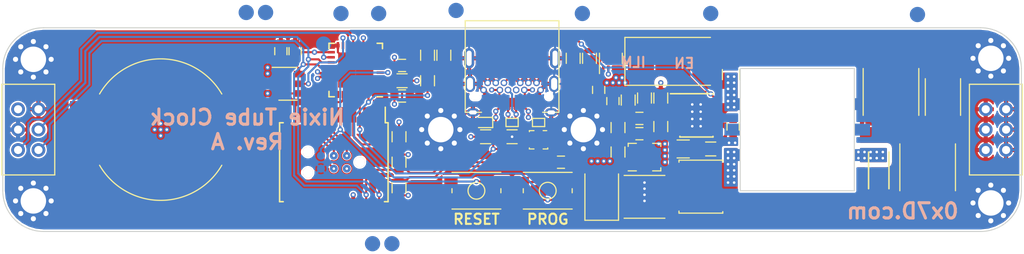
<source format=kicad_pcb>
(kicad_pcb (version 20171130) (host pcbnew "(5.0.0)")

  (general
    (thickness 1.6)
    (drawings 18)
    (tracks 467)
    (zones 0)
    (modules 73)
    (nets 66)
  )

  (page A4)
  (layers
    (0 F.Cu jumper)
    (1 In1.Cu jumper)
    (2 In2.Cu jumper)
    (31 B.Cu signal)
    (34 B.Paste user)
    (35 F.Paste user)
    (36 B.SilkS user hide)
    (37 F.SilkS user)
    (38 B.Mask user)
    (39 F.Mask user)
    (41 Cmts.User user)
    (44 Edge.Cuts user)
    (45 Margin user)
    (46 B.CrtYd user hide)
    (47 F.CrtYd user hide)
    (48 B.Fab user)
    (49 F.Fab user)
  )

  (setup
    (last_trace_width 0.2)
    (user_trace_width 0.2)
    (user_trace_width 0.25)
    (user_trace_width 0.3)
    (user_trace_width 0.4)
    (user_trace_width 0.6)
    (user_trace_width 0.8)
    (user_trace_width 1)
    (trace_clearance 0.127)
    (zone_clearance 0.2)
    (zone_45_only no)
    (trace_min 0.127)
    (segment_width 0.2)
    (edge_width 0.1)
    (via_size 0.508)
    (via_drill 0.254)
    (via_min_size 0.508)
    (via_min_drill 0.254)
    (uvia_size 0.3)
    (uvia_drill 0.1)
    (uvias_allowed no)
    (uvia_min_size 0.2)
    (uvia_min_drill 0.1)
    (pcb_text_width 0.3)
    (pcb_text_size 1.5 1.5)
    (mod_edge_width 0.15)
    (mod_text_size 1 1)
    (mod_text_width 0.15)
    (pad_size 0.7874 0.7874)
    (pad_drill 0)
    (pad_to_mask_clearance 0)
    (aux_axis_origin 0 0)
    (visible_elements 7FF9FFFF)
    (pcbplotparams
      (layerselection 0x010fc_80000001)
      (usegerberextensions false)
      (usegerberattributes false)
      (usegerberadvancedattributes false)
      (creategerberjobfile false)
      (excludeedgelayer true)
      (linewidth 0.100000)
      (plotframeref false)
      (viasonmask false)
      (mode 1)
      (useauxorigin false)
      (hpglpennumber 1)
      (hpglpenspeed 20)
      (hpglpendiameter 15.000000)
      (psnegative false)
      (psa4output false)
      (plotreference false)
      (plotvalue false)
      (plotinvisibletext false)
      (padsonsilk false)
      (subtractmaskfromsilk false)
      (outputformat 1)
      (mirror false)
      (drillshape 0)
      (scaleselection 1)
      (outputdirectory "Gerbers/"))
  )

  (net 0 "")
  (net 1 "Net-(Q1-Pad3)")
  (net 2 "Net-(Q1-Pad2)")
  (net 3 "Net-(R1-Pad2)")
  (net 4 "Net-(R6-Pad2)")
  (net 5 "Net-(Q1-Pad1)")
  (net 6 "Net-(C7-Pad1)")
  (net 7 /HV_OUT)
  (net 8 /VBUS)
  (net 9 /VDD)
  (net 10 /VNIXIE)
  (net 11 /SCL)
  (net 12 /SDA)
  (net 13 /HV_EN)
  (net 14 "Net-(R8-Pad2)")
  (net 15 "Net-(R10-Pad2)")
  (net 16 /SWO)
  (net 17 /NRST)
  (net 18 /CC1)
  (net 19 /CC2)
  (net 20 /DAC)
  (net 21 /USB_N)
  (net 22 /USB_P)
  (net 23 "Net-(D4-Pad2)")
  (net 24 /SWDIO)
  (net 25 /SWCLK)
  (net 26 "Net-(L1-Pad1)")
  (net 27 "Net-(L1-Pad2)")
  (net 28 "Net-(R7-Pad1)")
  (net 29 /GND)
  (net 30 /HV_IN)
  (net 31 /USB)
  (net 32 /ILM)
  (net 33 /FAULT)
  (net 34 "Net-(T1-Pad2)")
  (net 35 "Net-(U1-Pad9)")
  (net 36 "Net-(U2-Pad27)")
  (net 37 /RTC)
  (net 38 "Net-(U2-Pad3)")
  (net 39 /32kHz)
  (net 40 "Net-(U4-Pad12)")
  (net 41 "Net-(U4-Pad11)")
  (net 42 "Net-(U4-Pad10)")
  (net 43 "Net-(U4-Pad9)")
  (net 44 "Net-(U4-Pad8)")
  (net 45 "Net-(U4-Pad7)")
  (net 46 "Net-(U4-Pad6)")
  (net 47 "Net-(U4-Pad5)")
  (net 48 "Net-(U7-Pad1)")
  (net 49 "Net-(C5-Pad1)")
  (net 50 "Net-(R16-Pad1)")
  (net 51 /AMP_EN)
  (net 52 "Net-(BT1-Pad1)")
  (net 53 "Net-(R2-Pad2)")
  (net 54 "Net-(C6-Pad1)")
  (net 55 /NIXIE_EN)
  (net 56 "Net-(U1-Pad4)")
  (net 57 "Net-(D1-Pad2)")
  (net 58 "Net-(U2-Pad12)")
  (net 59 "Net-(JP1-Pad1)")
  (net 60 /MCO)
  (net 61 "Net-(U2-Pad6)")
  (net 62 "Net-(U2-Pad25)")
  (net 63 "Net-(U2-Pad10)")
  (net 64 "Net-(U2-Pad30)")
  (net 65 "Net-(U2-Pad14)")

  (net_class Default "This is the default net class."
    (clearance 0.127)
    (trace_width 0.127)
    (via_dia 0.508)
    (via_drill 0.254)
    (uvia_dia 0.3)
    (uvia_drill 0.1)
    (diff_pair_gap 0.127)
    (diff_pair_width 0.25)
    (add_net /32kHz)
    (add_net /AMP_EN)
    (add_net /CC1)
    (add_net /CC2)
    (add_net /DAC)
    (add_net /FAULT)
    (add_net /GND)
    (add_net /HV_EN)
    (add_net /HV_IN)
    (add_net /ILM)
    (add_net /MCO)
    (add_net /NIXIE_EN)
    (add_net /NRST)
    (add_net /RTC)
    (add_net /SCL)
    (add_net /SDA)
    (add_net /SWCLK)
    (add_net /SWDIO)
    (add_net /SWO)
    (add_net /USB)
    (add_net /USB_N)
    (add_net /USB_P)
    (add_net /VBUS)
    (add_net /VDD)
    (add_net /VNIXIE)
    (add_net "Net-(BT1-Pad1)")
    (add_net "Net-(C5-Pad1)")
    (add_net "Net-(C6-Pad1)")
    (add_net "Net-(C7-Pad1)")
    (add_net "Net-(D1-Pad2)")
    (add_net "Net-(D4-Pad2)")
    (add_net "Net-(JP1-Pad1)")
    (add_net "Net-(L1-Pad1)")
    (add_net "Net-(L1-Pad2)")
    (add_net "Net-(Q1-Pad1)")
    (add_net "Net-(Q1-Pad2)")
    (add_net "Net-(Q1-Pad3)")
    (add_net "Net-(R1-Pad2)")
    (add_net "Net-(R10-Pad2)")
    (add_net "Net-(R16-Pad1)")
    (add_net "Net-(R2-Pad2)")
    (add_net "Net-(R6-Pad2)")
    (add_net "Net-(R7-Pad1)")
    (add_net "Net-(R8-Pad2)")
    (add_net "Net-(T1-Pad2)")
    (add_net "Net-(U1-Pad4)")
    (add_net "Net-(U1-Pad9)")
    (add_net "Net-(U2-Pad10)")
    (add_net "Net-(U2-Pad12)")
    (add_net "Net-(U2-Pad14)")
    (add_net "Net-(U2-Pad25)")
    (add_net "Net-(U2-Pad27)")
    (add_net "Net-(U2-Pad3)")
    (add_net "Net-(U2-Pad30)")
    (add_net "Net-(U2-Pad6)")
    (add_net "Net-(U4-Pad10)")
    (add_net "Net-(U4-Pad11)")
    (add_net "Net-(U4-Pad12)")
    (add_net "Net-(U4-Pad5)")
    (add_net "Net-(U4-Pad6)")
    (add_net "Net-(U4-Pad7)")
    (add_net "Net-(U4-Pad8)")
    (add_net "Net-(U4-Pad9)")
    (add_net "Net-(U7-Pad1)")
  )

  (net_class HV ""
    (clearance 0.4)
    (trace_width 0.2)
    (via_dia 0.508)
    (via_drill 0.254)
    (uvia_dia 0.3)
    (uvia_drill 0.1)
    (diff_pair_gap 0.127)
    (diff_pair_width 0.25)
    (add_net /HV_OUT)
  )

  (module Housings_SOIC:SOIC-16W_7.5x10.3mm_Pitch1.27mm (layer F.Cu) (tedit 5BAB2AB6) (tstamp 5BAD5031)
    (at 132.5 103.2 270)
    (descr "16-Lead Plastic Small Outline (SO) - Wide, 7.50 mm Body [SOIC] (see Microchip Packaging Specification 00000049BS.pdf)")
    (tags "SOIC 1.27")
    (path /5BAADC28)
    (attr smd)
    (fp_text reference U4 (at 0 -6.25 270) (layer F.SilkS) hide
      (effects (font (size 1 1) (thickness 0.15)))
    )
    (fp_text value DS3231 (at 0 6.25 270) (layer F.Fab)
      (effects (font (size 1 1) (thickness 0.15)))
    )
    (fp_text user %R (at 0 0 270) (layer F.Fab)
      (effects (font (size 1 1) (thickness 0.15)))
    )
    (fp_line (start -2.75 -5.15) (end 3.75 -5.15) (layer F.Fab) (width 0.15))
    (fp_line (start 3.75 -5.15) (end 3.75 5.15) (layer F.Fab) (width 0.15))
    (fp_line (start 3.75 5.15) (end -3.75 5.15) (layer F.Fab) (width 0.15))
    (fp_line (start -3.75 5.15) (end -3.75 -4.15) (layer F.Fab) (width 0.15))
    (fp_line (start -3.75 -4.15) (end -2.75 -5.15) (layer F.Fab) (width 0.15))
    (fp_line (start -5.65 -5.5) (end -5.65 5.5) (layer F.CrtYd) (width 0.05))
    (fp_line (start 5.65 -5.5) (end 5.65 5.5) (layer F.CrtYd) (width 0.05))
    (fp_line (start -5.65 -5.5) (end 5.65 -5.5) (layer F.CrtYd) (width 0.05))
    (fp_line (start -5.65 5.5) (end 5.65 5.5) (layer F.CrtYd) (width 0.05))
    (fp_line (start -3.875 -5.325) (end -3.875 -5.05) (layer F.SilkS) (width 0.15))
    (fp_line (start 3.875 -5.325) (end 3.875 -4.97) (layer F.SilkS) (width 0.15))
    (fp_line (start 3.875 5.325) (end 3.875 4.97) (layer F.SilkS) (width 0.15))
    (fp_line (start -3.875 5.325) (end -3.875 4.97) (layer F.SilkS) (width 0.15))
    (fp_line (start -3.875 -5.325) (end 3.875 -5.325) (layer F.SilkS) (width 0.15))
    (fp_line (start -3.875 5.325) (end 3.875 5.325) (layer F.SilkS) (width 0.15))
    (fp_line (start -3.875 -5.05) (end -5.4 -5.05) (layer F.SilkS) (width 0.15))
    (pad 1 smd rect (at -4.65 -4.445 270) (size 1.5 0.6) (layers F.Cu F.Paste F.Mask)
      (net 39 /32kHz))
    (pad 2 smd rect (at -4.65 -3.175 270) (size 1.5 0.6) (layers F.Cu F.Paste F.Mask)
      (net 9 /VDD))
    (pad 3 smd rect (at -4.65 -1.905 270) (size 1.5 0.6) (layers F.Cu F.Paste F.Mask)
      (net 37 /RTC))
    (pad 4 smd rect (at -4.65 -0.635 270) (size 1.5 0.6) (layers F.Cu F.Paste F.Mask)
      (net 17 /NRST))
    (pad 5 smd rect (at -4.65 0.635 270) (size 1.5 0.6) (layers F.Cu F.Paste F.Mask)
      (net 47 "Net-(U4-Pad5)"))
    (pad 6 smd rect (at -4.65 1.905 270) (size 1.5 0.6) (layers F.Cu F.Paste F.Mask)
      (net 46 "Net-(U4-Pad6)"))
    (pad 7 smd rect (at -4.65 3.175 270) (size 1.5 0.6) (layers F.Cu F.Paste F.Mask)
      (net 45 "Net-(U4-Pad7)"))
    (pad 8 smd rect (at -4.65 4.445 270) (size 1.5 0.6) (layers F.Cu F.Paste F.Mask)
      (net 44 "Net-(U4-Pad8)"))
    (pad 9 smd rect (at 4.65 4.445 270) (size 1.5 0.6) (layers F.Cu F.Paste F.Mask)
      (net 43 "Net-(U4-Pad9)"))
    (pad 10 smd rect (at 4.65 3.175 270) (size 1.5 0.6) (layers F.Cu F.Paste F.Mask)
      (net 42 "Net-(U4-Pad10)"))
    (pad 11 smd rect (at 4.65 1.905 270) (size 1.5 0.6) (layers F.Cu F.Paste F.Mask)
      (net 41 "Net-(U4-Pad11)"))
    (pad 12 smd rect (at 4.65 0.635 270) (size 1.5 0.6) (layers F.Cu F.Paste F.Mask)
      (net 40 "Net-(U4-Pad12)"))
    (pad 13 smd rect (at 4.65 -0.635 270) (size 1.5 0.6) (layers F.Cu F.Paste F.Mask)
      (net 29 /GND))
    (pad 14 smd rect (at 4.65 -1.905 270) (size 1.5 0.6) (layers F.Cu F.Paste F.Mask)
      (net 52 "Net-(BT1-Pad1)"))
    (pad 15 smd rect (at 4.65 -3.175 270) (size 1.5 0.6) (layers F.Cu F.Paste F.Mask)
      (net 12 /SDA))
    (pad 16 smd rect (at 4.65 -4.445 270) (size 1.5 0.6) (layers F.Cu F.Paste F.Mask)
      (net 11 /SCL))
    (model ${KISYS3DMOD}/Housings_SOIC.3dshapes/SOIC-16W_7.5x10.3mm_Pitch1.27mm.wrl
      (at (xyz 0 0 0))
      (scale (xyz 1 1 1))
      (rotate (xyz 0 0 0))
    )
  )

  (module "Custom Parts:USB_C_Receptacle" locked (layer F.Cu) (tedit 5BAC126C) (tstamp 5BA40618)
    (at 150 92.4 180)
    (descr "USB TYPE C, RA RCPT PCB, Hybrid, https://www.amphenolcanada.com/StockAvailabilityPrice.aspx?From=&PartNum=12401548E4%7e2A")
    (tags "USB C Type-C Receptacle Hybrid")
    (path /5B6238BC)
    (attr smd)
    (fp_text reference J1 (at 0 -6.36 180) (layer F.SilkS) hide
      (effects (font (size 1 1) (thickness 0.15)))
    )
    (fp_text value USB_C_Receptacle (at 0 4 180) (layer F.Fab)
      (effects (font (size 1 1) (thickness 0.15)))
    )
    (fp_text user %R (at 0 0 180) (layer F.Fab)
      (effects (font (size 1 1) (thickness 0.1)))
    )
    (fp_line (start 4.6 3.09) (end 4.6 -5.9) (layer F.Fab) (width 0.1))
    (fp_line (start -4.6 3.09) (end 4.6 3.09) (layer F.Fab) (width 0.1))
    (fp_line (start 3 -5.9) (end 4.6 -5.9) (layer F.SilkS) (width 0.12))
    (fp_line (start 4.6 -5.9) (end 4.6 3.09) (layer F.SilkS) (width 0.12))
    (fp_line (start -4.6 -5.9) (end -4.6 3.09) (layer F.SilkS) (width 0.12))
    (fp_line (start -4.6 -5.9) (end -3 -5.9) (layer F.SilkS) (width 0.12))
    (fp_line (start -4.6 -5.9) (end 4.6 -5.9) (layer F.Fab) (width 0.1))
    (fp_line (start -4.6 3.09) (end -4.6 -5.9) (layer F.Fab) (width 0.1))
    (fp_line (start -4.6 3.09) (end 4.6 3.09) (layer F.SilkS) (width 0.12))
    (fp_line (start -4.6 2.39) (end 4.6 2.39) (layer F.SilkS) (width 0.12))
    (pad S1 thru_hole oval (at -4.13 -3.11 180) (size 1 1.6) (drill oval 0.6 1.2) (layers *.Cu *.Mask)
      (net 29 /GND))
    (pad A1 smd rect (at -2.75 -4.93 180) (size 0.3 0.9) (layers F.Cu F.Paste F.Mask)
      (net 29 /GND))
    (pad A2 smd rect (at -2.25 -4.93 180) (size 0.3 0.9) (layers F.Cu F.Paste F.Mask)
      (net 29 /GND))
    (pad A3 smd rect (at -1.75 -4.93 180) (size 0.3 0.9) (layers F.Cu F.Paste F.Mask)
      (net 29 /GND))
    (pad A4 smd rect (at -1.25 -4.93 180) (size 0.3 0.9) (layers F.Cu F.Paste F.Mask)
      (net 8 /VBUS))
    (pad A5 smd rect (at -0.75 -4.93 180) (size 0.3 0.9) (layers F.Cu F.Paste F.Mask)
      (net 18 /CC1))
    (pad A6 smd rect (at -0.25 -4.93 180) (size 0.3 0.9) (layers F.Cu F.Paste F.Mask)
      (net 22 /USB_P))
    (pad A7 smd rect (at 0.25 -4.93 180) (size 0.3 0.9) (layers F.Cu F.Paste F.Mask)
      (net 21 /USB_N))
    (pad A12 smd rect (at 2.75 -4.93 180) (size 0.3 0.9) (layers F.Cu F.Paste F.Mask)
      (net 29 /GND))
    (pad A10 smd rect (at 1.75 -4.93 180) (size 0.3 0.9) (layers F.Cu F.Paste F.Mask)
      (net 29 /GND))
    (pad A9 smd rect (at 1.25 -4.93 180) (size 0.3 0.9) (layers F.Cu F.Paste F.Mask)
      (net 8 /VBUS))
    (pad A8 smd rect (at 0.75 -4.93 180) (size 0.3 0.9) (layers F.Cu F.Paste F.Mask)
      (net 29 /GND))
    (pad A11 smd rect (at 2.25 -4.93 180) (size 0.3 0.9) (layers F.Cu F.Paste F.Mask)
      (net 29 /GND))
    (pad S1 thru_hole oval (at 4.13 -3.11 180) (size 1 1.6) (drill oval 0.6 1.2) (layers *.Cu *.Mask)
      (net 29 /GND))
    (pad S1 thru_hole oval (at 4.22 -0.595 180) (size 1 2) (drill oval 0.5 1.5) (layers *.Cu *.Mask)
      (net 29 /GND))
    (pad S1 thru_hole oval (at -4.22 -0.595 180) (size 1 2) (drill oval 0.5 1.5) (layers *.Cu *.Mask)
      (net 29 /GND))
    (pad "" np_thru_hole oval (at 3.6 -4.36 180) (size 0.95 0.65) (drill oval 0.95 0.65) (layers *.Mask F.Cu))
    (pad "" np_thru_hole circle (at -3.6 -4.36 180) (size 0.65 0.65) (drill 0.65) (layers *.Mask F.Cu))
    (pad B1 thru_hole circle (at 2.8 -3.71 180) (size 0.65 0.65) (drill 0.4) (layers *.Cu *.Mask)
      (net 29 /GND))
    (pad B4 thru_hole circle (at 1.2 -3.71 180) (size 0.65 0.65) (drill 0.4) (layers *.Cu *.Mask)
      (net 8 /VBUS))
    (pad B6 thru_hole circle (at 0.4 -3.71 180) (size 0.65 0.65) (drill 0.4) (layers *.Cu *.Mask)
      (net 22 /USB_P))
    (pad B7 thru_hole circle (at -0.4 -3.71 180) (size 0.65 0.65) (drill 0.4) (layers *.Cu *.Mask)
      (net 21 /USB_N))
    (pad B9 thru_hole circle (at -1.2 -3.71 180) (size 0.65 0.65) (drill 0.4) (layers *.Cu *.Mask)
      (net 8 /VBUS))
    (pad B12 thru_hole circle (at -2.8 -3.71 180) (size 0.65 0.65) (drill 0.4) (layers *.Cu *.Mask)
      (net 29 /GND))
    (pad B2 thru_hole circle (at 2.4 -3.01 180) (size 0.65 0.65) (drill 0.4) (layers *.Cu *.Mask)
      (net 29 /GND))
    (pad B3 thru_hole circle (at 1.6 -3.01 180) (size 0.65 0.65) (drill 0.4) (layers *.Cu *.Mask)
      (net 29 /GND))
    (pad B5 thru_hole circle (at 0.8 -3.01 180) (size 0.65 0.65) (drill 0.4) (layers *.Cu *.Mask)
      (net 19 /CC2))
    (pad B8 thru_hole circle (at -0.8 -3.01 180) (size 0.65 0.65) (drill 0.4) (layers *.Cu *.Mask)
      (net 29 /GND))
    (pad B10 thru_hole circle (at -1.6 -3.01 180) (size 0.65 0.65) (drill 0.4) (layers *.Cu *.Mask)
      (net 29 /GND))
    (pad B11 thru_hole circle (at -2.4 -3.01 180) (size 0.65 0.65) (drill 0.4) (layers *.Cu *.Mask)
      (net 29 /GND))
    (pad S1 thru_hole oval (at -3.845 -5.91 180) (size 1.2 0.8) (drill oval 0.75 0.4) (layers *.Cu *.Mask)
      (net 29 /GND))
    (pad S1 thru_hole oval (at 3.845 -5.91 180) (size 1.2 0.8) (drill oval 0.75 0.4) (layers *.Cu *.Mask)
      (net 29 /GND))
    (model ${KISYS3DMOD}/Connectors_USB.3dshapes/USB_C_Receptacle_Amphenol_12401548E4-2A.wrl
      (at (xyz 0 0 0))
      (scale (xyz 1 1 1))
      (rotate (xyz 0 0 0))
    )
  )

  (module "Custom Parts:Jumper_0603" (layer F.Cu) (tedit 5BABFB4B) (tstamp 5BAD1E2E)
    (at 156 93 90)
    (descr "Resistor SMD 0603, reflow soldering, Vishay (see dcrcw.pdf)")
    (tags "resistor 0603")
    (path /5BB1D0C7)
    (attr smd)
    (fp_text reference JP1 (at 0 -1.45 90) (layer F.SilkS) hide
      (effects (font (size 1 1) (thickness 0.15)))
    )
    (fp_text value ILM (at 0 1.5 90) (layer F.Fab)
      (effects (font (size 1 1) (thickness 0.15)))
    )
    (fp_text user %R (at 0 0 90) (layer F.Fab)
      (effects (font (size 0.4 0.4) (thickness 0.075)))
    )
    (fp_line (start -0.95 0.4) (end -0.95 -0.4) (layer F.Fab) (width 0.1))
    (fp_line (start 0.95 0.4) (end -0.95 0.4) (layer F.Fab) (width 0.1))
    (fp_line (start 0.95 -0.4) (end 0.95 0.4) (layer F.Fab) (width 0.1))
    (fp_line (start -0.95 -0.4) (end 0.95 -0.4) (layer F.Fab) (width 0.1))
    (fp_line (start 0.5 0.68) (end -0.5 0.68) (layer F.SilkS) (width 0.12))
    (fp_line (start -0.5 -0.68) (end 0.5 -0.68) (layer F.SilkS) (width 0.12))
    (fp_line (start -1.25 -0.7) (end 1.25 -0.7) (layer F.CrtYd) (width 0.05))
    (fp_line (start -1.25 -0.7) (end -1.25 0.7) (layer F.CrtYd) (width 0.05))
    (fp_line (start 1.25 0.7) (end 1.25 -0.7) (layer F.CrtYd) (width 0.05))
    (fp_line (start 1.25 0.7) (end -1.25 0.7) (layer F.CrtYd) (width 0.05))
    (pad 1 smd custom (at -0.7 0 90) (size 0.5 0.5) (layers F.Cu F.Mask)
      (net 59 "Net-(JP1-Pad1)") (zone_connect 0)
      (options (clearance outline) (anchor rect))
      (primitives
        (gr_poly (pts
           (xy -0.3 -0.45) (xy 0.1 -0.45) (xy 0.9 0) (xy 0.1 0.45) (xy -0.3 0.45)
) (width 0))
      ))
    (pad 2 smd custom (at 0.7 0 90) (size 0.5 0.5) (layers F.Cu F.Paste F.Mask)
      (net 32 /ILM) (zone_connect 0)
      (options (clearance outline) (anchor rect))
      (primitives
        (gr_poly (pts
           (xy 0.3 -0.45) (xy 0.3 0.45) (xy -1 0.45) (xy -0.2 0) (xy -1 -0.45)
) (width 0))
      ))
    (model ${KISYS3DMOD}/Resistors_SMD.3dshapes/R_0603.wrl
      (at (xyz 0 0 0))
      (scale (xyz 1 1 1))
      (rotate (xyz 0 0 0))
    )
  )

  (module Capacitors_SMD:C_0603 (layer F.Cu) (tedit 5BAB323C) (tstamp 5BACBBA2)
    (at 139.2 93.7)
    (descr "Capacitor SMD 0603, reflow soldering, AVX (see smccp.pdf)")
    (tags "capacitor 0603")
    (path /5BBA50C7)
    (attr smd)
    (fp_text reference C13 (at 0 -1.5) (layer F.SilkS) hide
      (effects (font (size 1 1) (thickness 0.15)))
    )
    (fp_text value 4.7uF (at 0 1.5) (layer F.Fab)
      (effects (font (size 1 1) (thickness 0.15)))
    )
    (fp_text user %R (at 0 0) (layer F.Fab)
      (effects (font (size 0.3 0.3) (thickness 0.075)))
    )
    (fp_line (start -0.8 0.4) (end -0.8 -0.4) (layer F.Fab) (width 0.1))
    (fp_line (start 0.8 0.4) (end -0.8 0.4) (layer F.Fab) (width 0.1))
    (fp_line (start 0.8 -0.4) (end 0.8 0.4) (layer F.Fab) (width 0.1))
    (fp_line (start -0.8 -0.4) (end 0.8 -0.4) (layer F.Fab) (width 0.1))
    (fp_line (start -0.35 -0.6) (end 0.35 -0.6) (layer F.SilkS) (width 0.12))
    (fp_line (start 0.35 0.6) (end -0.35 0.6) (layer F.SilkS) (width 0.12))
    (fp_line (start -1.4 -0.65) (end 1.4 -0.65) (layer F.CrtYd) (width 0.05))
    (fp_line (start -1.4 -0.65) (end -1.4 0.65) (layer F.CrtYd) (width 0.05))
    (fp_line (start 1.4 0.65) (end 1.4 -0.65) (layer F.CrtYd) (width 0.05))
    (fp_line (start 1.4 0.65) (end -1.4 0.65) (layer F.CrtYd) (width 0.05))
    (pad 1 smd rect (at -0.75 0) (size 0.8 0.75) (layers F.Cu F.Paste F.Mask)
      (net 9 /VDD))
    (pad 2 smd rect (at 0.75 0) (size 0.8 0.75) (layers F.Cu F.Paste F.Mask)
      (net 29 /GND))
    (model Capacitors_SMD.3dshapes/C_0603.wrl
      (at (xyz 0 0 0))
      (scale (xyz 1 1 1))
      (rotate (xyz 0 0 0))
    )
  )

  (module Housings_DFN_QFN:QFN-32-1EP_5x5mm_Pitch0.5mm (layer F.Cu) (tedit 5BA9CFDF) (tstamp 5BABF1F1)
    (at 134.65 94.15 180)
    (descr "UH Package; 32-Lead Plastic QFN (5mm x 5mm); (see Linear Technology QFN_32_05-08-1693.pdf)")
    (tags "QFN 0.5")
    (path /5B622DF7)
    (attr smd)
    (fp_text reference U2 (at 0 -3.75 180) (layer F.SilkS) hide
      (effects (font (size 1 1) (thickness 0.15)))
    )
    (fp_text value STM32L432K (at 0 3.75 180) (layer F.Fab)
      (effects (font (size 1 1) (thickness 0.15)))
    )
    (fp_line (start -1.5 -2.5) (end 2.5 -2.5) (layer F.Fab) (width 0.15))
    (fp_line (start 2.5 -2.5) (end 2.5 2.5) (layer F.Fab) (width 0.15))
    (fp_line (start 2.5 2.5) (end -2.5 2.5) (layer F.Fab) (width 0.15))
    (fp_line (start -2.5 2.5) (end -2.5 -1.5) (layer F.Fab) (width 0.15))
    (fp_line (start -2.5 -1.5) (end -1.5 -2.5) (layer F.Fab) (width 0.15))
    (fp_line (start -3 -3) (end -3 3) (layer F.CrtYd) (width 0.05))
    (fp_line (start 3 -3) (end 3 3) (layer F.CrtYd) (width 0.05))
    (fp_line (start -3 -3) (end 3 -3) (layer F.CrtYd) (width 0.05))
    (fp_line (start -3 3) (end 3 3) (layer F.CrtYd) (width 0.05))
    (fp_line (start 2.625 -2.625) (end 2.625 -2.1) (layer F.SilkS) (width 0.15))
    (fp_line (start -2.625 2.625) (end -2.625 2.1) (layer F.SilkS) (width 0.15))
    (fp_line (start 2.625 2.625) (end 2.625 2.1) (layer F.SilkS) (width 0.15))
    (fp_line (start -2.625 -2.625) (end -2.1 -2.625) (layer F.SilkS) (width 0.15))
    (fp_line (start -2.625 2.625) (end -2.1 2.625) (layer F.SilkS) (width 0.15))
    (fp_line (start 2.625 2.625) (end 2.1 2.625) (layer F.SilkS) (width 0.15))
    (fp_line (start 2.625 -2.625) (end 2.1 -2.625) (layer F.SilkS) (width 0.15))
    (pad 1 smd rect (at -2.4 -1.75 180) (size 0.7 0.25) (layers F.Cu F.Paste F.Mask)
      (net 9 /VDD))
    (pad 2 smd rect (at -2.4 -1.25 180) (size 0.7 0.25) (layers F.Cu F.Paste F.Mask)
      (net 39 /32kHz))
    (pad 3 smd rect (at -2.4 -0.75 180) (size 0.7 0.25) (layers F.Cu F.Paste F.Mask)
      (net 38 "Net-(U2-Pad3)"))
    (pad 4 smd rect (at -2.4 -0.25 180) (size 0.7 0.25) (layers F.Cu F.Paste F.Mask)
      (net 17 /NRST))
    (pad 5 smd rect (at -2.4 0.25 180) (size 0.7 0.25) (layers F.Cu F.Paste F.Mask)
      (net 9 /VDD))
    (pad 6 smd rect (at -2.4 0.75 180) (size 0.7 0.25) (layers F.Cu F.Paste F.Mask)
      (net 61 "Net-(U2-Pad6)"))
    (pad 7 smd rect (at -2.4 1.25 180) (size 0.7 0.25) (layers F.Cu F.Paste F.Mask)
      (net 32 /ILM))
    (pad 8 smd rect (at -2.4 1.75 180) (size 0.7 0.25) (layers F.Cu F.Paste F.Mask)
      (net 13 /HV_EN))
    (pad 9 smd rect (at -1.75 2.4 270) (size 0.7 0.25) (layers F.Cu F.Paste F.Mask)
      (net 33 /FAULT))
    (pad 10 smd rect (at -1.25 2.4 270) (size 0.7 0.25) (layers F.Cu F.Paste F.Mask)
      (net 63 "Net-(U2-Pad10)"))
    (pad 11 smd rect (at -0.75 2.4 270) (size 0.7 0.25) (layers F.Cu F.Paste F.Mask)
      (net 20 /DAC))
    (pad 12 smd rect (at -0.25 2.4 270) (size 0.7 0.25) (layers F.Cu F.Paste F.Mask)
      (net 58 "Net-(U2-Pad12)"))
    (pad 13 smd rect (at 0.25 2.4 270) (size 0.7 0.25) (layers F.Cu F.Paste F.Mask)
      (net 55 /NIXIE_EN))
    (pad 14 smd rect (at 0.75 2.4 270) (size 0.7 0.25) (layers F.Cu F.Paste F.Mask)
      (net 65 "Net-(U2-Pad14)"))
    (pad 15 smd rect (at 1.25 2.4 270) (size 0.7 0.25) (layers F.Cu F.Paste F.Mask)
      (net 51 /AMP_EN))
    (pad 16 smd rect (at 1.75 2.4 270) (size 0.7 0.25) (layers F.Cu F.Paste F.Mask)
      (net 29 /GND))
    (pad 17 smd rect (at 2.4 1.75 180) (size 0.7 0.25) (layers F.Cu F.Paste F.Mask)
      (net 9 /VDD))
    (pad 18 smd rect (at 2.4 1.25 180) (size 0.7 0.25) (layers F.Cu F.Paste F.Mask)
      (net 60 /MCO))
    (pad 19 smd rect (at 2.4 0.75 180) (size 0.7 0.25) (layers F.Cu F.Paste F.Mask)
      (net 11 /SCL))
    (pad 20 smd rect (at 2.4 0.25 180) (size 0.7 0.25) (layers F.Cu F.Paste F.Mask)
      (net 12 /SDA))
    (pad 21 smd rect (at 2.4 -0.25 180) (size 0.7 0.25) (layers F.Cu F.Paste F.Mask)
      (net 21 /USB_N))
    (pad 22 smd rect (at 2.4 -0.75 180) (size 0.7 0.25) (layers F.Cu F.Paste F.Mask)
      (net 22 /USB_P))
    (pad 23 smd rect (at 2.4 -1.25 180) (size 0.7 0.25) (layers F.Cu F.Paste F.Mask)
      (net 24 /SWDIO))
    (pad 24 smd rect (at 2.4 -1.75 180) (size 0.7 0.25) (layers F.Cu F.Paste F.Mask)
      (net 25 /SWCLK))
    (pad 25 smd rect (at 1.75 -2.4 270) (size 0.7 0.25) (layers F.Cu F.Paste F.Mask)
      (net 62 "Net-(U2-Pad25)"))
    (pad 26 smd rect (at 1.25 -2.4 270) (size 0.7 0.25) (layers F.Cu F.Paste F.Mask)
      (net 16 /SWO))
    (pad 27 smd rect (at 0.75 -2.4 270) (size 0.7 0.25) (layers F.Cu F.Paste F.Mask)
      (net 36 "Net-(U2-Pad27)"))
    (pad 28 smd rect (at 0.25 -2.4 270) (size 0.7 0.25) (layers F.Cu F.Paste F.Mask)
      (net 37 /RTC))
    (pad 29 smd rect (at -0.25 -2.4 270) (size 0.7 0.25) (layers F.Cu F.Paste F.Mask)
      (net 31 /USB))
    (pad 30 smd rect (at -0.75 -2.4 270) (size 0.7 0.25) (layers F.Cu F.Paste F.Mask)
      (net 64 "Net-(U2-Pad30)"))
    (pad 31 smd rect (at -1.25 -2.4 270) (size 0.7 0.25) (layers F.Cu F.Paste F.Mask)
      (net 53 "Net-(R2-Pad2)"))
    (pad 32 smd rect (at -1.75 -2.4 270) (size 0.7 0.25) (layers F.Cu F.Paste F.Mask)
      (net 29 /GND))
    (pad 33 smd rect (at 0.8625 0.8625 180) (size 1.725 1.725) (layers F.Cu F.Paste F.Mask)
      (solder_paste_margin_ratio -0.2))
    (pad 33 smd rect (at 0.8625 -0.8625 180) (size 1.725 1.725) (layers F.Cu F.Paste F.Mask)
      (solder_paste_margin_ratio -0.2))
    (pad 33 smd rect (at -0.8625 0.8625 180) (size 1.725 1.725) (layers F.Cu F.Paste F.Mask)
      (solder_paste_margin_ratio -0.2))
    (pad 33 smd rect (at -0.8625 -0.8625 180) (size 1.725 1.725) (layers F.Cu F.Paste F.Mask)
      (solder_paste_margin_ratio -0.2))
    (model ${KISYS3DMOD}/Housings_DFN_QFN.3dshapes/QFN-32-1EP_5x5mm_Pitch0.5mm.wrl
      (at (xyz 0 0 0))
      (scale (xyz 1 1 1))
      (rotate (xyz 0 0 0))
    )
  )

  (module Resistors_SMD:R_0603 (layer F.Cu) (tedit 5BA9CFAF) (tstamp 5BACB566)
    (at 150 100.7)
    (descr "Resistor SMD 0603, reflow soldering, Vishay (see dcrcw.pdf)")
    (tags "resistor 0603")
    (path /5B096154)
    (attr smd)
    (fp_text reference R1 (at 0 -1.45) (layer F.SilkS) hide
      (effects (font (size 1 1) (thickness 0.15)))
    )
    (fp_text value 900k (at 0 1.5) (layer F.Fab)
      (effects (font (size 1 1) (thickness 0.15)))
    )
    (fp_text user %R (at 0 0) (layer F.Fab)
      (effects (font (size 0.4 0.4) (thickness 0.075)))
    )
    (fp_line (start -0.8 0.4) (end -0.8 -0.4) (layer F.Fab) (width 0.1))
    (fp_line (start 0.8 0.4) (end -0.8 0.4) (layer F.Fab) (width 0.1))
    (fp_line (start 0.8 -0.4) (end 0.8 0.4) (layer F.Fab) (width 0.1))
    (fp_line (start -0.8 -0.4) (end 0.8 -0.4) (layer F.Fab) (width 0.1))
    (fp_line (start 0.5 0.68) (end -0.5 0.68) (layer F.SilkS) (width 0.12))
    (fp_line (start -0.5 -0.68) (end 0.5 -0.68) (layer F.SilkS) (width 0.12))
    (fp_line (start -1.25 -0.7) (end 1.25 -0.7) (layer F.CrtYd) (width 0.05))
    (fp_line (start -1.25 -0.7) (end -1.25 0.7) (layer F.CrtYd) (width 0.05))
    (fp_line (start 1.25 0.7) (end 1.25 -0.7) (layer F.CrtYd) (width 0.05))
    (fp_line (start 1.25 0.7) (end -1.25 0.7) (layer F.CrtYd) (width 0.05))
    (pad 1 smd rect (at -0.75 0) (size 0.5 0.9) (layers F.Cu F.Paste F.Mask)
      (net 8 /VBUS))
    (pad 2 smd rect (at 0.75 0) (size 0.5 0.9) (layers F.Cu F.Paste F.Mask)
      (net 3 "Net-(R1-Pad2)"))
    (model ${KISYS3DMOD}/Resistors_SMD.3dshapes/R_0603.wrl
      (at (xyz 0 0 0))
      (scale (xyz 1 1 1))
      (rotate (xyz 0 0 0))
    )
  )

  (module Measurement_Points:Measurement_Point_Round-SMD-Pad_Small (layer B.Cu) (tedit 5BAB1C23) (tstamp 5BAC0042)
    (at 123.9 88.5)
    (descr "Mesurement Point, Round, SMD Pad, DM 1.5mm,")
    (tags "Mesurement Point Round SMD Pad 1.5mm")
    (path /5BAF3226)
    (attr virtual)
    (fp_text reference J15 (at 0 2) (layer B.SilkS) hide
      (effects (font (size 1 1) (thickness 0.15)) (justify mirror))
    )
    (fp_text value VNIXIE (at 0 -2) (layer B.Fab)
      (effects (font (size 1 1) (thickness 0.15)) (justify mirror))
    )
    (fp_circle (center 0 0) (end 1 0) (layer B.CrtYd) (width 0.05))
    (pad 1 smd circle (at 0 0) (size 1.5 1.5) (layers B.Cu B.Mask)
      (net 10 /VNIXIE))
  )

  (module Measurement_Points:Measurement_Point_Round-SMD-Pad_Small (layer B.Cu) (tedit 5BAB0F2B) (tstamp 5BAB1E8A)
    (at 136.3 111.2)
    (descr "Mesurement Point, Round, SMD Pad, DM 1.5mm,")
    (tags "Mesurement Point Round SMD Pad 1.5mm")
    (path /5BAC80D4)
    (attr virtual)
    (fp_text reference J12 (at 0 2) (layer B.SilkS) hide
      (effects (font (size 1 1) (thickness 0.15)) (justify mirror))
    )
    (fp_text value SDA (at 0 -2) (layer B.Fab)
      (effects (font (size 1 1) (thickness 0.15)) (justify mirror))
    )
    (fp_circle (center 0 0) (end 1 0) (layer B.CrtYd) (width 0.05))
    (pad 1 smd circle (at 0 0) (size 1.5 1.5) (layers B.Cu B.Mask)
      (net 12 /SDA))
  )

  (module Measurement_Points:Measurement_Point_Round-SMD-Pad_Small (layer B.Cu) (tedit 5BAB0F2D) (tstamp 5BAB1E84)
    (at 138.2 111.2)
    (descr "Mesurement Point, Round, SMD Pad, DM 1.5mm,")
    (tags "Mesurement Point Round SMD Pad 1.5mm")
    (path /5BAC8048)
    (attr virtual)
    (fp_text reference J11 (at 0 2) (layer B.SilkS) hide
      (effects (font (size 1 1) (thickness 0.15)) (justify mirror))
    )
    (fp_text value SCL (at 0 -2) (layer B.Fab)
      (effects (font (size 1 1) (thickness 0.15)) (justify mirror))
    )
    (fp_circle (center 0 0) (end 1 0) (layer B.CrtYd) (width 0.05))
    (pad 1 smd circle (at 0 0) (size 1.5 1.5) (layers B.Cu B.Mask)
      (net 11 /SCL))
  )

  (module Measurement_Points:Measurement_Point_Round-SMD-Pad_Small (layer B.Cu) (tedit 5BAB0F33) (tstamp 5BAB1E7E)
    (at 125.8 88.5)
    (descr "Mesurement Point, Round, SMD Pad, DM 1.5mm,")
    (tags "Mesurement Point Round SMD Pad 1.5mm")
    (path /5BAB0421)
    (attr virtual)
    (fp_text reference J13 (at 0 2) (layer B.SilkS) hide
      (effects (font (size 1 1) (thickness 0.15)) (justify mirror))
    )
    (fp_text value DAC (at 0 -2) (layer B.Fab)
      (effects (font (size 1 1) (thickness 0.15)) (justify mirror))
    )
    (fp_circle (center 0 0) (end 1 0) (layer B.CrtYd) (width 0.05))
    (pad 1 smd circle (at 0 0) (size 1.5 1.5) (layers B.Cu B.Mask)
      (net 20 /DAC))
  )

  (module Measurement_Points:Measurement_Point_Round-SMD-Pad_Small (layer B.Cu) (tedit 5BAB0F30) (tstamp 5BAB1E73)
    (at 144.5 88.3)
    (descr "Mesurement Point, Round, SMD Pad, DM 1.5mm,")
    (tags "Mesurement Point Round SMD Pad 1.5mm")
    (path /5BAB2A61)
    (attr virtual)
    (fp_text reference J14 (at 0 2) (layer B.SilkS) hide
      (effects (font (size 1 1) (thickness 0.15)) (justify mirror))
    )
    (fp_text value VDD (at 0 -2) (layer B.Fab)
      (effects (font (size 1 1) (thickness 0.15)) (justify mirror))
    )
    (fp_circle (center 0 0) (end 1 0) (layer B.CrtYd) (width 0.05))
    (pad 1 smd circle (at 0 0) (size 1.5 1.5) (layers B.Cu B.Mask)
      (net 9 /VDD))
  )

  (module Measurement_Points:Measurement_Point_Round-SMD-Pad_Small (layer B.Cu) (tedit 5BA9D071) (tstamp 5BAAA8F2)
    (at 136.9 88.6)
    (descr "Mesurement Point, Round, SMD Pad, DM 1.5mm,")
    (tags "Mesurement Point Round SMD Pad 1.5mm")
    (path /5BAC8BC2)
    (attr virtual)
    (fp_text reference J10 (at 0 2) (layer B.SilkS) hide
      (effects (font (size 1 1) (thickness 0.15)) (justify mirror))
    )
    (fp_text value 32kHz (at 0 -2) (layer B.Fab)
      (effects (font (size 1 1) (thickness 0.15)) (justify mirror))
    )
    (fp_circle (center 0 0) (end 1 0) (layer B.CrtYd) (width 0.05))
    (pad 1 smd circle (at 0 0) (size 1.5 1.5) (layers B.Cu B.Mask)
      (net 39 /32kHz))
  )

  (module Measurement_Points:Measurement_Point_Round-SMD-Pad_Small (layer B.Cu) (tedit 5BA9D06E) (tstamp 5BAAAFDC)
    (at 133.2 88.6)
    (descr "Mesurement Point, Round, SMD Pad, DM 1.5mm,")
    (tags "Mesurement Point Round SMD Pad 1.5mm")
    (path /5BAC83B4)
    (attr virtual)
    (fp_text reference J9 (at 0 2) (layer B.SilkS) hide
      (effects (font (size 1 1) (thickness 0.15)) (justify mirror))
    )
    (fp_text value AMP_EN (at 0 -2) (layer B.Fab)
      (effects (font (size 1 1) (thickness 0.15)) (justify mirror))
    )
    (fp_circle (center 0 0) (end 1 0) (layer B.CrtYd) (width 0.05))
    (pad 1 smd circle (at 0 0) (size 1.5 1.5) (layers B.Cu B.Mask)
      (net 51 /AMP_EN))
  )

  (module Measurement_Points:Measurement_Point_Round-SMD-Pad_Small (layer B.Cu) (tedit 5BA9CFF6) (tstamp 5BAAA8E6)
    (at 189.8 88.7)
    (descr "Mesurement Point, Round, SMD Pad, DM 1.5mm,")
    (tags "Mesurement Point Round SMD Pad 1.5mm")
    (path /5BAB35ED)
    (attr virtual)
    (fp_text reference J8 (at 0 2) (layer B.SilkS) hide
      (effects (font (size 1 1) (thickness 0.15)) (justify mirror))
    )
    (fp_text value HV_OUT (at 0 -2) (layer B.Fab)
      (effects (font (size 1 1) (thickness 0.15)) (justify mirror))
    )
    (fp_circle (center 0 0) (end 1 0) (layer B.CrtYd) (width 0.05))
    (pad 1 smd circle (at 0 0) (size 1.5 1.5) (layers B.Cu B.Mask)
      (net 7 /HV_OUT))
  )

  (module Measurement_Points:Measurement_Point_Round-SMD-Pad_Small (layer B.Cu) (tedit 5BA9D078) (tstamp 5BAAA8E0)
    (at 169.5 88.6)
    (descr "Mesurement Point, Round, SMD Pad, DM 1.5mm,")
    (tags "Mesurement Point Round SMD Pad 1.5mm")
    (path /5BA9F87B)
    (attr virtual)
    (fp_text reference J7 (at 0 2) (layer B.SilkS) hide
      (effects (font (size 1 1) (thickness 0.15)) (justify mirror))
    )
    (fp_text value HV_EN (at 0 -2) (layer B.Fab)
      (effects (font (size 1 1) (thickness 0.15)) (justify mirror))
    )
    (fp_circle (center 0 0) (end 1 0) (layer B.CrtYd) (width 0.05))
    (pad 1 smd circle (at 0 0) (size 1.5 1.5) (layers B.Cu B.Mask)
      (net 13 /HV_EN))
  )

  (module Measurement_Points:Measurement_Point_Round-SMD-Pad_Small (layer B.Cu) (tedit 5BA9D074) (tstamp 5BAA874B)
    (at 156.9 88.6)
    (descr "Mesurement Point, Round, SMD Pad, DM 1.5mm,")
    (tags "Mesurement Point Round SMD Pad 1.5mm")
    (path /5BAA5791)
    (attr virtual)
    (fp_text reference J6 (at 0 2) (layer B.SilkS) hide
      (effects (font (size 1 1) (thickness 0.15)) (justify mirror))
    )
    (fp_text value ILM (at 0 -2) (layer B.Fab)
      (effects (font (size 1 1) (thickness 0.15)) (justify mirror))
    )
    (fp_circle (center 0 0) (end 1 0) (layer B.CrtYd) (width 0.05))
    (pad 1 smd circle (at 0 0) (size 1.5 1.5) (layers B.Cu B.Mask)
      (net 32 /ILM))
  )

  (module "Custom Parts:Wurth_WE-FB_10.18x13.36mm_Reverse" locked (layer F.Cu) (tedit 5BA9CF39) (tstamp 5BA42837)
    (at 178 100 180)
    (path /5B07197A/5A6B88EA)
    (fp_text reference T1 (at 0 0 180) (layer F.SilkS) hide
      (effects (font (size 1 1) (thickness 0.15)))
    )
    (fp_text value Wurth_Transformer_10.16x13.36mm (at 0 -7 180) (layer F.Fab)
      (effects (font (size 1 1) (thickness 0.15)))
    )
    (fp_line (start -5.65 6) (end -5.65 -6) (layer F.Fab) (width 0.1))
    (fp_line (start -5.65 6) (end 5.65 6) (layer F.Fab) (width 0.1))
    (fp_line (start 5.65 -6) (end 5.65 6) (layer F.Fab) (width 0.1))
    (fp_line (start -5.65 -6) (end 5.65 -6) (layer F.Fab) (width 0.1))
    (pad 5 smd rect (at 6.4 0 180) (size 1.5 1.17) (layers B.Cu B.Mask))
    (pad 6 smd rect (at 6.4 2.5 180) (size 1.5 1.17) (layers B.Cu B.Mask)
      (net 30 /HV_IN))
    (pad 4 smd rect (at 6.4 -2.5 180) (size 1.5 1.17) (layers B.Cu B.Mask)
      (net 5 "Net-(Q1-Pad1)"))
    (pad 3 smd rect (at -6.4 -2.5 180) (size 1.5 1.17) (layers B.Cu B.Mask)
      (net 23 "Net-(D4-Pad2)"))
    (pad 2 smd rect (at -6.4 0 180) (size 1.5 1.17) (layers B.Cu B.Mask)
      (net 34 "Net-(T1-Pad2)"))
    (pad 1 smd rect (at -6.4 2.5 180) (size 1.5 1.17) (layers B.Cu B.Mask)
      (net 29 /GND) (zone_connect 2))
  )

  (module "Custom Parts:CR1220_Holder" (layer F.Cu) (tedit 5BA9CFE9) (tstamp 5BA0C870)
    (at 115.5 100)
    (path /5BA7F4A1)
    (fp_text reference BT1 (at 0 -6) (layer F.SilkS) hide
      (effects (font (size 1 1) (thickness 0.15)))
    )
    (fp_text value CR1620 (at 0 6) (layer F.Fab)
      (effects (font (size 1 1) (thickness 0.15)))
    )
    (fp_arc (start 0 0) (end -5.999999 3.499999) (angle -119.4871257) (layer F.SilkS) (width 0.12))
    (fp_arc (start 0 0) (end 5.999999 -3.499999) (angle -119.4871257) (layer F.SilkS) (width 0.12))
    (fp_line (start -7 4) (end -7 -4) (layer F.Fab) (width 0.1))
    (fp_line (start 7 4) (end 7 -4) (layer F.Fab) (width 0.1))
    (fp_line (start -7 -4) (end -6 -5) (layer F.Fab) (width 0.1))
    (fp_line (start -6 -5) (end 6 -5) (layer F.Fab) (width 0.1))
    (fp_line (start 6 -5) (end 7 -4) (layer F.Fab) (width 0.1))
    (fp_arc (start 0.000001 9.999999) (end 4 5) (angle -77.3) (layer F.Fab) (width 0.1))
    (fp_line (start 4 5) (end 5 5) (layer F.Fab) (width 0.1))
    (fp_line (start 5 5) (end 6 5) (layer F.Fab) (width 0.1))
    (fp_line (start 6 5) (end 7 4) (layer F.Fab) (width 0.1))
    (fp_line (start -4 5) (end -6 5) (layer F.Fab) (width 0.1))
    (fp_line (start -6 5) (end -7 4) (layer F.Fab) (width 0.1))
    (pad 1 smd circle (at 0 0) (size 10.2 10.2) (layers F.Cu F.Mask)
      (net 52 "Net-(BT1-Pad1)"))
    (pad 2 smd rect (at -7.65 1.55) (size 2.5 2.5) (layers F.Cu F.Paste F.Mask)
      (net 29 /GND))
    (pad 2 smd rect (at -7.65 -1.55) (size 2.5 2.5) (layers F.Cu F.Paste F.Mask)
      (net 29 /GND))
    (pad 2 smd rect (at 7.65 1.55) (size 2.5 2.5) (layers F.Cu F.Paste F.Mask)
      (net 29 /GND))
    (pad 2 smd rect (at 7.65 -1.55) (size 2.5 2.5) (layers F.Cu F.Paste F.Mask)
      (net 29 /GND))
  )

  (module "Custom Parts:Pin_Header_Harwin_2x03_Pitch2.00mm" locked (layer F.Cu) (tedit 5BA9CFEF) (tstamp 5BAAD831)
    (at 102.5 100)
    (descr "Through hole straight pin header, 2x03, 2.00mm pitch, double rows")
    (tags "Through hole pin header THT 2x03 2.00mm double row")
    (path /5B694500)
    (fp_text reference J4 (at 0 -6) (layer F.SilkS) hide
      (effects (font (size 1 1) (thickness 0.15)))
    )
    (fp_text value Nixie_CTRL (at 0 6) (layer F.Fab)
      (effects (font (size 1 1) (thickness 0.15)))
    )
    (fp_line (start -2.6 4.45) (end -2.6 -4.45) (layer F.SilkS) (width 0.12))
    (fp_line (start 2.6 4.45) (end -2.6 4.45) (layer F.SilkS) (width 0.12))
    (fp_line (start 2.6 -4.45) (end 2.6 4.45) (layer F.SilkS) (width 0.12))
    (fp_line (start -2.6 -4.45) (end 2.6 -4.45) (layer F.SilkS) (width 0.12))
    (fp_line (start -2.725 4.575) (end 2.725 4.575) (layer F.Fab) (width 0.1))
    (fp_line (start -2.725 -4.575) (end -2.725 4.575) (layer F.Fab) (width 0.1))
    (fp_line (start 2.725 -4.575) (end 2.725 4.575) (layer F.Fab) (width 0.1))
    (fp_line (start -2.725 -4.575) (end 2.725 -4.575) (layer F.Fab) (width 0.1))
    (fp_text user %R (at 0 0 90) (layer F.Fab)
      (effects (font (size 1 1) (thickness 0.15)))
    )
    (pad 1 thru_hole circle (at -1 -2 45) (size 1.35 1.35) (drill 0.8) (layers *.Cu *.Mask)
      (net 10 /VNIXIE) (zone_connect 1) (thermal_width 0.4))
    (pad 2 thru_hole oval (at 1 -2) (size 1.35 1.35) (drill 0.8) (layers *.Cu *.Mask)
      (net 29 /GND))
    (pad 3 thru_hole oval (at -1 0) (size 1.35 1.35) (drill 0.8) (layers *.Cu *.Mask)
      (net 29 /GND) (zone_connect 1) (thermal_width 0.4))
    (pad 4 thru_hole oval (at 1 0) (size 1.35 1.35) (drill 0.8) (layers *.Cu *.Mask)
      (net 11 /SCL))
    (pad 5 thru_hole oval (at -1 2) (size 1.35 1.35) (drill 0.8) (layers *.Cu *.Mask)
      (net 55 /NIXIE_EN) (zone_connect 1) (thermal_width 0.4))
    (pad 6 thru_hole oval (at 1 2) (size 1.35 1.35) (drill 0.8) (layers *.Cu *.Mask)
      (net 12 /SDA))
    (model ${KISYS3DMOD}/Pin_Headers.3dshapes/Pin_Header_Straight_2x03_Pitch2.00mm.wrl
      (at (xyz 0 0 0))
      (scale (xyz 1 1 1))
      (rotate (xyz 0 0 0))
    )
  )

  (module "Custom Parts:Pin_Header_Harwin_2x03_Pitch2.00mm" locked (layer F.Cu) (tedit 5BA9CF9E) (tstamp 5BA4005E)
    (at 197.5 100)
    (descr "Through hole straight pin header, 2x03, 2.00mm pitch, double rows")
    (tags "Through hole pin header THT 2x03 2.00mm double row")
    (path /5B6941D3)
    (fp_text reference J3 (at 0 -6) (layer F.SilkS) hide
      (effects (font (size 1 1) (thickness 0.15)))
    )
    (fp_text value Nixie_HV (at 0 6) (layer F.Fab)
      (effects (font (size 1 1) (thickness 0.15)))
    )
    (fp_line (start -2.6 4.45) (end -2.6 -4.45) (layer F.SilkS) (width 0.12))
    (fp_line (start 2.6 4.45) (end -2.6 4.45) (layer F.SilkS) (width 0.12))
    (fp_line (start 2.6 -4.45) (end 2.6 4.45) (layer F.SilkS) (width 0.12))
    (fp_line (start -2.6 -4.45) (end 2.6 -4.45) (layer F.SilkS) (width 0.12))
    (fp_line (start -2.725 4.575) (end 2.725 4.575) (layer F.Fab) (width 0.1))
    (fp_line (start -2.725 -4.575) (end -2.725 4.575) (layer F.Fab) (width 0.1))
    (fp_line (start 2.725 -4.575) (end 2.725 4.575) (layer F.Fab) (width 0.1))
    (fp_line (start -2.725 -4.575) (end 2.725 -4.575) (layer F.Fab) (width 0.1))
    (fp_text user %R (at 0 0 90) (layer F.Fab)
      (effects (font (size 1 1) (thickness 0.15)))
    )
    (pad 1 thru_hole circle (at -1 -2 45) (size 1.35 1.35) (drill 0.8) (layers *.Cu *.Mask)
      (net 7 /HV_OUT) (zone_connect 1) (thermal_width 0.4))
    (pad 2 thru_hole oval (at 1 -2) (size 1.35 1.35) (drill 0.8) (layers *.Cu *.Mask)
      (net 29 /GND))
    (pad 3 thru_hole oval (at -1 0) (size 1.35 1.35) (drill 0.8) (layers *.Cu *.Mask)
      (net 7 /HV_OUT) (zone_connect 1) (thermal_width 0.4))
    (pad 4 thru_hole oval (at 1 0) (size 1.35 1.35) (drill 0.8) (layers *.Cu *.Mask)
      (net 29 /GND))
    (pad 5 thru_hole oval (at -1 2) (size 1.35 1.35) (drill 0.8) (layers *.Cu *.Mask)
      (net 7 /HV_OUT) (zone_connect 1) (thermal_width 0.4))
    (pad 6 thru_hole oval (at 1 2) (size 1.35 1.35) (drill 0.8) (layers *.Cu *.Mask)
      (net 29 /GND))
    (model ${KISYS3DMOD}/Pin_Headers.3dshapes/Pin_Header_Straight_2x03_Pitch2.00mm.wrl
      (at (xyz 0 0 0))
      (scale (xyz 1 1 1))
      (rotate (xyz 0 0 0))
    )
  )

  (module "Custom Parts:X2QFN-12_1.6x1.6mm_Pitch0.4mm" (layer F.Cu) (tedit 5BA9CFB2) (tstamp 5BA0C970)
    (at 152.6 101 270)
    (path /5BAF8A3A)
    (fp_text reference U1 (at 0 -1.7 270) (layer F.SilkS) hide
      (effects (font (size 1 1) (thickness 0.15)))
    )
    (fp_text value TUSB322 (at 0 1.9 270) (layer F.Fab)
      (effects (font (size 1 1) (thickness 0.15)))
    )
    (fp_line (start -0.9 -0.45) (end -0.9 -0.8) (layer F.SilkS) (width 0.12))
    (fp_line (start -0.9 0.9) (end -0.9 0.45) (layer F.SilkS) (width 0.12))
    (fp_line (start -0.8 0.9) (end -0.9 0.9) (layer F.SilkS) (width 0.12))
    (fp_line (start 0.9 0.9) (end 0.8 0.9) (layer F.SilkS) (width 0.12))
    (fp_line (start 0.9 0.45) (end 0.9 0.9) (layer F.SilkS) (width 0.12))
    (fp_line (start 0.9 -0.9) (end 0.9 -0.45) (layer F.SilkS) (width 0.12))
    (fp_line (start 0.8 -0.9) (end 0.9 -0.9) (layer F.SilkS) (width 0.12))
    (fp_line (start -0.8 -0.8) (end -0.8 0.8) (layer F.Fab) (width 0.1))
    (fp_line (start -0.8 0.8) (end 0.8 0.8) (layer F.Fab) (width 0.1))
    (fp_line (start 0.8 0.8) (end 0.8 -0.8) (layer F.Fab) (width 0.1))
    (fp_line (start 0.8 -0.8) (end -0.8 -0.8) (layer F.Fab) (width 0.1))
    (pad 1 smd rect (at -0.65 -0.2 270) (size 0.7 0.2) (layers F.Cu F.Paste F.Mask)
      (net 19 /CC2))
    (pad 2 smd rect (at -0.65 0.2 270) (size 0.7 0.2) (layers F.Cu F.Paste F.Mask)
      (net 18 /CC1))
    (pad 3 smd rect (at -0.6 0.75 270) (size 0.2 0.5) (layers F.Cu F.Paste F.Mask)
      (net 3 "Net-(R1-Pad2)"))
    (pad 4 smd rect (at -0.2 0.75 270) (size 0.2 0.5) (layers F.Cu F.Paste F.Mask)
      (net 56 "Net-(U1-Pad4)"))
    (pad 5 smd rect (at 0.2 0.75 270) (size 0.2 0.5) (layers F.Cu F.Paste F.Mask)
      (net 29 /GND))
    (pad 6 smd rect (at 0.6 0.75 270) (size 0.2 0.5) (layers F.Cu F.Paste F.Mask)
      (net 31 /USB))
    (pad 7 smd rect (at 0.65 0.2 270) (size 0.7 0.2) (layers F.Cu F.Paste F.Mask)
      (net 12 /SDA))
    (pad 8 smd rect (at 0.65 -0.2 270) (size 0.7 0.2) (layers F.Cu F.Paste F.Mask)
      (net 11 /SCL))
    (pad 9 smd rect (at 0.6 -0.75 270) (size 0.2 0.5) (layers F.Cu F.Paste F.Mask)
      (net 35 "Net-(U1-Pad9)"))
    (pad 10 smd rect (at 0.2 -0.75 270) (size 0.2 0.5) (layers F.Cu F.Paste F.Mask)
      (net 29 /GND))
    (pad 11 smd rect (at -0.2 -0.75 270) (size 0.2 0.5) (layers F.Cu F.Paste F.Mask)
      (net 29 /GND))
    (pad 12 smd rect (at -0.6 -0.75 270) (size 0.2 0.5) (layers F.Cu F.Paste F.Mask)
      (net 9 /VDD))
  )

  (module "Custom Parts:VQFN-14_2.5x3mm_Pitch0.5mm" (layer F.Cu) (tedit 5BA9CF87) (tstamp 5BA0C9CF)
    (at 163 102.7 90)
    (path /5B1672A1)
    (fp_text reference U3 (at 0 -2.5 90) (layer F.SilkS) hide
      (effects (font (size 1 1) (thickness 0.15)))
    )
    (fp_text value TPS63025X (at 0 2.6 90) (layer F.Fab)
      (effects (font (size 1 1) (thickness 0.15)))
    )
    (fp_line (start -1.35 -0.8) (end -1.35 -1.6) (layer F.SilkS) (width 0.12))
    (fp_line (start 1.35 -1.6) (end 1.05 -1.6) (layer F.SilkS) (width 0.12))
    (fp_line (start 1.35 -0.8) (end 1.35 -1.6) (layer F.SilkS) (width 0.12))
    (fp_line (start -1.35 1.6) (end -1.35 0.8) (layer F.SilkS) (width 0.12))
    (fp_line (start -1.05 1.6) (end -1.35 1.6) (layer F.SilkS) (width 0.12))
    (fp_line (start 1.35 1.6) (end 1.35 0.8) (layer F.SilkS) (width 0.12))
    (fp_line (start 1.05 1.6) (end 1.35 1.6) (layer F.SilkS) (width 0.12))
    (fp_line (start -1.25 -1.5) (end -1.25 1.5) (layer F.Fab) (width 0.1))
    (fp_line (start -1.25 1.5) (end 1.25 1.5) (layer F.Fab) (width 0.1))
    (fp_line (start 1.25 1.5) (end 1.25 -1.5) (layer F.Fab) (width 0.1))
    (fp_line (start 1.25 -1.5) (end -1.25 -1.5) (layer F.Fab) (width 0.1))
    (pad 1 smd rect (at -0.55 -0.5 90) (size 1.8 0.25) (layers F.Cu F.Paste F.Mask)
      (net 27 "Net-(L1-Pad2)"))
    (pad 2 smd rect (at -0.55 0 90) (size 1.8 0.25) (layers F.Cu F.Paste F.Mask)
      (net 29 /GND))
    (pad 3 smd rect (at -0.55 0.5 90) (size 1.8 0.25) (layers F.Cu F.Paste F.Mask)
      (net 26 "Net-(L1-Pad1)"))
    (pad 4 smd rect (at -0.75 1.4 90) (size 0.25 0.6) (layers F.Cu F.Paste F.Mask)
      (net 8 /VBUS))
    (pad 5 smd rect (at -0.25 1.4 90) (size 0.25 0.6) (layers F.Cu F.Paste F.Mask)
      (net 8 /VBUS))
    (pad 6 smd rect (at 0.25 1.4 90) (size 0.25 0.6) (layers F.Cu F.Paste F.Mask)
      (net 8 /VBUS))
    (pad 7 smd rect (at 0.75 1.4 90) (size 0.25 0.6) (layers F.Cu F.Paste F.Mask)
      (net 8 /VBUS))
    (pad 8 smd rect (at 1.15 0.5 90) (size 0.6 0.25) (layers F.Cu F.Paste F.Mask)
      (net 8 /VBUS))
    (pad 9 smd rect (at 1.15 0 90) (size 0.6 0.25) (layers F.Cu F.Paste F.Mask)
      (net 29 /GND))
    (pad 10 smd rect (at 1.15 -0.5 90) (size 0.6 0.25) (layers F.Cu F.Paste F.Mask)
      (net 29 /GND))
    (pad 11 smd rect (at 0.75 -1.4 90) (size 0.25 0.6) (layers F.Cu F.Paste F.Mask)
      (net 50 "Net-(R16-Pad1)"))
    (pad 12 smd rect (at 0.25 -1.4 90) (size 0.25 0.6) (layers F.Cu F.Paste F.Mask)
      (net 9 /VDD))
    (pad 13 smd rect (at -0.25 -1.4 90) (size 0.25 0.6) (layers F.Cu F.Paste F.Mask)
      (net 9 /VDD))
    (pad 14 smd rect (at -0.75 -1.4 90) (size 0.25 0.6) (layers F.Cu F.Paste F.Mask)
      (net 9 /VDD))
  )

  (module "Custom Parts:EVQP2" (layer F.Cu) (tedit 5BA9CFCC) (tstamp 5BA845C4)
    (at 146.5 106)
    (path /5B64A44F)
    (fp_text reference SW1 (at 0 2.7) (layer F.SilkS) hide
      (effects (font (size 1 1) (thickness 0.15)))
    )
    (fp_text value NRST (at 0 -2.6) (layer F.Fab)
      (effects (font (size 1 1) (thickness 0.15)))
    )
    (fp_line (start 2.4 -0.2) (end 2.4 0.2) (layer F.SilkS) (width 0.12))
    (fp_line (start -2.4 -0.2) (end -2.4 0.2) (layer F.SilkS) (width 0.12))
    (fp_line (start 2.4 1.8) (end -2.4 1.8) (layer F.SilkS) (width 0.12))
    (fp_line (start -2.4 -1.8) (end 2.4 -1.8) (layer F.SilkS) (width 0.12))
    (fp_circle (center 0 0) (end 0.824621 0) (layer F.SilkS) (width 0.12))
    (fp_line (start -2.35 1.75) (end 2.35 1.75) (layer F.Fab) (width 0.1))
    (fp_line (start -2.35 -1.75) (end 2.35 -1.75) (layer F.Fab) (width 0.1))
    (fp_line (start 2.35 -1.75) (end 2.35 1.75) (layer F.Fab) (width 0.1))
    (fp_line (start -2.35 -1.75) (end -2.35 1.75) (layer F.Fab) (width 0.1))
    (pad 1 smd rect (at 2.5 0.85) (size 1.3 1) (layers F.Cu F.Paste F.Mask)
      (net 29 /GND))
    (pad 2 smd rect (at 2.5 -0.85) (size 1.3 1) (layers F.Cu F.Paste F.Mask)
      (net 17 /NRST))
    (pad 2 smd rect (at -2.5 -0.86) (size 1.3 1) (layers F.Cu F.Paste F.Mask)
      (net 17 /NRST))
    (pad 1 smd rect (at -2.5 0.85) (size 1.3 1) (layers F.Cu F.Paste F.Mask)
      (net 29 /GND))
  )

  (module "Custom Parts:EVQP2" (layer F.Cu) (tedit 5BA9CFB4) (tstamp 5BA80CE4)
    (at 153.5 106)
    (path /5BA5FF24)
    (fp_text reference SW2 (at 0 2.7) (layer F.SilkS) hide
      (effects (font (size 1 1) (thickness 0.15)))
    )
    (fp_text value DFU (at 0 -2.6) (layer F.Fab)
      (effects (font (size 1 1) (thickness 0.15)))
    )
    (fp_line (start 2.4 -0.2) (end 2.4 0.2) (layer F.SilkS) (width 0.12))
    (fp_line (start -2.4 -0.2) (end -2.4 0.2) (layer F.SilkS) (width 0.12))
    (fp_line (start 2.4 1.8) (end -2.4 1.8) (layer F.SilkS) (width 0.12))
    (fp_line (start -2.4 -1.8) (end 2.4 -1.8) (layer F.SilkS) (width 0.12))
    (fp_circle (center 0 0) (end 0.824621 0) (layer F.SilkS) (width 0.12))
    (fp_line (start -2.35 1.75) (end 2.35 1.75) (layer F.Fab) (width 0.1))
    (fp_line (start -2.35 -1.75) (end 2.35 -1.75) (layer F.Fab) (width 0.1))
    (fp_line (start 2.35 -1.75) (end 2.35 1.75) (layer F.Fab) (width 0.1))
    (fp_line (start -2.35 -1.75) (end -2.35 1.75) (layer F.Fab) (width 0.1))
    (pad 1 smd rect (at 2.5 0.85) (size 1.3 1) (layers F.Cu F.Paste F.Mask)
      (net 53 "Net-(R2-Pad2)"))
    (pad 2 smd rect (at 2.5 -0.85) (size 1.3 1) (layers F.Cu F.Paste F.Mask)
      (net 9 /VDD))
    (pad 2 smd rect (at -2.5 -0.86) (size 1.3 1) (layers F.Cu F.Paste F.Mask)
      (net 9 /VDD))
    (pad 1 smd rect (at -2.5 0.85) (size 1.3 1) (layers F.Cu F.Paste F.Mask)
      (net 53 "Net-(R2-Pad2)"))
  )

  (module "Custom Parts:DMX0003A" (layer F.Cu) (tedit 5BA9CFA3) (tstamp 5BA0C917)
    (at 152.6 99.3 180)
    (path /5B916041)
    (fp_text reference D2 (at 0 1.5 180) (layer F.SilkS) hide
      (effects (font (size 1 1) (thickness 0.15)))
    )
    (fp_text value ESD122 (at 0 -1.5 180) (layer F.Fab)
      (effects (font (size 1 1) (thickness 0.15)))
    )
    (fp_line (start -0.6 0.4) (end -0.6 -0.4) (layer F.SilkS) (width 0.12))
    (fp_line (start 0.6 0.4) (end -0.6 0.4) (layer F.SilkS) (width 0.12))
    (fp_line (start 0.6 -0.4) (end 0.6 0.4) (layer F.SilkS) (width 0.12))
    (fp_line (start -0.6 -0.4) (end 0.6 -0.4) (layer F.SilkS) (width 0.12))
    (fp_line (start -0.55 0.35) (end -0.55 -0.35) (layer F.Fab) (width 0.1))
    (fp_line (start 0.55 0.35) (end -0.55 0.35) (layer F.Fab) (width 0.1))
    (fp_line (start 0.55 -0.35) (end 0.55 0.35) (layer F.Fab) (width 0.1))
    (fp_line (start -0.55 -0.35) (end 0.55 -0.35) (layer F.Fab) (width 0.1))
    (pad 3 smd rect (at -0.34 -0.15 180) (size 0.2 0.2) (layers F.Cu F.Paste F.Mask)
      (net 19 /CC2))
    (pad 2 smd rect (at 0.34 -0.15 180) (size 0.2 0.2) (layers F.Cu F.Paste F.Mask)
      (net 18 /CC1))
    (pad 1 smd rect (at 0 0.15 180) (size 0.2 0.2) (layers F.Cu F.Paste F.Mask)
      (net 29 /GND))
  )

  (module "Custom Parts:DMX0003A" (layer F.Cu) (tedit 5BA9CFA8) (tstamp 5BA0C918)
    (at 150 99.3)
    (path /5BA1CDBE)
    (fp_text reference D3 (at 0 1.5) (layer F.SilkS) hide
      (effects (font (size 1 1) (thickness 0.15)))
    )
    (fp_text value ESD122 (at 0 -1.5) (layer F.Fab)
      (effects (font (size 1 1) (thickness 0.15)))
    )
    (fp_line (start -0.6 0.4) (end -0.6 -0.4) (layer F.SilkS) (width 0.12))
    (fp_line (start 0.6 0.4) (end -0.6 0.4) (layer F.SilkS) (width 0.12))
    (fp_line (start 0.6 -0.4) (end 0.6 0.4) (layer F.SilkS) (width 0.12))
    (fp_line (start -0.6 -0.4) (end 0.6 -0.4) (layer F.SilkS) (width 0.12))
    (fp_line (start -0.55 0.35) (end -0.55 -0.35) (layer F.Fab) (width 0.1))
    (fp_line (start 0.55 0.35) (end -0.55 0.35) (layer F.Fab) (width 0.1))
    (fp_line (start 0.55 -0.35) (end 0.55 0.35) (layer F.Fab) (width 0.1))
    (fp_line (start -0.55 -0.35) (end 0.55 -0.35) (layer F.Fab) (width 0.1))
    (pad 3 smd rect (at -0.34 -0.15) (size 0.2 0.2) (layers F.Cu F.Paste F.Mask)
      (net 21 /USB_N))
    (pad 2 smd rect (at 0.34 -0.15) (size 0.2 0.2) (layers F.Cu F.Paste F.Mask)
      (net 22 /USB_P))
    (pad 1 smd rect (at 0 0.15) (size 0.2 0.2) (layers F.Cu F.Paste F.Mask)
      (net 29 /GND))
  )

  (module "Custom Parts:X1SON" (layer F.Cu) (tedit 5BA9CFA5) (tstamp 5BA0C903)
    (at 147.4 99.3 180)
    (path /5B902F50)
    (fp_text reference D1 (at 0 1.3 180) (layer F.SilkS) hide
      (effects (font (size 1 1) (thickness 0.15)))
    )
    (fp_text value D_VBUS (at 0 -1.2 180) (layer F.Fab)
      (effects (font (size 1 1) (thickness 0.15)))
    )
    (fp_line (start -0.7 0.5) (end 0.7 0.5) (layer F.SilkS) (width 0.12))
    (fp_line (start -0.7 -0.5) (end -0.7 0.5) (layer F.SilkS) (width 0.12))
    (fp_line (start 0.7 -0.5) (end -0.7 -0.5) (layer F.SilkS) (width 0.12))
    (fp_line (start 0.6 -0.4) (end -0.6 -0.4) (layer F.Fab) (width 0.1))
    (fp_line (start 0.6 0.4) (end 0.6 -0.4) (layer F.Fab) (width 0.1))
    (fp_line (start -0.6 0.4) (end 0.6 0.4) (layer F.Fab) (width 0.1))
    (fp_line (start -0.6 -0.4) (end -0.6 0.4) (layer F.Fab) (width 0.1))
    (pad 2 smd rect (at 0.35 0 180) (size 0.3 0.55) (layers F.Cu F.Paste F.Mask)
      (net 57 "Net-(D1-Pad2)"))
    (pad 1 smd rect (at -0.35 0 180) (size 0.3 0.55) (layers F.Cu F.Paste F.Mask)
      (net 8 /VBUS))
  )

  (module Capacitors_SMD:C_0603 (layer F.Cu) (tedit 5BA9CFE6) (tstamp 5BACC249)
    (at 127.3 92.3 90)
    (descr "Capacitor SMD 0603, reflow soldering, AVX (see smccp.pdf)")
    (tags "capacitor 0603")
    (path /5BA9CB71)
    (attr smd)
    (fp_text reference C16 (at 0 -1.5 90) (layer F.SilkS) hide
      (effects (font (size 1 1) (thickness 0.15)))
    )
    (fp_text value 1uF (at 0 1.5 90) (layer F.Fab)
      (effects (font (size 1 1) (thickness 0.15)))
    )
    (fp_line (start 1.4 0.65) (end -1.4 0.65) (layer F.CrtYd) (width 0.05))
    (fp_line (start 1.4 0.65) (end 1.4 -0.65) (layer F.CrtYd) (width 0.05))
    (fp_line (start -1.4 -0.65) (end -1.4 0.65) (layer F.CrtYd) (width 0.05))
    (fp_line (start -1.4 -0.65) (end 1.4 -0.65) (layer F.CrtYd) (width 0.05))
    (fp_line (start 0.35 0.6) (end -0.35 0.6) (layer F.SilkS) (width 0.12))
    (fp_line (start -0.35 -0.6) (end 0.35 -0.6) (layer F.SilkS) (width 0.12))
    (fp_line (start -0.8 -0.4) (end 0.8 -0.4) (layer F.Fab) (width 0.1))
    (fp_line (start 0.8 -0.4) (end 0.8 0.4) (layer F.Fab) (width 0.1))
    (fp_line (start 0.8 0.4) (end -0.8 0.4) (layer F.Fab) (width 0.1))
    (fp_line (start -0.8 0.4) (end -0.8 -0.4) (layer F.Fab) (width 0.1))
    (fp_text user %R (at 0 0 90) (layer F.Fab)
      (effects (font (size 0.3 0.3) (thickness 0.075)))
    )
    (pad 2 smd rect (at 0.75 0 90) (size 0.8 0.75) (layers F.Cu F.Paste F.Mask)
      (net 29 /GND))
    (pad 1 smd rect (at -0.75 0 90) (size 0.8 0.75) (layers F.Cu F.Paste F.Mask)
      (net 9 /VDD))
    (model Capacitors_SMD.3dshapes/C_0603.wrl
      (at (xyz 0 0 0))
      (scale (xyz 1 1 1))
      (rotate (xyz 0 0 0))
    )
  )

  (module Resistors_SMD:R_0603 (layer F.Cu) (tedit 5BA9CFD7) (tstamp 5BADC8D2)
    (at 147.4 100.7)
    (descr "Resistor SMD 0603, reflow soldering, Vishay (see dcrcw.pdf)")
    (tags "resistor 0603")
    (path /5BB9C8D3)
    (attr smd)
    (fp_text reference R3 (at 0 -1.45) (layer F.SilkS) hide
      (effects (font (size 1 1) (thickness 0.15)))
    )
    (fp_text value 20k (at 0 1.5) (layer F.Fab)
      (effects (font (size 1 1) (thickness 0.15)))
    )
    (fp_text user %R (at 0 0) (layer F.Fab)
      (effects (font (size 0.4 0.4) (thickness 0.075)))
    )
    (fp_line (start -0.8 0.4) (end -0.8 -0.4) (layer F.Fab) (width 0.1))
    (fp_line (start 0.8 0.4) (end -0.8 0.4) (layer F.Fab) (width 0.1))
    (fp_line (start 0.8 -0.4) (end 0.8 0.4) (layer F.Fab) (width 0.1))
    (fp_line (start -0.8 -0.4) (end 0.8 -0.4) (layer F.Fab) (width 0.1))
    (fp_line (start 0.5 0.68) (end -0.5 0.68) (layer F.SilkS) (width 0.12))
    (fp_line (start -0.5 -0.68) (end 0.5 -0.68) (layer F.SilkS) (width 0.12))
    (fp_line (start -1.25 -0.7) (end 1.25 -0.7) (layer F.CrtYd) (width 0.05))
    (fp_line (start -1.25 -0.7) (end -1.25 0.7) (layer F.CrtYd) (width 0.05))
    (fp_line (start 1.25 0.7) (end 1.25 -0.7) (layer F.CrtYd) (width 0.05))
    (fp_line (start 1.25 0.7) (end -1.25 0.7) (layer F.CrtYd) (width 0.05))
    (pad 1 smd rect (at -0.75 0) (size 0.5 0.9) (layers F.Cu F.Paste F.Mask)
      (net 9 /VDD))
    (pad 2 smd rect (at 0.75 0) (size 0.5 0.9) (layers F.Cu F.Paste F.Mask)
      (net 31 /USB))
    (model ${KISYS3DMOD}/Resistors_SMD.3dshapes/R_0603.wrl
      (at (xyz 0 0 0))
      (scale (xyz 1 1 1))
      (rotate (xyz 0 0 0))
    )
  )

  (module Capacitors_SMD:C_0603 (layer F.Cu) (tedit 5BA9CF7C) (tstamp 5BA956B5)
    (at 162.5 100.4 180)
    (descr "Capacitor SMD 0603, reflow soldering, AVX (see smccp.pdf)")
    (tags "capacitor 0603")
    (path /5BBA0E2E)
    (attr smd)
    (fp_text reference C3 (at 0 -1.5 180) (layer F.SilkS) hide
      (effects (font (size 1 1) (thickness 0.15)))
    )
    (fp_text value 10uF (at 0 1.5 180) (layer F.Fab)
      (effects (font (size 1 1) (thickness 0.15)))
    )
    (fp_text user %R (at 0 0 180) (layer F.Fab)
      (effects (font (size 0.3 0.3) (thickness 0.075)))
    )
    (fp_line (start -0.8 0.4) (end -0.8 -0.4) (layer F.Fab) (width 0.1))
    (fp_line (start 0.8 0.4) (end -0.8 0.4) (layer F.Fab) (width 0.1))
    (fp_line (start 0.8 -0.4) (end 0.8 0.4) (layer F.Fab) (width 0.1))
    (fp_line (start -0.8 -0.4) (end 0.8 -0.4) (layer F.Fab) (width 0.1))
    (fp_line (start -0.35 -0.6) (end 0.35 -0.6) (layer F.SilkS) (width 0.12))
    (fp_line (start 0.35 0.6) (end -0.35 0.6) (layer F.SilkS) (width 0.12))
    (fp_line (start -1.4 -0.65) (end 1.4 -0.65) (layer F.CrtYd) (width 0.05))
    (fp_line (start -1.4 -0.65) (end -1.4 0.65) (layer F.CrtYd) (width 0.05))
    (fp_line (start 1.4 0.65) (end 1.4 -0.65) (layer F.CrtYd) (width 0.05))
    (fp_line (start 1.4 0.65) (end -1.4 0.65) (layer F.CrtYd) (width 0.05))
    (pad 1 smd rect (at -0.75 0 180) (size 0.8 0.75) (layers F.Cu F.Paste F.Mask)
      (net 8 /VBUS))
    (pad 2 smd rect (at 0.75 0 180) (size 0.8 0.75) (layers F.Cu F.Paste F.Mask)
      (net 29 /GND))
    (model Capacitors_SMD.3dshapes/C_0603.wrl
      (at (xyz 0 0 0))
      (scale (xyz 1 1 1))
      (rotate (xyz 0 0 0))
    )
  )

  (module Capacitors_Tantalum_SMD:CP_Tantalum_Case-X_EIA-7343-43_Reflow (layer F.Cu) (tedit 5BA9CEFA) (tstamp 5BA9C351)
    (at 165.825 93.3)
    (descr "Tantalum capacitor, Case X, EIA 7343-43, 7.3x4.2x4.0mm, Reflow soldering footprint")
    (tags "capacitor tantalum smd")
    (path /5BA4D5A1)
    (attr smd)
    (fp_text reference C1 (at 0 -3.85) (layer F.SilkS) hide
      (effects (font (size 1 1) (thickness 0.15)))
    )
    (fp_text value 330uF (at 0 3.85) (layer F.Fab)
      (effects (font (size 1 1) (thickness 0.15)))
    )
    (fp_text user %R (at 0 0) (layer F.Fab)
      (effects (font (size 1 1) (thickness 0.15)))
    )
    (fp_line (start -4.85 -2.5) (end -4.85 2.5) (layer F.CrtYd) (width 0.05))
    (fp_line (start -4.85 2.5) (end 4.85 2.5) (layer F.CrtYd) (width 0.05))
    (fp_line (start 4.85 2.5) (end 4.85 -2.5) (layer F.CrtYd) (width 0.05))
    (fp_line (start 4.85 -2.5) (end -4.85 -2.5) (layer F.CrtYd) (width 0.05))
    (fp_line (start -3.65 -2.1) (end -3.65 2.1) (layer F.Fab) (width 0.1))
    (fp_line (start -3.65 2.1) (end 3.65 2.1) (layer F.Fab) (width 0.1))
    (fp_line (start 3.65 2.1) (end 3.65 -2.1) (layer F.Fab) (width 0.1))
    (fp_line (start 3.65 -2.1) (end -3.65 -2.1) (layer F.Fab) (width 0.1))
    (fp_line (start -2.92 -2.1) (end -2.92 2.1) (layer F.Fab) (width 0.1))
    (fp_line (start -2.555 -2.1) (end -2.555 2.1) (layer F.Fab) (width 0.1))
    (fp_line (start -4.75 -2.35) (end 3.65 -2.35) (layer F.SilkS) (width 0.12))
    (fp_line (start -4.75 2.35) (end 3.65 2.35) (layer F.SilkS) (width 0.12))
    (fp_line (start -4.75 -2.35) (end -4.75 2.35) (layer F.SilkS) (width 0.12))
    (pad 1 smd rect (at -3.175 0) (size 2.55 2.7) (layers F.Cu F.Paste F.Mask)
      (net 29 /GND))
    (pad 2 smd rect (at 3.175 0) (size 2.55 2.7) (layers F.Cu F.Paste F.Mask)
      (net 30 /HV_IN))
    (model Capacitors_Tantalum_SMD.3dshapes/CP_Tantalum_Case-X_EIA-7343-43.wrl
      (at (xyz 0 0 0))
      (scale (xyz 1 1 1))
      (rotate (xyz 0 0 0))
    )
  )

  (module Capacitors_Tantalum_SMD:CP_Tantalum_Case-B_EIA-3528-21_Reflow (layer F.Cu) (tedit 5BA9CFB7) (tstamp 5BA92C5D)
    (at 158.8 106.1 90)
    (descr "Tantalum capacitor, Case B, EIA 3528-21, 3.5x2.8x1.9mm, Reflow soldering footprint")
    (tags "capacitor tantalum smd")
    (path /5BBA5067)
    (attr smd)
    (fp_text reference C11 (at 0 -3.15 90) (layer F.SilkS) hide
      (effects (font (size 1 1) (thickness 0.15)))
    )
    (fp_text value 330uF (at 0 3.15 90) (layer F.Fab)
      (effects (font (size 1 1) (thickness 0.15)))
    )
    (fp_line (start -2.8 -1.65) (end -2.8 1.65) (layer F.SilkS) (width 0.12))
    (fp_line (start -2.8 1.65) (end 1.75 1.65) (layer F.SilkS) (width 0.12))
    (fp_line (start -2.8 -1.65) (end 1.75 -1.65) (layer F.SilkS) (width 0.12))
    (fp_line (start -1.225 -1.4) (end -1.225 1.4) (layer F.Fab) (width 0.1))
    (fp_line (start -1.4 -1.4) (end -1.4 1.4) (layer F.Fab) (width 0.1))
    (fp_line (start 1.75 -1.4) (end -1.75 -1.4) (layer F.Fab) (width 0.1))
    (fp_line (start 1.75 1.4) (end 1.75 -1.4) (layer F.Fab) (width 0.1))
    (fp_line (start -1.75 1.4) (end 1.75 1.4) (layer F.Fab) (width 0.1))
    (fp_line (start -1.75 -1.4) (end -1.75 1.4) (layer F.Fab) (width 0.1))
    (fp_line (start 2.85 -1.75) (end -2.85 -1.75) (layer F.CrtYd) (width 0.05))
    (fp_line (start 2.85 1.75) (end 2.85 -1.75) (layer F.CrtYd) (width 0.05))
    (fp_line (start -2.85 1.75) (end 2.85 1.75) (layer F.CrtYd) (width 0.05))
    (fp_line (start -2.85 -1.75) (end -2.85 1.75) (layer F.CrtYd) (width 0.05))
    (fp_text user %R (at 0 0 90) (layer F.Fab)
      (effects (font (size 0.8 0.8) (thickness 0.12)))
    )
    (pad 2 smd rect (at 1.525 0 90) (size 1.95 2.5) (layers F.Cu F.Paste F.Mask)
      (net 9 /VDD))
    (pad 1 smd rect (at -1.525 0 90) (size 1.95 2.5) (layers F.Cu F.Paste F.Mask)
      (net 29 /GND))
    (model Capacitors_Tantalum_SMD.3dshapes/CP_Tantalum_Case-B_EIA-3528-21.wrl
      (at (xyz 0 0 0))
      (scale (xyz 1 1 1))
      (rotate (xyz 0 0 0))
    )
  )

  (module "Custom Parts:SOT-669_LFPAK" (layer F.Cu) (tedit 5BA9CF5E) (tstamp 5BA41C38)
    (at 168.7 105.6)
    (descr "LFPAK www.nxp.com/documents/leaflet/939775016838_LR.pdf")
    (tags "LFPAK SOT-669 Power-SO8")
    (path /5B07197A/5A6B8B05)
    (attr smd)
    (fp_text reference Q1 (at -0.245 -3.48) (layer F.SilkS) hide
      (effects (font (size 1 1) (thickness 0.15)))
    )
    (fp_text value Q_SWITCH (at -0.245 3.52) (layer F.Fab)
      (effects (font (size 1 1) (thickness 0.15)))
    )
    (fp_line (start -3.4 2.75) (end -3.4 -2.75) (layer F.CrtYd) (width 0.05))
    (fp_line (start -3.4 2.75) (end 3.4 2.75) (layer F.CrtYd) (width 0.05))
    (fp_line (start 3.4 -2.75) (end -3.4 -2.75) (layer F.CrtYd) (width 0.05))
    (fp_line (start 3.4 -2.75) (end 3.4 2.75) (layer F.CrtYd) (width 0.05))
    (fp_line (start 1.885 2.5) (end 1.885 -2.5) (layer F.Fab) (width 0.1))
    (fp_line (start -2.215 2.5) (end 1.885 2.5) (layer F.Fab) (width 0.1))
    (fp_line (start -2.215 -2.5) (end -2.215 2.5) (layer F.Fab) (width 0.1))
    (fp_line (start 1.885 -2.5) (end -2.215 -2.5) (layer F.Fab) (width 0.1))
    (fp_line (start 3.185 -2.2) (end 1.885 -2.2) (layer F.Fab) (width 0.1))
    (fp_line (start 3.185 2.2) (end 1.885 2.2) (layer F.Fab) (width 0.1))
    (fp_line (start 3.185 -2.2) (end 3.185 2.2) (layer F.Fab) (width 0.1))
    (fp_line (start -3.215 -1.65) (end -2.215 -1.65) (layer F.Fab) (width 0.1))
    (fp_line (start -3.215 -2.15) (end -2.215 -2.15) (layer F.Fab) (width 0.1))
    (fp_line (start -3.215 -2.15) (end -3.215 -1.65) (layer F.Fab) (width 0.1))
    (fp_line (start -3.215 -0.4) (end -2.215 -0.4) (layer F.Fab) (width 0.1))
    (fp_line (start -3.215 -0.85) (end -3.215 -0.4) (layer F.Fab) (width 0.1))
    (fp_line (start -2.215 -0.85) (end -3.215 -0.85) (layer F.Fab) (width 0.1))
    (fp_line (start -3.215 0.85) (end -2.215 0.85) (layer F.Fab) (width 0.1))
    (fp_line (start -3.215 0.4) (end -3.215 0.85) (layer F.Fab) (width 0.1))
    (fp_line (start -2.215 0.4) (end -3.215 0.4) (layer F.Fab) (width 0.1))
    (fp_line (start -3.215 2.15) (end -2.215 2.15) (layer F.Fab) (width 0.1))
    (fp_line (start -3.215 1.7) (end -3.215 2.15) (layer F.Fab) (width 0.1))
    (fp_line (start -2.215 1.7) (end -3.215 1.7) (layer F.Fab) (width 0.1))
    (fp_line (start -2.315 -2.6) (end -2.315 -2.4) (layer F.SilkS) (width 0.12))
    (fp_line (start 1.985 -2.6) (end -2.315 -2.6) (layer F.SilkS) (width 0.12))
    (fp_line (start 1.985 -2.45) (end 1.985 -2.6) (layer F.SilkS) (width 0.12))
    (fp_line (start 1.985 2.6) (end 1.985 2.45) (layer F.SilkS) (width 0.12))
    (fp_line (start -2.315 2.6) (end 1.985 2.6) (layer F.SilkS) (width 0.12))
    (fp_line (start -2.315 2.4) (end -2.315 2.6) (layer F.SilkS) (width 0.12))
    (fp_text user %R (at 0 0 90) (layer F.Fab)
      (effects (font (size 1 1) (thickness 0.15)))
    )
    (pad 2 smd rect (at -2.6 1.91 270) (size 0.7 1.15) (layers F.Cu F.Paste F.Mask)
      (net 2 "Net-(Q1-Pad2)"))
    (pad 1 smd rect (at 0.435 0 270) (size 4.2 3.3) (layers F.Cu F.Paste F.Mask)
      (net 5 "Net-(Q1-Pad1)"))
    (pad 1 smd rect (at 2.5 0 270) (size 4.7 1.3) (layers F.Cu F.Paste F.Mask)
      (net 5 "Net-(Q1-Pad1)"))
    (pad 3 smd rect (at -2.6 0.64 270) (size 0.7 1.15) (layers F.Cu F.Paste F.Mask)
      (net 1 "Net-(Q1-Pad3)"))
    (pad 3 smd rect (at -2.6 -1.91 270) (size 0.7 1.15) (layers F.Cu F.Paste F.Mask)
      (net 1 "Net-(Q1-Pad3)"))
    (pad 3 smd rect (at -2.6 -0.64 270) (size 0.7 1.15) (layers F.Cu F.Paste F.Mask)
      (net 1 "Net-(Q1-Pad3)"))
    (model ${KISYS3DMOD}/TO_SOT_Packages_SMD.3dshapes/SOT-669_LFPAK.wrl
      (at (xyz 0 0 0))
      (scale (xyz 1 1 1))
      (rotate (xyz 0 0 0))
    )
  )

  (module Capacitors_SMD:C_0603 (layer F.Cu) (tedit 5BA9CFDB) (tstamp 5BABF29F)
    (at 139.2 96.7)
    (descr "Capacitor SMD 0603, reflow soldering, AVX (see smccp.pdf)")
    (tags "capacitor 0603")
    (path /5BBA51A2)
    (attr smd)
    (fp_text reference C12 (at 0 -1.5) (layer F.SilkS) hide
      (effects (font (size 1 1) (thickness 0.15)))
    )
    (fp_text value 0.1uF (at 0 1.5) (layer F.Fab)
      (effects (font (size 1 1) (thickness 0.15)))
    )
    (fp_line (start 1.4 0.65) (end -1.4 0.65) (layer F.CrtYd) (width 0.05))
    (fp_line (start 1.4 0.65) (end 1.4 -0.65) (layer F.CrtYd) (width 0.05))
    (fp_line (start -1.4 -0.65) (end -1.4 0.65) (layer F.CrtYd) (width 0.05))
    (fp_line (start -1.4 -0.65) (end 1.4 -0.65) (layer F.CrtYd) (width 0.05))
    (fp_line (start 0.35 0.6) (end -0.35 0.6) (layer F.SilkS) (width 0.12))
    (fp_line (start -0.35 -0.6) (end 0.35 -0.6) (layer F.SilkS) (width 0.12))
    (fp_line (start -0.8 -0.4) (end 0.8 -0.4) (layer F.Fab) (width 0.1))
    (fp_line (start 0.8 -0.4) (end 0.8 0.4) (layer F.Fab) (width 0.1))
    (fp_line (start 0.8 0.4) (end -0.8 0.4) (layer F.Fab) (width 0.1))
    (fp_line (start -0.8 0.4) (end -0.8 -0.4) (layer F.Fab) (width 0.1))
    (fp_text user %R (at 0 0) (layer F.Fab)
      (effects (font (size 0.3 0.3) (thickness 0.075)))
    )
    (pad 2 smd rect (at 0.75 0) (size 0.8 0.75) (layers F.Cu F.Paste F.Mask)
      (net 29 /GND))
    (pad 1 smd rect (at -0.75 0) (size 0.8 0.75) (layers F.Cu F.Paste F.Mask)
      (net 9 /VDD))
    (model Capacitors_SMD.3dshapes/C_0603.wrl
      (at (xyz 0 0 0))
      (scale (xyz 1 1 1))
      (rotate (xyz 0 0 0))
    )
  )

  (module Capacitors_SMD:C_0603 (layer F.Cu) (tedit 5BA9CFE1) (tstamp 5BA82234)
    (at 128.7 92.3 270)
    (descr "Capacitor SMD 0603, reflow soldering, AVX (see smccp.pdf)")
    (tags "capacitor 0603")
    (path /5BB2A736)
    (attr smd)
    (fp_text reference C15 (at 0 -1.5 270) (layer F.SilkS) hide
      (effects (font (size 1 1) (thickness 0.15)))
    )
    (fp_text value 0.1uF (at 0 1.5 270) (layer F.Fab)
      (effects (font (size 1 1) (thickness 0.15)))
    )
    (fp_text user %R (at 0 0 270) (layer F.Fab)
      (effects (font (size 0.3 0.3) (thickness 0.075)))
    )
    (fp_line (start -0.8 0.4) (end -0.8 -0.4) (layer F.Fab) (width 0.1))
    (fp_line (start 0.8 0.4) (end -0.8 0.4) (layer F.Fab) (width 0.1))
    (fp_line (start 0.8 -0.4) (end 0.8 0.4) (layer F.Fab) (width 0.1))
    (fp_line (start -0.8 -0.4) (end 0.8 -0.4) (layer F.Fab) (width 0.1))
    (fp_line (start -0.35 -0.6) (end 0.35 -0.6) (layer F.SilkS) (width 0.12))
    (fp_line (start 0.35 0.6) (end -0.35 0.6) (layer F.SilkS) (width 0.12))
    (fp_line (start -1.4 -0.65) (end 1.4 -0.65) (layer F.CrtYd) (width 0.05))
    (fp_line (start -1.4 -0.65) (end -1.4 0.65) (layer F.CrtYd) (width 0.05))
    (fp_line (start 1.4 0.65) (end 1.4 -0.65) (layer F.CrtYd) (width 0.05))
    (fp_line (start 1.4 0.65) (end -1.4 0.65) (layer F.CrtYd) (width 0.05))
    (pad 1 smd rect (at -0.75 0 270) (size 0.8 0.75) (layers F.Cu F.Paste F.Mask)
      (net 29 /GND))
    (pad 2 smd rect (at 0.75 0 270) (size 0.8 0.75) (layers F.Cu F.Paste F.Mask)
      (net 9 /VDD))
    (model Capacitors_SMD.3dshapes/C_0603.wrl
      (at (xyz 0 0 0))
      (scale (xyz 1 1 1))
      (rotate (xyz 0 0 0))
    )
  )

  (module Capacitors_SMD:C_0603 (layer F.Cu) (tedit 5BA9CFB9) (tstamp 5BA9DA24)
    (at 154.8 103.2 180)
    (descr "Capacitor SMD 0603, reflow soldering, AVX (see smccp.pdf)")
    (tags "capacitor 0603")
    (path /5BAF2024)
    (attr smd)
    (fp_text reference C14 (at 0 -1.5 180) (layer F.SilkS) hide
      (effects (font (size 1 1) (thickness 0.15)))
    )
    (fp_text value 0.1uF (at 0 1.5 180) (layer F.Fab)
      (effects (font (size 1 1) (thickness 0.15)))
    )
    (fp_text user %R (at 0 0 270) (layer F.Fab)
      (effects (font (size 0.3 0.3) (thickness 0.075)))
    )
    (fp_line (start -0.8 0.4) (end -0.8 -0.4) (layer F.Fab) (width 0.1))
    (fp_line (start 0.8 0.4) (end -0.8 0.4) (layer F.Fab) (width 0.1))
    (fp_line (start 0.8 -0.4) (end 0.8 0.4) (layer F.Fab) (width 0.1))
    (fp_line (start -0.8 -0.4) (end 0.8 -0.4) (layer F.Fab) (width 0.1))
    (fp_line (start -0.35 -0.6) (end 0.35 -0.6) (layer F.SilkS) (width 0.12))
    (fp_line (start 0.35 0.6) (end -0.35 0.6) (layer F.SilkS) (width 0.12))
    (fp_line (start -1.4 -0.65) (end 1.4 -0.65) (layer F.CrtYd) (width 0.05))
    (fp_line (start -1.4 -0.65) (end -1.4 0.65) (layer F.CrtYd) (width 0.05))
    (fp_line (start 1.4 0.65) (end 1.4 -0.65) (layer F.CrtYd) (width 0.05))
    (fp_line (start 1.4 0.65) (end -1.4 0.65) (layer F.CrtYd) (width 0.05))
    (pad 1 smd rect (at -0.75 0 180) (size 0.8 0.75) (layers F.Cu F.Paste F.Mask)
      (net 29 /GND))
    (pad 2 smd rect (at 0.75 0 180) (size 0.8 0.75) (layers F.Cu F.Paste F.Mask)
      (net 9 /VDD))
    (model Capacitors_SMD.3dshapes/C_0603.wrl
      (at (xyz 0 0 0))
      (scale (xyz 1 1 1))
      (rotate (xyz 0 0 0))
    )
  )

  (module Capacitors_SMD:C_0603 (layer F.Cu) (tedit 5BA9CF25) (tstamp 5BA89DD3)
    (at 158.5 96.1 270)
    (descr "Capacitor SMD 0603, reflow soldering, AVX (see smccp.pdf)")
    (tags "capacitor 0603")
    (path /5BB9F4F9)
    (attr smd)
    (fp_text reference C2 (at 0 -1.5 270) (layer F.SilkS) hide
      (effects (font (size 1 1) (thickness 0.15)))
    )
    (fp_text value 0.1uF (at 0 1.5 270) (layer F.Fab)
      (effects (font (size 1 1) (thickness 0.15)))
    )
    (fp_text user %R (at 0 0 270) (layer F.Fab)
      (effects (font (size 0.3 0.3) (thickness 0.075)))
    )
    (fp_line (start -0.8 0.4) (end -0.8 -0.4) (layer F.Fab) (width 0.1))
    (fp_line (start 0.8 0.4) (end -0.8 0.4) (layer F.Fab) (width 0.1))
    (fp_line (start 0.8 -0.4) (end 0.8 0.4) (layer F.Fab) (width 0.1))
    (fp_line (start -0.8 -0.4) (end 0.8 -0.4) (layer F.Fab) (width 0.1))
    (fp_line (start -0.35 -0.6) (end 0.35 -0.6) (layer F.SilkS) (width 0.12))
    (fp_line (start 0.35 0.6) (end -0.35 0.6) (layer F.SilkS) (width 0.12))
    (fp_line (start -1.4 -0.65) (end 1.4 -0.65) (layer F.CrtYd) (width 0.05))
    (fp_line (start -1.4 -0.65) (end -1.4 0.65) (layer F.CrtYd) (width 0.05))
    (fp_line (start 1.4 0.65) (end 1.4 -0.65) (layer F.CrtYd) (width 0.05))
    (fp_line (start 1.4 0.65) (end -1.4 0.65) (layer F.CrtYd) (width 0.05))
    (pad 1 smd rect (at -0.75 0 270) (size 0.8 0.75) (layers F.Cu F.Paste F.Mask)
      (net 8 /VBUS))
    (pad 2 smd rect (at 0.75 0 270) (size 0.8 0.75) (layers F.Cu F.Paste F.Mask)
      (net 29 /GND))
    (model Capacitors_SMD.3dshapes/C_0603.wrl
      (at (xyz 0 0 0))
      (scale (xyz 1 1 1))
      (rotate (xyz 0 0 0))
    )
  )

  (module Capacitors_SMD:C_0603 (layer F.Cu) (tedit 5BA9CF7F) (tstamp 5BA6EBBC)
    (at 162.5 98.9 180)
    (descr "Capacitor SMD 0603, reflow soldering, AVX (see smccp.pdf)")
    (tags "capacitor 0603")
    (path /5B07197A/5A6C6769)
    (attr smd)
    (fp_text reference C6 (at 0 -1.5 180) (layer F.SilkS) hide
      (effects (font (size 1 1) (thickness 0.15)))
    )
    (fp_text value C_SS (at 0 1.5 180) (layer F.Fab)
      (effects (font (size 1 1) (thickness 0.15)))
    )
    (fp_text user %R (at 0 0 180) (layer F.Fab)
      (effects (font (size 0.3 0.3) (thickness 0.075)))
    )
    (fp_line (start -0.8 0.4) (end -0.8 -0.4) (layer F.Fab) (width 0.1))
    (fp_line (start 0.8 0.4) (end -0.8 0.4) (layer F.Fab) (width 0.1))
    (fp_line (start 0.8 -0.4) (end 0.8 0.4) (layer F.Fab) (width 0.1))
    (fp_line (start -0.8 -0.4) (end 0.8 -0.4) (layer F.Fab) (width 0.1))
    (fp_line (start -0.35 -0.6) (end 0.35 -0.6) (layer F.SilkS) (width 0.12))
    (fp_line (start 0.35 0.6) (end -0.35 0.6) (layer F.SilkS) (width 0.12))
    (fp_line (start -1.4 -0.65) (end 1.4 -0.65) (layer F.CrtYd) (width 0.05))
    (fp_line (start -1.4 -0.65) (end -1.4 0.65) (layer F.CrtYd) (width 0.05))
    (fp_line (start 1.4 0.65) (end 1.4 -0.65) (layer F.CrtYd) (width 0.05))
    (fp_line (start 1.4 0.65) (end -1.4 0.65) (layer F.CrtYd) (width 0.05))
    (pad 1 smd rect (at -0.75 0 180) (size 0.8 0.75) (layers F.Cu F.Paste F.Mask)
      (net 54 "Net-(C6-Pad1)"))
    (pad 2 smd rect (at 0.75 0 180) (size 0.8 0.75) (layers F.Cu F.Paste F.Mask)
      (net 29 /GND))
    (model Capacitors_SMD.3dshapes/C_0603.wrl
      (at (xyz 0 0 0))
      (scale (xyz 1 1 1))
      (rotate (xyz 0 0 0))
    )
  )

  (module Capacitors_SMD:C_0805 (layer F.Cu) (tedit 5BA9CF0A) (tstamp 5BA6EB7C)
    (at 171.5 94.6 270)
    (descr "Capacitor SMD 0805, reflow soldering, AVX (see smccp.pdf)")
    (tags "capacitor 0805")
    (path /5B07197A/5A6C0FBE)
    (attr smd)
    (fp_text reference C4 (at 0 -1.5 270) (layer F.SilkS) hide
      (effects (font (size 1 1) (thickness 0.15)))
    )
    (fp_text value C_IN (at 0 1.75 270) (layer F.Fab)
      (effects (font (size 1 1) (thickness 0.15)))
    )
    (fp_line (start 1.75 0.87) (end -1.75 0.87) (layer F.CrtYd) (width 0.05))
    (fp_line (start 1.75 0.87) (end 1.75 -0.88) (layer F.CrtYd) (width 0.05))
    (fp_line (start -1.75 -0.88) (end -1.75 0.87) (layer F.CrtYd) (width 0.05))
    (fp_line (start -1.75 -0.88) (end 1.75 -0.88) (layer F.CrtYd) (width 0.05))
    (fp_line (start -0.5 0.85) (end 0.5 0.85) (layer F.SilkS) (width 0.12))
    (fp_line (start 0.5 -0.85) (end -0.5 -0.85) (layer F.SilkS) (width 0.12))
    (fp_line (start -1 -0.62) (end 1 -0.62) (layer F.Fab) (width 0.1))
    (fp_line (start 1 -0.62) (end 1 0.62) (layer F.Fab) (width 0.1))
    (fp_line (start 1 0.62) (end -1 0.62) (layer F.Fab) (width 0.1))
    (fp_line (start -1 0.62) (end -1 -0.62) (layer F.Fab) (width 0.1))
    (fp_text user %R (at 0 -1.5 270) (layer F.Fab)
      (effects (font (size 1 1) (thickness 0.15)))
    )
    (pad 2 smd rect (at 1 0 270) (size 1 1.25) (layers F.Cu F.Paste F.Mask)
      (net 30 /HV_IN))
    (pad 1 smd rect (at -1 0 270) (size 1 1.25) (layers F.Cu F.Paste F.Mask)
      (net 29 /GND) (zone_connect 2))
    (model Capacitors_SMD.3dshapes/C_0805.wrl
      (at (xyz 0 0 0))
      (scale (xyz 1 1 1))
      (rotate (xyz 0 0 0))
    )
  )

  (module Capacitors_SMD:C_1812 (layer F.Cu) (tedit 5BA9CF9B) (tstamp 5BA6EB6C)
    (at 192.3 96.8 270)
    (descr "Capacitor SMD 1812, reflow soldering, AVX (see smccp.pdf)")
    (tags "capacitor 1812")
    (path /5B07197A/5A6B93C6)
    (attr smd)
    (fp_text reference C9 (at 0 -2.75 270) (layer F.SilkS) hide
      (effects (font (size 1 1) (thickness 0.15)))
    )
    (fp_text value C_OUT (at 0 2.75 270) (layer F.Fab)
      (effects (font (size 1 1) (thickness 0.15)))
    )
    (fp_line (start 3.05 1.85) (end -3.05 1.85) (layer F.CrtYd) (width 0.05))
    (fp_line (start 3.05 1.85) (end 3.05 -1.85) (layer F.CrtYd) (width 0.05))
    (fp_line (start -3.05 -1.85) (end -3.05 1.85) (layer F.CrtYd) (width 0.05))
    (fp_line (start -3.05 -1.85) (end 3.05 -1.85) (layer F.CrtYd) (width 0.05))
    (fp_line (start -1.8 1.73) (end 1.8 1.73) (layer F.SilkS) (width 0.12))
    (fp_line (start 1.8 -1.73) (end -1.8 -1.73) (layer F.SilkS) (width 0.12))
    (fp_line (start -2.25 -1.6) (end 2.25 -1.6) (layer F.Fab) (width 0.1))
    (fp_line (start 2.25 -1.6) (end 2.25 1.6) (layer F.Fab) (width 0.1))
    (fp_line (start 2.25 1.6) (end -2.25 1.6) (layer F.Fab) (width 0.1))
    (fp_line (start -2.25 1.6) (end -2.25 -1.6) (layer F.Fab) (width 0.1))
    (fp_text user %R (at 0 -2.75 270) (layer F.Fab)
      (effects (font (size 1 1) (thickness 0.15)))
    )
    (pad 2 smd rect (at 2.3 0 270) (size 1 3) (layers F.Cu F.Paste F.Mask)
      (net 7 /HV_OUT))
    (pad 1 smd rect (at -2.3 0 270) (size 1 3) (layers F.Cu F.Paste F.Mask)
      (net 29 /GND))
    (model Capacitors_SMD.3dshapes/C_1812.wrl
      (at (xyz 0 0 0))
      (scale (xyz 1 1 1))
      (rotate (xyz 0 0 0))
    )
  )

  (module Capacitors_SMD:C_2220 (layer F.Cu) (tedit 5BA9CF97) (tstamp 5BA6EB4C)
    (at 190.8 103.7 90)
    (descr "Capacitor SMD 2220, reflow soldering, AVX (see smccp.pdf)")
    (tags "capacitor 2220")
    (path /5B07197A/5A6B92D0)
    (attr smd)
    (fp_text reference C8 (at 0 -3.5 90) (layer F.SilkS) hide
      (effects (font (size 1 1) (thickness 0.15)))
    )
    (fp_text value C_OUT (at 0 3.75 90) (layer F.Fab)
      (effects (font (size 1 1) (thickness 0.15)))
    )
    (fp_line (start 3.55 2.75) (end -3.55 2.75) (layer F.CrtYd) (width 0.05))
    (fp_line (start 3.55 2.75) (end 3.55 -2.75) (layer F.CrtYd) (width 0.05))
    (fp_line (start -3.55 -2.75) (end -3.55 2.75) (layer F.CrtYd) (width 0.05))
    (fp_line (start -3.55 -2.75) (end 3.55 -2.75) (layer F.CrtYd) (width 0.05))
    (fp_line (start -2.3 2.73) (end 2.3 2.73) (layer F.SilkS) (width 0.12))
    (fp_line (start 2.3 -2.73) (end -2.3 -2.73) (layer F.SilkS) (width 0.12))
    (fp_line (start -2.75 -2.5) (end 2.75 -2.5) (layer F.Fab) (width 0.1))
    (fp_line (start 2.75 -2.5) (end 2.75 2.5) (layer F.Fab) (width 0.1))
    (fp_line (start 2.75 2.5) (end -2.75 2.5) (layer F.Fab) (width 0.1))
    (fp_line (start -2.75 2.5) (end -2.75 -2.5) (layer F.Fab) (width 0.1))
    (fp_text user %R (at 0 -3.5 90) (layer F.Fab)
      (effects (font (size 1 1) (thickness 0.15)))
    )
    (pad 2 smd rect (at 2.8 0 90) (size 1 5) (layers F.Cu F.Paste F.Mask)
      (net 7 /HV_OUT))
    (pad 1 smd rect (at -2.8 0 90) (size 1 5) (layers F.Cu F.Paste F.Mask)
      (net 29 /GND))
    (model Capacitors_SMD.3dshapes/C_2220.wrl
      (at (xyz 0 0 0))
      (scale (xyz 1 1 1))
      (rotate (xyz 0 0 0))
    )
  )

  (module Measurement_Points:Measurement_Point_Round-SMD-Pad_Small (layer B.Cu) (tedit 5BA9CFF4) (tstamp 5BA8503A)
    (at 131.5 91.6)
    (descr "Mesurement Point, Round, SMD Pad, DM 1.5mm,")
    (tags "Mesurement Point Round SMD Pad 1.5mm")
    (path /5B649686)
    (attr virtual)
    (fp_text reference J5 (at 0 2) (layer B.SilkS) hide
      (effects (font (size 1 1) (thickness 0.15)) (justify mirror))
    )
    (fp_text value MCO (at 0 -2) (layer B.Fab)
      (effects (font (size 1 1) (thickness 0.15)) (justify mirror))
    )
    (fp_circle (center 0 0) (end 1 0) (layer B.CrtYd) (width 0.05))
    (pad 1 smd circle (at 0 0) (size 1.5 1.5) (layers B.Cu B.Mask)
      (net 60 /MCO))
  )

  (module Resistors_SMD:R_0603 (layer F.Cu) (tedit 5BA9CFC6) (tstamp 5BAD2EF4)
    (at 138.9 100.7 90)
    (descr "Resistor SMD 0603, reflow soldering, Vishay (see dcrcw.pdf)")
    (tags "resistor 0603")
    (path /5BAE5355)
    (attr smd)
    (fp_text reference R19 (at 0 -1.45 90) (layer F.SilkS) hide
      (effects (font (size 1 1) (thickness 0.15)))
    )
    (fp_text value 20k (at 0 1.5 90) (layer F.Fab)
      (effects (font (size 1 1) (thickness 0.15)))
    )
    (fp_text user %R (at 0 0 90) (layer F.Fab)
      (effects (font (size 0.4 0.4) (thickness 0.075)))
    )
    (fp_line (start -0.8 0.4) (end -0.8 -0.4) (layer F.Fab) (width 0.1))
    (fp_line (start 0.8 0.4) (end -0.8 0.4) (layer F.Fab) (width 0.1))
    (fp_line (start 0.8 -0.4) (end 0.8 0.4) (layer F.Fab) (width 0.1))
    (fp_line (start -0.8 -0.4) (end 0.8 -0.4) (layer F.Fab) (width 0.1))
    (fp_line (start 0.5 0.68) (end -0.5 0.68) (layer F.SilkS) (width 0.12))
    (fp_line (start -0.5 -0.68) (end 0.5 -0.68) (layer F.SilkS) (width 0.12))
    (fp_line (start -1.25 -0.7) (end 1.25 -0.7) (layer F.CrtYd) (width 0.05))
    (fp_line (start -1.25 -0.7) (end -1.25 0.7) (layer F.CrtYd) (width 0.05))
    (fp_line (start 1.25 0.7) (end 1.25 -0.7) (layer F.CrtYd) (width 0.05))
    (fp_line (start 1.25 0.7) (end -1.25 0.7) (layer F.CrtYd) (width 0.05))
    (pad 1 smd rect (at -0.75 0 90) (size 0.5 0.9) (layers F.Cu F.Paste F.Mask)
      (net 37 /RTC))
    (pad 2 smd rect (at 0.75 0 90) (size 0.5 0.9) (layers F.Cu F.Paste F.Mask)
      (net 9 /VDD))
    (model ${KISYS3DMOD}/Resistors_SMD.3dshapes/R_0603.wrl
      (at (xyz 0 0 0))
      (scale (xyz 1 1 1))
      (rotate (xyz 0 0 0))
    )
  )

  (module Resistors_SMD:R_0603 (layer F.Cu) (tedit 5BA9CFC4) (tstamp 5BABF26F)
    (at 139.2 95.2 180)
    (descr "Resistor SMD 0603, reflow soldering, Vishay (see dcrcw.pdf)")
    (tags "resistor 0603")
    (path /5BAE3A6C)
    (attr smd)
    (fp_text reference R18 (at 0 -1.45 180) (layer F.SilkS) hide
      (effects (font (size 1 1) (thickness 0.15)))
    )
    (fp_text value 10k (at 0 1.5 180) (layer F.Fab)
      (effects (font (size 1 1) (thickness 0.15)))
    )
    (fp_line (start 1.25 0.7) (end -1.25 0.7) (layer F.CrtYd) (width 0.05))
    (fp_line (start 1.25 0.7) (end 1.25 -0.7) (layer F.CrtYd) (width 0.05))
    (fp_line (start -1.25 -0.7) (end -1.25 0.7) (layer F.CrtYd) (width 0.05))
    (fp_line (start -1.25 -0.7) (end 1.25 -0.7) (layer F.CrtYd) (width 0.05))
    (fp_line (start -0.5 -0.68) (end 0.5 -0.68) (layer F.SilkS) (width 0.12))
    (fp_line (start 0.5 0.68) (end -0.5 0.68) (layer F.SilkS) (width 0.12))
    (fp_line (start -0.8 -0.4) (end 0.8 -0.4) (layer F.Fab) (width 0.1))
    (fp_line (start 0.8 -0.4) (end 0.8 0.4) (layer F.Fab) (width 0.1))
    (fp_line (start 0.8 0.4) (end -0.8 0.4) (layer F.Fab) (width 0.1))
    (fp_line (start -0.8 0.4) (end -0.8 -0.4) (layer F.Fab) (width 0.1))
    (fp_text user %R (at 0 0 180) (layer F.Fab)
      (effects (font (size 0.4 0.4) (thickness 0.075)))
    )
    (pad 2 smd rect (at 0.75 0 180) (size 0.5 0.9) (layers F.Cu F.Paste F.Mask)
      (net 39 /32kHz))
    (pad 1 smd rect (at -0.75 0 180) (size 0.5 0.9) (layers F.Cu F.Paste F.Mask)
      (net 9 /VDD))
    (model ${KISYS3DMOD}/Resistors_SMD.3dshapes/R_0603.wrl
      (at (xyz 0 0 0))
      (scale (xyz 1 1 1))
      (rotate (xyz 0 0 0))
    )
  )

  (module Resistors_SMD:R_0603 (layer F.Cu) (tedit 5BA9CF8A) (tstamp 5BA5EC11)
    (at 160.4 99.8 270)
    (descr "Resistor SMD 0603, reflow soldering, Vishay (see dcrcw.pdf)")
    (tags "resistor 0603")
    (path /5BA5D560)
    (attr smd)
    (fp_text reference R17 (at 0 -1.45 270) (layer F.SilkS) hide
      (effects (font (size 1 1) (thickness 0.15)))
    )
    (fp_text value 180k (at 0 1.5 270) (layer F.Fab)
      (effects (font (size 1 1) (thickness 0.15)))
    )
    (fp_text user %R (at 0 0 270) (layer F.Fab)
      (effects (font (size 0.4 0.4) (thickness 0.075)))
    )
    (fp_line (start -0.8 0.4) (end -0.8 -0.4) (layer F.Fab) (width 0.1))
    (fp_line (start 0.8 0.4) (end -0.8 0.4) (layer F.Fab) (width 0.1))
    (fp_line (start 0.8 -0.4) (end 0.8 0.4) (layer F.Fab) (width 0.1))
    (fp_line (start -0.8 -0.4) (end 0.8 -0.4) (layer F.Fab) (width 0.1))
    (fp_line (start 0.5 0.68) (end -0.5 0.68) (layer F.SilkS) (width 0.12))
    (fp_line (start -0.5 -0.68) (end 0.5 -0.68) (layer F.SilkS) (width 0.12))
    (fp_line (start -1.25 -0.7) (end 1.25 -0.7) (layer F.CrtYd) (width 0.05))
    (fp_line (start -1.25 -0.7) (end -1.25 0.7) (layer F.CrtYd) (width 0.05))
    (fp_line (start 1.25 0.7) (end 1.25 -0.7) (layer F.CrtYd) (width 0.05))
    (fp_line (start 1.25 0.7) (end -1.25 0.7) (layer F.CrtYd) (width 0.05))
    (pad 1 smd rect (at -0.75 0 270) (size 0.5 0.9) (layers F.Cu F.Paste F.Mask)
      (net 29 /GND))
    (pad 2 smd rect (at 0.75 0 270) (size 0.5 0.9) (layers F.Cu F.Paste F.Mask)
      (net 50 "Net-(R16-Pad1)"))
    (model ${KISYS3DMOD}/Resistors_SMD.3dshapes/R_0603.wrl
      (at (xyz 0 0 0))
      (scale (xyz 1 1 1))
      (rotate (xyz 0 0 0))
    )
  )

  (module Resistors_SMD:R_0603 (layer F.Cu) (tedit 5BA9CF84) (tstamp 5BA9BFE9)
    (at 160.4 102.2 270)
    (descr "Resistor SMD 0603, reflow soldering, Vishay (see dcrcw.pdf)")
    (tags "resistor 0603")
    (path /5BA5D464)
    (attr smd)
    (fp_text reference R16 (at 0 -1.45 270) (layer F.SilkS) hide
      (effects (font (size 1 1) (thickness 0.15)))
    )
    (fp_text value 560k (at 0 1.5 270) (layer F.Fab)
      (effects (font (size 1 1) (thickness 0.15)))
    )
    (fp_text user %R (at 0 0) (layer F.Fab)
      (effects (font (size 0.4 0.4) (thickness 0.075)))
    )
    (fp_line (start -0.8 0.4) (end -0.8 -0.4) (layer F.Fab) (width 0.1))
    (fp_line (start 0.8 0.4) (end -0.8 0.4) (layer F.Fab) (width 0.1))
    (fp_line (start 0.8 -0.4) (end 0.8 0.4) (layer F.Fab) (width 0.1))
    (fp_line (start -0.8 -0.4) (end 0.8 -0.4) (layer F.Fab) (width 0.1))
    (fp_line (start 0.5 0.68) (end -0.5 0.68) (layer F.SilkS) (width 0.12))
    (fp_line (start -0.5 -0.68) (end 0.5 -0.68) (layer F.SilkS) (width 0.12))
    (fp_line (start -1.25 -0.7) (end 1.25 -0.7) (layer F.CrtYd) (width 0.05))
    (fp_line (start -1.25 -0.7) (end -1.25 0.7) (layer F.CrtYd) (width 0.05))
    (fp_line (start 1.25 0.7) (end 1.25 -0.7) (layer F.CrtYd) (width 0.05))
    (fp_line (start 1.25 0.7) (end -1.25 0.7) (layer F.CrtYd) (width 0.05))
    (pad 1 smd rect (at -0.75 0 270) (size 0.5 0.9) (layers F.Cu F.Paste F.Mask)
      (net 50 "Net-(R16-Pad1)"))
    (pad 2 smd rect (at 0.75 0 270) (size 0.5 0.9) (layers F.Cu F.Paste F.Mask)
      (net 9 /VDD))
    (model ${KISYS3DMOD}/Resistors_SMD.3dshapes/R_0603.wrl
      (at (xyz 0 0 0))
      (scale (xyz 1 1 1))
      (rotate (xyz 0 0 0))
    )
  )

  (module "Custom Parts:MountingHole_2.5mm_Pad_Via" locked (layer F.Cu) (tedit 5BA9CFEB) (tstamp 5BA46C25)
    (at 103 93.1)
    (descr "Mounting Hole 2.5mm")
    (tags "mounting hole 2.5mm")
    (path /5BA440F1)
    (zone_connect 2)
    (attr virtual)
    (fp_text reference MH1 (at 0 -3.5) (layer F.SilkS) hide
      (effects (font (size 1 1) (thickness 0.15)))
    )
    (fp_text value MountingHole_Pad (at 0 3.5) (layer F.Fab)
      (effects (font (size 1 1) (thickness 0.15)))
    )
    (fp_circle (center 0 0) (end 2.75 0) (layer F.CrtYd) (width 0.05))
    (fp_circle (center 0 0) (end 2.5 0) (layer Cmts.User) (width 0.15))
    (fp_text user %R (at 0.3 0) (layer F.Fab)
      (effects (font (size 1 1) (thickness 0.15)))
    )
    (pad 1 thru_hole circle (at 1.237437 -1.237437 315) (size 0.8 0.8) (drill 0.5) (layers *.Cu *.Mask)
      (net 29 /GND) (zone_connect 2))
    (pad 1 thru_hole circle (at 1.75 0 270) (size 0.8 0.8) (drill 0.5) (layers *.Cu *.Mask)
      (net 29 /GND) (zone_connect 2))
    (pad 1 thru_hole circle (at 1.237437 1.237437 225) (size 0.8 0.8) (drill 0.5) (layers *.Cu *.Mask)
      (net 29 /GND) (zone_connect 2))
    (pad 1 thru_hole circle (at 0 1.75 180) (size 0.8 0.8) (drill 0.5) (layers *.Cu *.Mask)
      (net 29 /GND) (zone_connect 2))
    (pad 1 thru_hole circle (at -1.237437 1.237437 135) (size 0.8 0.8) (drill 0.5) (layers *.Cu *.Mask)
      (net 29 /GND) (zone_connect 2))
    (pad 1 thru_hole circle (at -1.75 0 90) (size 0.8 0.8) (drill 0.5) (layers *.Cu *.Mask)
      (net 29 /GND) (zone_connect 2))
    (pad 1 thru_hole circle (at -1.237437 -1.237437 45) (size 0.8 0.8) (drill 0.5) (layers *.Cu *.Mask)
      (net 29 /GND) (zone_connect 2))
    (pad 1 thru_hole circle (at 0 -1.75) (size 0.8 0.8) (drill 0.5) (layers *.Cu *.Mask)
      (net 29 /GND) (zone_connect 2))
    (pad 1 thru_hole circle (at 0 0) (size 4.5 4.5) (drill 2.5) (layers *.Cu *.Mask)
      (net 29 /GND) (zone_connect 2))
  )

  (module "Custom Parts:MountingHole_2.5mm_Pad_Via" locked (layer F.Cu) (tedit 5BA9CFED) (tstamp 5BA46C15)
    (at 103 107)
    (descr "Mounting Hole 2.5mm")
    (tags "mounting hole 2.5mm")
    (path /5BA441AA)
    (zone_connect 2)
    (attr virtual)
    (fp_text reference MH2 (at 0 -3.5) (layer F.SilkS) hide
      (effects (font (size 1 1) (thickness 0.15)))
    )
    (fp_text value MountingHole_Pad (at 0 3.5) (layer F.Fab)
      (effects (font (size 1 1) (thickness 0.15)))
    )
    (fp_text user %R (at 0.3 0) (layer F.Fab)
      (effects (font (size 1 1) (thickness 0.15)))
    )
    (fp_circle (center 0 0) (end 2.5 0) (layer Cmts.User) (width 0.15))
    (fp_circle (center 0 0) (end 2.75 0) (layer F.CrtYd) (width 0.05))
    (pad 1 thru_hole circle (at 0 0) (size 4.5 4.5) (drill 2.5) (layers *.Cu *.Mask)
      (net 29 /GND) (zone_connect 2))
    (pad 1 thru_hole circle (at 0 -1.75) (size 0.8 0.8) (drill 0.5) (layers *.Cu *.Mask)
      (net 29 /GND) (zone_connect 2))
    (pad 1 thru_hole circle (at -1.237437 -1.237437 45) (size 0.8 0.8) (drill 0.5) (layers *.Cu *.Mask)
      (net 29 /GND) (zone_connect 2))
    (pad 1 thru_hole circle (at -1.75 0 90) (size 0.8 0.8) (drill 0.5) (layers *.Cu *.Mask)
      (net 29 /GND) (zone_connect 2))
    (pad 1 thru_hole circle (at -1.237437 1.237437 135) (size 0.8 0.8) (drill 0.5) (layers *.Cu *.Mask)
      (net 29 /GND) (zone_connect 2))
    (pad 1 thru_hole circle (at 0 1.75 180) (size 0.8 0.8) (drill 0.5) (layers *.Cu *.Mask)
      (net 29 /GND) (zone_connect 2))
    (pad 1 thru_hole circle (at 1.237437 1.237437 225) (size 0.8 0.8) (drill 0.5) (layers *.Cu *.Mask)
      (net 29 /GND) (zone_connect 2))
    (pad 1 thru_hole circle (at 1.75 0 270) (size 0.8 0.8) (drill 0.5) (layers *.Cu *.Mask)
      (net 29 /GND) (zone_connect 2))
    (pad 1 thru_hole circle (at 1.237437 -1.237437 315) (size 0.8 0.8) (drill 0.5) (layers *.Cu *.Mask)
      (net 29 /GND) (zone_connect 2))
  )

  (module "Custom Parts:MountingHole_2.5mm_Pad_Via" locked (layer F.Cu) (tedit 5BA9CF91) (tstamp 5BA46C05)
    (at 197 93)
    (descr "Mounting Hole 2.5mm")
    (tags "mounting hole 2.5mm")
    (path /5BA44208)
    (zone_connect 2)
    (attr virtual)
    (fp_text reference MH3 (at 0 -3.5) (layer F.SilkS) hide
      (effects (font (size 1 1) (thickness 0.15)))
    )
    (fp_text value MountingHole_Pad (at 0 3.5) (layer F.Fab)
      (effects (font (size 1 1) (thickness 0.15)))
    )
    (fp_circle (center 0 0) (end 2.75 0) (layer F.CrtYd) (width 0.05))
    (fp_circle (center 0 0) (end 2.5 0) (layer Cmts.User) (width 0.15))
    (fp_text user %R (at 0.3 0) (layer F.Fab)
      (effects (font (size 1 1) (thickness 0.15)))
    )
    (pad 1 thru_hole circle (at 1.237437 -1.237437 315) (size 0.8 0.8) (drill 0.5) (layers *.Cu *.Mask)
      (net 29 /GND) (zone_connect 2))
    (pad 1 thru_hole circle (at 1.75 0 270) (size 0.8 0.8) (drill 0.5) (layers *.Cu *.Mask)
      (net 29 /GND) (zone_connect 2))
    (pad 1 thru_hole circle (at 1.237437 1.237437 225) (size 0.8 0.8) (drill 0.5) (layers *.Cu *.Mask)
      (net 29 /GND) (zone_connect 2))
    (pad 1 thru_hole circle (at 0 1.75 180) (size 0.8 0.8) (drill 0.5) (layers *.Cu *.Mask)
      (net 29 /GND) (zone_connect 2))
    (pad 1 thru_hole circle (at -1.237437 1.237437 135) (size 0.8 0.8) (drill 0.5) (layers *.Cu *.Mask)
      (net 29 /GND) (zone_connect 2))
    (pad 1 thru_hole circle (at -1.75 0 90) (size 0.8 0.8) (drill 0.5) (layers *.Cu *.Mask)
      (net 29 /GND) (zone_connect 2))
    (pad 1 thru_hole circle (at -1.237437 -1.237437 45) (size 0.8 0.8) (drill 0.5) (layers *.Cu *.Mask)
      (net 29 /GND) (zone_connect 2))
    (pad 1 thru_hole circle (at 0 -1.75) (size 0.8 0.8) (drill 0.5) (layers *.Cu *.Mask)
      (net 29 /GND) (zone_connect 2))
    (pad 1 thru_hole circle (at 0 0) (size 4.5 4.5) (drill 2.5) (layers *.Cu *.Mask)
      (net 29 /GND) (zone_connect 2))
  )

  (module "Custom Parts:MountingHole_2.5mm_Pad_Via" locked (layer F.Cu) (tedit 5BA9CF9D) (tstamp 5BA46BF5)
    (at 197 107.2)
    (descr "Mounting Hole 2.5mm")
    (tags "mounting hole 2.5mm")
    (path /5BA44262)
    (zone_connect 2)
    (attr virtual)
    (fp_text reference MH4 (at 0 -3.5) (layer F.SilkS) hide
      (effects (font (size 1 1) (thickness 0.15)))
    )
    (fp_text value MountingHole_Pad (at 0 3.5) (layer F.Fab)
      (effects (font (size 1 1) (thickness 0.15)))
    )
    (fp_text user %R (at 0.3 0) (layer F.Fab)
      (effects (font (size 1 1) (thickness 0.15)))
    )
    (fp_circle (center 0 0) (end 2.5 0) (layer Cmts.User) (width 0.15))
    (fp_circle (center 0 0) (end 2.75 0) (layer F.CrtYd) (width 0.05))
    (pad 1 thru_hole circle (at 0 0) (size 4.5 4.5) (drill 2.5) (layers *.Cu *.Mask)
      (net 29 /GND) (zone_connect 2))
    (pad 1 thru_hole circle (at 0 -1.75) (size 0.8 0.8) (drill 0.5) (layers *.Cu *.Mask)
      (net 29 /GND) (zone_connect 2))
    (pad 1 thru_hole circle (at -1.237437 -1.237437 45) (size 0.8 0.8) (drill 0.5) (layers *.Cu *.Mask)
      (net 29 /GND) (zone_connect 2))
    (pad 1 thru_hole circle (at -1.75 0 90) (size 0.8 0.8) (drill 0.5) (layers *.Cu *.Mask)
      (net 29 /GND) (zone_connect 2))
    (pad 1 thru_hole circle (at -1.237437 1.237437 135) (size 0.8 0.8) (drill 0.5) (layers *.Cu *.Mask)
      (net 29 /GND) (zone_connect 2))
    (pad 1 thru_hole circle (at 0 1.75 180) (size 0.8 0.8) (drill 0.5) (layers *.Cu *.Mask)
      (net 29 /GND) (zone_connect 2))
    (pad 1 thru_hole circle (at 1.237437 1.237437 225) (size 0.8 0.8) (drill 0.5) (layers *.Cu *.Mask)
      (net 29 /GND) (zone_connect 2))
    (pad 1 thru_hole circle (at 1.75 0 270) (size 0.8 0.8) (drill 0.5) (layers *.Cu *.Mask)
      (net 29 /GND) (zone_connect 2))
    (pad 1 thru_hole circle (at 1.237437 -1.237437 315) (size 0.8 0.8) (drill 0.5) (layers *.Cu *.Mask)
      (net 29 /GND) (zone_connect 2))
  )

  (module Mounting_Holes:MountingHole_2.5mm_Pad_Via locked (layer F.Cu) (tedit 5BA9CF18) (tstamp 5BA894F0)
    (at 157 100)
    (descr "Mounting Hole 2.5mm")
    (tags "mounting hole 2.5mm")
    (path /5BA44348)
    (zone_connect 2)
    (attr virtual)
    (fp_text reference MH6 (at 0 -3.5) (layer F.SilkS) hide
      (effects (font (size 1 1) (thickness 0.15)))
    )
    (fp_text value MountingHole_Pad (at 0 3.5) (layer F.Fab)
      (effects (font (size 1 1) (thickness 0.15)))
    )
    (fp_text user %R (at 0.3 0) (layer F.Fab)
      (effects (font (size 1 1) (thickness 0.15)))
    )
    (fp_circle (center 0 0) (end 2.5 0) (layer Cmts.User) (width 0.15))
    (fp_circle (center 0 0) (end 2.75 0) (layer F.CrtYd) (width 0.05))
    (pad 1 thru_hole circle (at 0 0) (size 5 5) (drill 2.5) (layers *.Cu *.Mask)
      (net 29 /GND) (zone_connect 2))
    (pad 1 thru_hole circle (at 1.875 0) (size 0.8 0.8) (drill 0.5) (layers *.Cu *.Mask)
      (net 29 /GND) (zone_connect 2))
    (pad 1 thru_hole circle (at 1.325825 1.325825) (size 0.8 0.8) (drill 0.5) (layers *.Cu *.Mask)
      (net 29 /GND) (zone_connect 2))
    (pad 1 thru_hole circle (at 0 1.875) (size 0.8 0.8) (drill 0.5) (layers *.Cu *.Mask)
      (net 29 /GND) (zone_connect 2))
    (pad 1 thru_hole circle (at -1.325825 1.325825) (size 0.8 0.8) (drill 0.5) (layers *.Cu *.Mask)
      (net 29 /GND) (zone_connect 2))
    (pad 1 thru_hole circle (at -1.875 0) (size 0.8 0.8) (drill 0.5) (layers *.Cu *.Mask)
      (net 29 /GND) (zone_connect 2))
    (pad 1 thru_hole circle (at -1.325825 -1.325825) (size 0.8 0.8) (drill 0.5) (layers *.Cu *.Mask)
      (net 29 /GND) (zone_connect 2))
    (pad 1 thru_hole circle (at 0 -1.875) (size 0.8 0.8) (drill 0.5) (layers *.Cu *.Mask)
      (net 29 /GND) (zone_connect 2))
    (pad 1 thru_hole circle (at 1.325825 -1.325825) (size 0.8 0.8) (drill 0.5) (layers *.Cu *.Mask)
      (net 29 /GND) (zone_connect 2))
  )

  (module Mounting_Holes:MountingHole_2.5mm_Pad_Via (layer F.Cu) (tedit 5BA9CFC1) (tstamp 5BA78E4B)
    (at 143 100)
    (descr "Mounting Hole 2.5mm")
    (tags "mounting hole 2.5mm")
    (path /5BA442D8)
    (zone_connect 2)
    (attr virtual)
    (fp_text reference MH5 (at 0 -3.5) (layer F.SilkS) hide
      (effects (font (size 1 1) (thickness 0.15)))
    )
    (fp_text value MountingHole_Pad (at 0 3.5) (layer F.Fab)
      (effects (font (size 1 1) (thickness 0.15)))
    )
    (fp_circle (center 0 0) (end 2.75 0) (layer F.CrtYd) (width 0.05))
    (fp_circle (center 0 0) (end 2.5 0) (layer Cmts.User) (width 0.15))
    (fp_text user %R (at 0.3 0) (layer F.Fab)
      (effects (font (size 1 1) (thickness 0.15)))
    )
    (pad 1 thru_hole circle (at 1.325825 -1.325825) (size 0.8 0.8) (drill 0.5) (layers *.Cu *.Mask)
      (net 29 /GND) (zone_connect 2))
    (pad 1 thru_hole circle (at 0 -1.875) (size 0.8 0.8) (drill 0.5) (layers *.Cu *.Mask)
      (net 29 /GND) (zone_connect 2))
    (pad 1 thru_hole circle (at -1.325825 -1.325825) (size 0.8 0.8) (drill 0.5) (layers *.Cu *.Mask)
      (net 29 /GND) (zone_connect 2))
    (pad 1 thru_hole circle (at -1.875 0) (size 0.8 0.8) (drill 0.5) (layers *.Cu *.Mask)
      (net 29 /GND) (zone_connect 2))
    (pad 1 thru_hole circle (at -1.325825 1.325825) (size 0.8 0.8) (drill 0.5) (layers *.Cu *.Mask)
      (net 29 /GND) (zone_connect 2))
    (pad 1 thru_hole circle (at 0 1.875) (size 0.8 0.8) (drill 0.5) (layers *.Cu *.Mask)
      (net 29 /GND) (zone_connect 2))
    (pad 1 thru_hole circle (at 1.325825 1.325825) (size 0.8 0.8) (drill 0.5) (layers *.Cu *.Mask)
      (net 29 /GND) (zone_connect 2))
    (pad 1 thru_hole circle (at 1.875 0) (size 0.8 0.8) (drill 0.5) (layers *.Cu *.Mask)
      (net 29 /GND) (zone_connect 2))
    (pad 1 thru_hole circle (at 0 0) (size 5 5) (drill 2.5) (layers *.Cu *.Mask)
      (net 29 /GND) (zone_connect 2))
  )

  (module Capacitors_SMD:C_0603 (layer F.Cu) (tedit 5BA9CF1F) (tstamp 5BA95A14)
    (at 159.9 97.2 90)
    (descr "Capacitor SMD 0603, reflow soldering, AVX (see smccp.pdf)")
    (tags "capacitor 0603")
    (path /5B07197A/5A6B89DB)
    (attr smd)
    (fp_text reference C5 (at 0 -1.5 90) (layer F.SilkS) hide
      (effects (font (size 1 1) (thickness 0.15)))
    )
    (fp_text value C_VC (at 0 1.5 90) (layer F.Fab)
      (effects (font (size 1 1) (thickness 0.15)))
    )
    (fp_line (start 1.4 0.65) (end -1.4 0.65) (layer F.CrtYd) (width 0.05))
    (fp_line (start 1.4 0.65) (end 1.4 -0.65) (layer F.CrtYd) (width 0.05))
    (fp_line (start -1.4 -0.65) (end -1.4 0.65) (layer F.CrtYd) (width 0.05))
    (fp_line (start -1.4 -0.65) (end 1.4 -0.65) (layer F.CrtYd) (width 0.05))
    (fp_line (start 0.35 0.6) (end -0.35 0.6) (layer F.SilkS) (width 0.12))
    (fp_line (start -0.35 -0.6) (end 0.35 -0.6) (layer F.SilkS) (width 0.12))
    (fp_line (start -0.8 -0.4) (end 0.8 -0.4) (layer F.Fab) (width 0.1))
    (fp_line (start 0.8 -0.4) (end 0.8 0.4) (layer F.Fab) (width 0.1))
    (fp_line (start 0.8 0.4) (end -0.8 0.4) (layer F.Fab) (width 0.1))
    (fp_line (start -0.8 0.4) (end -0.8 -0.4) (layer F.Fab) (width 0.1))
    (fp_text user %R (at 0 0 90) (layer F.Fab)
      (effects (font (size 0.3 0.3) (thickness 0.075)))
    )
    (pad 2 smd rect (at 0.75 0 90) (size 0.8 0.75) (layers F.Cu F.Paste F.Mask)
      (net 29 /GND))
    (pad 1 smd rect (at -0.75 0 90) (size 0.8 0.75) (layers F.Cu F.Paste F.Mask)
      (net 49 "Net-(C5-Pad1)"))
    (model Capacitors_SMD.3dshapes/C_0603.wrl
      (at (xyz 0 0 0))
      (scale (xyz 1 1 1))
      (rotate (xyz 0 0 0))
    )
  )

  (module Capacitors_SMD:C_0603 (layer F.Cu) (tedit 5BA9CF3B) (tstamp 5BA86DDD)
    (at 171.7 99.7 270)
    (descr "Capacitor SMD 0603, reflow soldering, AVX (see smccp.pdf)")
    (tags "capacitor 0603")
    (path /5B07197A/5A6BA4CA)
    (attr smd)
    (fp_text reference C7 (at 0 -1.5 270) (layer F.SilkS) hide
      (effects (font (size 1 1) (thickness 0.15)))
    )
    (fp_text value C_BP (at 0 1.5 270) (layer F.Fab)
      (effects (font (size 1 1) (thickness 0.15)))
    )
    (fp_line (start 1.4 0.65) (end -1.4 0.65) (layer F.CrtYd) (width 0.05))
    (fp_line (start 1.4 0.65) (end 1.4 -0.65) (layer F.CrtYd) (width 0.05))
    (fp_line (start -1.4 -0.65) (end -1.4 0.65) (layer F.CrtYd) (width 0.05))
    (fp_line (start -1.4 -0.65) (end 1.4 -0.65) (layer F.CrtYd) (width 0.05))
    (fp_line (start 0.35 0.6) (end -0.35 0.6) (layer F.SilkS) (width 0.12))
    (fp_line (start -0.35 -0.6) (end 0.35 -0.6) (layer F.SilkS) (width 0.12))
    (fp_line (start -0.8 -0.4) (end 0.8 -0.4) (layer F.Fab) (width 0.1))
    (fp_line (start 0.8 -0.4) (end 0.8 0.4) (layer F.Fab) (width 0.1))
    (fp_line (start 0.8 0.4) (end -0.8 0.4) (layer F.Fab) (width 0.1))
    (fp_line (start -0.8 0.4) (end -0.8 -0.4) (layer F.Fab) (width 0.1))
    (fp_text user %R (at 0 0 270) (layer F.Fab)
      (effects (font (size 0.3 0.3) (thickness 0.075)))
    )
    (pad 2 smd rect (at 0.75 0 270) (size 0.8 0.75) (layers F.Cu F.Paste F.Mask)
      (net 29 /GND))
    (pad 1 smd rect (at -0.75 0 270) (size 0.8 0.75) (layers F.Cu F.Paste F.Mask)
      (net 6 "Net-(C7-Pad1)"))
    (model Capacitors_SMD.3dshapes/C_0603.wrl
      (at (xyz 0 0 0))
      (scale (xyz 1 1 1))
      (rotate (xyz 0 0 0))
    )
  )

  (module Resistors_SMD:R_0603 (layer F.Cu) (tedit 5BA9CF2B) (tstamp 5BA92EFC)
    (at 163 96.9 270)
    (descr "Resistor SMD 0603, reflow soldering, Vishay (see dcrcw.pdf)")
    (tags "resistor 0603")
    (path /5B07197A/5A6B9FBA)
    (attr smd)
    (fp_text reference R9 (at 0 -1.45 270) (layer F.SilkS) hide
      (effects (font (size 1 1) (thickness 0.15)))
    )
    (fp_text value R_BIAS (at 0 1.5 270) (layer F.Fab)
      (effects (font (size 1 1) (thickness 0.15)))
    )
    (fp_text user %R (at 0 0 270) (layer F.Fab)
      (effects (font (size 0.4 0.4) (thickness 0.075)))
    )
    (fp_line (start -0.8 0.4) (end -0.8 -0.4) (layer F.Fab) (width 0.1))
    (fp_line (start 0.8 0.4) (end -0.8 0.4) (layer F.Fab) (width 0.1))
    (fp_line (start 0.8 -0.4) (end 0.8 0.4) (layer F.Fab) (width 0.1))
    (fp_line (start -0.8 -0.4) (end 0.8 -0.4) (layer F.Fab) (width 0.1))
    (fp_line (start 0.5 0.68) (end -0.5 0.68) (layer F.SilkS) (width 0.12))
    (fp_line (start -0.5 -0.68) (end 0.5 -0.68) (layer F.SilkS) (width 0.12))
    (fp_line (start -1.25 -0.7) (end 1.25 -0.7) (layer F.CrtYd) (width 0.05))
    (fp_line (start -1.25 -0.7) (end -1.25 0.7) (layer F.CrtYd) (width 0.05))
    (fp_line (start 1.25 0.7) (end 1.25 -0.7) (layer F.CrtYd) (width 0.05))
    (fp_line (start 1.25 0.7) (end -1.25 0.7) (layer F.CrtYd) (width 0.05))
    (pad 1 smd rect (at -0.75 0 270) (size 0.5 0.9) (layers F.Cu F.Paste F.Mask)
      (net 29 /GND))
    (pad 2 smd rect (at 0.75 0 270) (size 0.5 0.9) (layers F.Cu F.Paste F.Mask)
      (net 15 "Net-(R10-Pad2)"))
    (model ${KISYS3DMOD}/Resistors_SMD.3dshapes/R_0603.wrl
      (at (xyz 0 0 0))
      (scale (xyz 1 1 1))
      (rotate (xyz 0 0 0))
    )
  )

  (module Resistors_SMD:R_0603 (layer F.Cu) (tedit 5BA9CF78) (tstamp 5BA95DE8)
    (at 164.6 99.7 90)
    (descr "Resistor SMD 0603, reflow soldering, Vishay (see dcrcw.pdf)")
    (tags "resistor 0603")
    (path /5B07197A/5A6BAAF4)
    (attr smd)
    (fp_text reference R6 (at 0 -1.45 90) (layer F.SilkS) hide
      (effects (font (size 1 1) (thickness 0.15)))
    )
    (fp_text value R_FREQ (at 0 1.5 90) (layer F.Fab)
      (effects (font (size 1 1) (thickness 0.15)))
    )
    (fp_text user %R (at 0 0 90) (layer F.Fab)
      (effects (font (size 0.4 0.4) (thickness 0.075)))
    )
    (fp_line (start -0.8 0.4) (end -0.8 -0.4) (layer F.Fab) (width 0.1))
    (fp_line (start 0.8 0.4) (end -0.8 0.4) (layer F.Fab) (width 0.1))
    (fp_line (start 0.8 -0.4) (end 0.8 0.4) (layer F.Fab) (width 0.1))
    (fp_line (start -0.8 -0.4) (end 0.8 -0.4) (layer F.Fab) (width 0.1))
    (fp_line (start 0.5 0.68) (end -0.5 0.68) (layer F.SilkS) (width 0.12))
    (fp_line (start -0.5 -0.68) (end 0.5 -0.68) (layer F.SilkS) (width 0.12))
    (fp_line (start -1.25 -0.7) (end 1.25 -0.7) (layer F.CrtYd) (width 0.05))
    (fp_line (start -1.25 -0.7) (end -1.25 0.7) (layer F.CrtYd) (width 0.05))
    (fp_line (start 1.25 0.7) (end 1.25 -0.7) (layer F.CrtYd) (width 0.05))
    (fp_line (start 1.25 0.7) (end -1.25 0.7) (layer F.CrtYd) (width 0.05))
    (pad 1 smd rect (at -0.75 0 90) (size 0.5 0.9) (layers F.Cu F.Paste F.Mask)
      (net 29 /GND))
    (pad 2 smd rect (at 0.75 0 90) (size 0.5 0.9) (layers F.Cu F.Paste F.Mask)
      (net 4 "Net-(R6-Pad2)"))
    (model ${KISYS3DMOD}/Resistors_SMD.3dshapes/R_0603.wrl
      (at (xyz 0 0 0))
      (scale (xyz 1 1 1))
      (rotate (xyz 0 0 0))
    )
  )

  (module Inductors_SMD:L_Taiyo-Yuden_NR-40xx (layer F.Cu) (tedit 5BA9CF8E) (tstamp 5BA5F34D)
    (at 163 106.6 180)
    (descr "Inductor, Taiyo Yuden, NR series, Taiyo-Yuden_NR-40xx, 4.0mmx4.0mm")
    (tags "inductor taiyo-yuden nr smd")
    (path /5B16755A)
    (attr smd)
    (fp_text reference L1 (at 0 -3 180) (layer F.SilkS) hide
      (effects (font (size 1 1) (thickness 0.15)))
    )
    (fp_text value 1uH (at 0 3.5 180) (layer F.Fab)
      (effects (font (size 1 1) (thickness 0.15)))
    )
    (fp_text user %R (at 0 0 180) (layer F.Fab)
      (effects (font (size 1 1) (thickness 0.15)))
    )
    (fp_line (start -2 0) (end -2 -1.25) (layer F.Fab) (width 0.1))
    (fp_line (start -2 -1.25) (end -1.25 -2) (layer F.Fab) (width 0.1))
    (fp_line (start -1.25 -2) (end 0 -2) (layer F.Fab) (width 0.1))
    (fp_line (start 2 0) (end 2 -1.25) (layer F.Fab) (width 0.1))
    (fp_line (start 2 -1.25) (end 1.25 -2) (layer F.Fab) (width 0.1))
    (fp_line (start 1.25 -2) (end 0 -2) (layer F.Fab) (width 0.1))
    (fp_line (start 2 0) (end 2 1.25) (layer F.Fab) (width 0.1))
    (fp_line (start 2 1.25) (end 1.25 2) (layer F.Fab) (width 0.1))
    (fp_line (start 1.25 2) (end 0 2) (layer F.Fab) (width 0.1))
    (fp_line (start -2 0) (end -2 1.25) (layer F.Fab) (width 0.1))
    (fp_line (start -2 1.25) (end -1.25 2) (layer F.Fab) (width 0.1))
    (fp_line (start -1.25 2) (end 0 2) (layer F.Fab) (width 0.1))
    (fp_line (start -2 -2.1) (end 2 -2.1) (layer F.SilkS) (width 0.12))
    (fp_line (start -2 2.1) (end 2 2.1) (layer F.SilkS) (width 0.12))
    (fp_line (start -2.25 -2.25) (end -2.25 2.25) (layer F.CrtYd) (width 0.05))
    (fp_line (start -2.25 2.25) (end 2.25 2.25) (layer F.CrtYd) (width 0.05))
    (fp_line (start 2.25 2.25) (end 2.25 -2.25) (layer F.CrtYd) (width 0.05))
    (fp_line (start 2.25 -2.25) (end -2.25 -2.25) (layer F.CrtYd) (width 0.05))
    (pad 1 smd rect (at -1.4 0 180) (size 1.2 3.9) (layers F.Cu F.Paste F.Mask)
      (net 26 "Net-(L1-Pad1)"))
    (pad 2 smd rect (at 1.4 0 180) (size 1.2 3.9) (layers F.Cu F.Paste F.Mask)
      (net 27 "Net-(L1-Pad2)"))
    (model ${KISYS3DMOD}/Inductors_SMD.3dshapes/L_Taiyo-Yuden_NR-40xx.wrl
      (at (xyz 0 0 0))
      (scale (xyz 1 1 1))
      (rotate (xyz 0 0 0))
    )
  )

  (module Resistors_SMD:R_0603 (layer F.Cu) (tedit 5BA9CF28) (tstamp 5BA9BB31)
    (at 161.4 97.1 270)
    (descr "Resistor SMD 0603, reflow soldering, Vishay (see dcrcw.pdf)")
    (tags "resistor 0603")
    (path /5B07197A/5A6B8978)
    (attr smd)
    (fp_text reference R7 (at 0 -1.45 270) (layer F.SilkS) hide
      (effects (font (size 1 1) (thickness 0.15)))
    )
    (fp_text value R_VC (at 0 1.5 270) (layer F.Fab)
      (effects (font (size 1 1) (thickness 0.15)))
    )
    (fp_text user %R (at 0 0 270) (layer F.Fab)
      (effects (font (size 0.4 0.4) (thickness 0.075)))
    )
    (fp_line (start -0.8 0.4) (end -0.8 -0.4) (layer F.Fab) (width 0.1))
    (fp_line (start 0.8 0.4) (end -0.8 0.4) (layer F.Fab) (width 0.1))
    (fp_line (start 0.8 -0.4) (end 0.8 0.4) (layer F.Fab) (width 0.1))
    (fp_line (start -0.8 -0.4) (end 0.8 -0.4) (layer F.Fab) (width 0.1))
    (fp_line (start 0.5 0.68) (end -0.5 0.68) (layer F.SilkS) (width 0.12))
    (fp_line (start -0.5 -0.68) (end 0.5 -0.68) (layer F.SilkS) (width 0.12))
    (fp_line (start -1.25 -0.7) (end 1.25 -0.7) (layer F.CrtYd) (width 0.05))
    (fp_line (start -1.25 -0.7) (end -1.25 0.7) (layer F.CrtYd) (width 0.05))
    (fp_line (start 1.25 0.7) (end 1.25 -0.7) (layer F.CrtYd) (width 0.05))
    (fp_line (start 1.25 0.7) (end -1.25 0.7) (layer F.CrtYd) (width 0.05))
    (pad 1 smd rect (at -0.75 0 270) (size 0.5 0.9) (layers F.Cu F.Paste F.Mask)
      (net 28 "Net-(R7-Pad1)"))
    (pad 2 smd rect (at 0.75 0 270) (size 0.5 0.9) (layers F.Cu F.Paste F.Mask)
      (net 49 "Net-(C5-Pad1)"))
    (model ${KISYS3DMOD}/Resistors_SMD.3dshapes/R_0603.wrl
      (at (xyz 0 0 0))
      (scale (xyz 1 1 1))
      (rotate (xyz 0 0 0))
    )
  )

  (module Resistors_SMD:R_0603 (layer F.Cu) (tedit 5BA9CFBC) (tstamp 5BAA22D6)
    (at 138.9 105.7 270)
    (descr "Resistor SMD 0603, reflow soldering, Vishay (see dcrcw.pdf)")
    (tags "resistor 0603")
    (path /5B0B79AE)
    (attr smd)
    (fp_text reference R5 (at 0 -1.45 270) (layer F.SilkS) hide
      (effects (font (size 1 1) (thickness 0.15)))
    )
    (fp_text value 10k (at 0 1.5 270) (layer F.Fab)
      (effects (font (size 1 1) (thickness 0.15)))
    )
    (fp_text user %R (at 0 0 270) (layer F.Fab)
      (effects (font (size 0.4 0.4) (thickness 0.075)))
    )
    (fp_line (start -0.8 0.4) (end -0.8 -0.4) (layer F.Fab) (width 0.1))
    (fp_line (start 0.8 0.4) (end -0.8 0.4) (layer F.Fab) (width 0.1))
    (fp_line (start 0.8 -0.4) (end 0.8 0.4) (layer F.Fab) (width 0.1))
    (fp_line (start -0.8 -0.4) (end 0.8 -0.4) (layer F.Fab) (width 0.1))
    (fp_line (start 0.5 0.68) (end -0.5 0.68) (layer F.SilkS) (width 0.12))
    (fp_line (start -0.5 -0.68) (end 0.5 -0.68) (layer F.SilkS) (width 0.12))
    (fp_line (start -1.25 -0.7) (end 1.25 -0.7) (layer F.CrtYd) (width 0.05))
    (fp_line (start -1.25 -0.7) (end -1.25 0.7) (layer F.CrtYd) (width 0.05))
    (fp_line (start 1.25 0.7) (end 1.25 -0.7) (layer F.CrtYd) (width 0.05))
    (fp_line (start 1.25 0.7) (end -1.25 0.7) (layer F.CrtYd) (width 0.05))
    (pad 1 smd rect (at -0.75 0 270) (size 0.5 0.9) (layers F.Cu F.Paste F.Mask)
      (net 11 /SCL))
    (pad 2 smd rect (at 0.75 0 270) (size 0.5 0.9) (layers F.Cu F.Paste F.Mask)
      (net 9 /VDD))
    (model ${KISYS3DMOD}/Resistors_SMD.3dshapes/R_0603.wrl
      (at (xyz 0 0 0))
      (scale (xyz 1 1 1))
      (rotate (xyz 0 0 0))
    )
  )

  (module Resistors_SMD:R_0603 (layer F.Cu) (tedit 5BA9CFD0) (tstamp 5BADAF2D)
    (at 141.7 95.2 270)
    (descr "Resistor SMD 0603, reflow soldering, Vishay (see dcrcw.pdf)")
    (tags "resistor 0603")
    (path /5B08854F)
    (attr smd)
    (fp_text reference R2 (at 0 -1.45 270) (layer F.SilkS) hide
      (effects (font (size 1 1) (thickness 0.15)))
    )
    (fp_text value 1M (at 0 1.5 270) (layer F.Fab)
      (effects (font (size 1 1) (thickness 0.15)))
    )
    (fp_text user %R (at 0 0 270) (layer F.Fab)
      (effects (font (size 0.4 0.4) (thickness 0.075)))
    )
    (fp_line (start -0.8 0.4) (end -0.8 -0.4) (layer F.Fab) (width 0.1))
    (fp_line (start 0.8 0.4) (end -0.8 0.4) (layer F.Fab) (width 0.1))
    (fp_line (start 0.8 -0.4) (end 0.8 0.4) (layer F.Fab) (width 0.1))
    (fp_line (start -0.8 -0.4) (end 0.8 -0.4) (layer F.Fab) (width 0.1))
    (fp_line (start 0.5 0.68) (end -0.5 0.68) (layer F.SilkS) (width 0.12))
    (fp_line (start -0.5 -0.68) (end 0.5 -0.68) (layer F.SilkS) (width 0.12))
    (fp_line (start -1.25 -0.7) (end 1.25 -0.7) (layer F.CrtYd) (width 0.05))
    (fp_line (start -1.25 -0.7) (end -1.25 0.7) (layer F.CrtYd) (width 0.05))
    (fp_line (start 1.25 0.7) (end 1.25 -0.7) (layer F.CrtYd) (width 0.05))
    (fp_line (start 1.25 0.7) (end -1.25 0.7) (layer F.CrtYd) (width 0.05))
    (pad 1 smd rect (at -0.75 0 270) (size 0.5 0.9) (layers F.Cu F.Paste F.Mask)
      (net 29 /GND))
    (pad 2 smd rect (at 0.75 0 270) (size 0.5 0.9) (layers F.Cu F.Paste F.Mask)
      (net 53 "Net-(R2-Pad2)"))
    (model ${KISYS3DMOD}/Resistors_SMD.3dshapes/R_0603.wrl
      (at (xyz 0 0 0))
      (scale (xyz 1 1 1))
      (rotate (xyz 0 0 0))
    )
  )

  (module Resistors_SMD:R_0603 (layer F.Cu) (tedit 5BA9CF36) (tstamp 5BA890DA)
    (at 169.5 101.9)
    (descr "Resistor SMD 0603, reflow soldering, Vishay (see dcrcw.pdf)")
    (tags "resistor 0603")
    (path /5B07197A/5A8E442D)
    (attr smd)
    (fp_text reference R8 (at 0 -1.45) (layer F.SilkS) hide
      (effects (font (size 1 1) (thickness 0.15)))
    )
    (fp_text value R_GATE (at 0 1.5) (layer F.Fab)
      (effects (font (size 1 1) (thickness 0.15)))
    )
    (fp_text user %R (at 0 0) (layer F.Fab)
      (effects (font (size 0.4 0.4) (thickness 0.075)))
    )
    (fp_line (start -0.8 0.4) (end -0.8 -0.4) (layer F.Fab) (width 0.1))
    (fp_line (start 0.8 0.4) (end -0.8 0.4) (layer F.Fab) (width 0.1))
    (fp_line (start 0.8 -0.4) (end 0.8 0.4) (layer F.Fab) (width 0.1))
    (fp_line (start -0.8 -0.4) (end 0.8 -0.4) (layer F.Fab) (width 0.1))
    (fp_line (start 0.5 0.68) (end -0.5 0.68) (layer F.SilkS) (width 0.12))
    (fp_line (start -0.5 -0.68) (end 0.5 -0.68) (layer F.SilkS) (width 0.12))
    (fp_line (start -1.25 -0.7) (end 1.25 -0.7) (layer F.CrtYd) (width 0.05))
    (fp_line (start -1.25 -0.7) (end -1.25 0.7) (layer F.CrtYd) (width 0.05))
    (fp_line (start 1.25 0.7) (end 1.25 -0.7) (layer F.CrtYd) (width 0.05))
    (fp_line (start 1.25 0.7) (end -1.25 0.7) (layer F.CrtYd) (width 0.05))
    (pad 1 smd rect (at -0.75 0) (size 0.5 0.9) (layers F.Cu F.Paste F.Mask)
      (net 2 "Net-(Q1-Pad2)"))
    (pad 2 smd rect (at 0.75 0) (size 0.5 0.9) (layers F.Cu F.Paste F.Mask)
      (net 14 "Net-(R8-Pad2)"))
    (model ${KISYS3DMOD}/Resistors_SMD.3dshapes/R_0603.wrl
      (at (xyz 0 0 0))
      (scale (xyz 1 1 1))
      (rotate (xyz 0 0 0))
    )
  )

  (module Resistors_SMD:R_0603 (layer F.Cu) (tedit 5BA9CF2E) (tstamp 5BA9585E)
    (at 164.6 96.9 270)
    (descr "Resistor SMD 0603, reflow soldering, Vishay (see dcrcw.pdf)")
    (tags "resistor 0603")
    (path /5B07197A/5A6B9F37)
    (attr smd)
    (fp_text reference R10 (at 0 -1.45 270) (layer F.SilkS) hide
      (effects (font (size 1 1) (thickness 0.15)))
    )
    (fp_text value R_FB (at 0 1.5 270) (layer F.Fab)
      (effects (font (size 1 1) (thickness 0.15)))
    )
    (fp_line (start 1.25 0.7) (end -1.25 0.7) (layer F.CrtYd) (width 0.05))
    (fp_line (start 1.25 0.7) (end 1.25 -0.7) (layer F.CrtYd) (width 0.05))
    (fp_line (start -1.25 -0.7) (end -1.25 0.7) (layer F.CrtYd) (width 0.05))
    (fp_line (start -1.25 -0.7) (end 1.25 -0.7) (layer F.CrtYd) (width 0.05))
    (fp_line (start -0.5 -0.68) (end 0.5 -0.68) (layer F.SilkS) (width 0.12))
    (fp_line (start 0.5 0.68) (end -0.5 0.68) (layer F.SilkS) (width 0.12))
    (fp_line (start -0.8 -0.4) (end 0.8 -0.4) (layer F.Fab) (width 0.1))
    (fp_line (start 0.8 -0.4) (end 0.8 0.4) (layer F.Fab) (width 0.1))
    (fp_line (start 0.8 0.4) (end -0.8 0.4) (layer F.Fab) (width 0.1))
    (fp_line (start -0.8 0.4) (end -0.8 -0.4) (layer F.Fab) (width 0.1))
    (fp_text user %R (at 0 0 270) (layer F.Fab)
      (effects (font (size 0.4 0.4) (thickness 0.075)))
    )
    (pad 2 smd rect (at 0.75 0 270) (size 0.5 0.9) (layers F.Cu F.Paste F.Mask)
      (net 15 "Net-(R10-Pad2)"))
    (pad 1 smd rect (at -0.75 0 270) (size 0.5 0.9) (layers F.Cu F.Paste F.Mask)
      (net 7 /HV_OUT))
    (model ${KISYS3DMOD}/Resistors_SMD.3dshapes/R_0603.wrl
      (at (xyz 0 0 0))
      (scale (xyz 1 1 1))
      (rotate (xyz 0 0 0))
    )
  )

  (module Capacitors_SMD:C_2220 (layer F.Cu) (tedit 5BA9CF93) (tstamp 5BA0C8D3)
    (at 187.2 96.3 270)
    (descr "Capacitor SMD 2220, reflow soldering, AVX (see smccp.pdf)")
    (tags "capacitor 2220")
    (path /5B07197A/5B6DF384)
    (attr smd)
    (fp_text reference C10 (at 0 -3.5 270) (layer F.SilkS) hide
      (effects (font (size 1 1) (thickness 0.15)))
    )
    (fp_text value C_OUT (at 0 3.75 270) (layer F.Fab)
      (effects (font (size 1 1) (thickness 0.15)))
    )
    (fp_text user %R (at 0 -3.5 270) (layer F.Fab)
      (effects (font (size 1 1) (thickness 0.15)))
    )
    (fp_line (start -2.75 2.5) (end -2.75 -2.5) (layer F.Fab) (width 0.1))
    (fp_line (start 2.75 2.5) (end -2.75 2.5) (layer F.Fab) (width 0.1))
    (fp_line (start 2.75 -2.5) (end 2.75 2.5) (layer F.Fab) (width 0.1))
    (fp_line (start -2.75 -2.5) (end 2.75 -2.5) (layer F.Fab) (width 0.1))
    (fp_line (start 2.3 -2.73) (end -2.3 -2.73) (layer F.SilkS) (width 0.12))
    (fp_line (start -2.3 2.73) (end 2.3 2.73) (layer F.SilkS) (width 0.12))
    (fp_line (start -3.55 -2.75) (end 3.55 -2.75) (layer F.CrtYd) (width 0.05))
    (fp_line (start -3.55 -2.75) (end -3.55 2.75) (layer F.CrtYd) (width 0.05))
    (fp_line (start 3.55 2.75) (end 3.55 -2.75) (layer F.CrtYd) (width 0.05))
    (fp_line (start 3.55 2.75) (end -3.55 2.75) (layer F.CrtYd) (width 0.05))
    (pad 1 smd rect (at -2.8 0 270) (size 1 5) (layers F.Cu F.Paste F.Mask)
      (net 29 /GND))
    (pad 2 smd rect (at 2.8 0 270) (size 1 5) (layers F.Cu F.Paste F.Mask)
      (net 7 /HV_OUT))
    (model Capacitors_SMD.3dshapes/C_2220.wrl
      (at (xyz 0 0 0))
      (scale (xyz 1 1 1))
      (rotate (xyz 0 0 0))
    )
  )

  (module Resistors_SMD:R_0603 (layer F.Cu) (tedit 5BA9CFBF) (tstamp 5BAD2E2C)
    (at 138.9 103.2 90)
    (descr "Resistor SMD 0603, reflow soldering, Vishay (see dcrcw.pdf)")
    (tags "resistor 0603")
    (path /5B0B7874)
    (attr smd)
    (fp_text reference R4 (at 0 -1.45 90) (layer F.SilkS) hide
      (effects (font (size 1 1) (thickness 0.15)))
    )
    (fp_text value 10k (at 0 1.5 90) (layer F.Fab)
      (effects (font (size 1 1) (thickness 0.15)))
    )
    (fp_text user %R (at 0 0 90) (layer F.Fab)
      (effects (font (size 0.4 0.4) (thickness 0.075)))
    )
    (fp_line (start -0.8 0.4) (end -0.8 -0.4) (layer F.Fab) (width 0.1))
    (fp_line (start 0.8 0.4) (end -0.8 0.4) (layer F.Fab) (width 0.1))
    (fp_line (start 0.8 -0.4) (end 0.8 0.4) (layer F.Fab) (width 0.1))
    (fp_line (start -0.8 -0.4) (end 0.8 -0.4) (layer F.Fab) (width 0.1))
    (fp_line (start 0.5 0.68) (end -0.5 0.68) (layer F.SilkS) (width 0.12))
    (fp_line (start -0.5 -0.68) (end 0.5 -0.68) (layer F.SilkS) (width 0.12))
    (fp_line (start -1.25 -0.7) (end 1.25 -0.7) (layer F.CrtYd) (width 0.05))
    (fp_line (start -1.25 -0.7) (end -1.25 0.7) (layer F.CrtYd) (width 0.05))
    (fp_line (start 1.25 0.7) (end 1.25 -0.7) (layer F.CrtYd) (width 0.05))
    (fp_line (start 1.25 0.7) (end -1.25 0.7) (layer F.CrtYd) (width 0.05))
    (pad 1 smd rect (at -0.75 0 90) (size 0.5 0.9) (layers F.Cu F.Paste F.Mask)
      (net 12 /SDA))
    (pad 2 smd rect (at 0.75 0 90) (size 0.5 0.9) (layers F.Cu F.Paste F.Mask)
      (net 9 /VDD))
    (model ${KISYS3DMOD}/Resistors_SMD.3dshapes/R_0603.wrl
      (at (xyz 0 0 0))
      (scale (xyz 1 1 1))
      (rotate (xyz 0 0 0))
    )
  )

  (module Resistors_SMD:R_0805 (layer F.Cu) (tedit 5BA9CF31) (tstamp 5BA41BF1)
    (at 166.8 101.9)
    (descr "Resistor SMD 0805, reflow soldering, Vishay (see dcrcw.pdf)")
    (tags "resistor 0805")
    (path /5B07197A/5A6B8B69)
    (attr smd)
    (fp_text reference R11 (at 0 -1.65) (layer F.SilkS) hide
      (effects (font (size 1 1) (thickness 0.15)))
    )
    (fp_text value R_SENSE (at 0 1.75) (layer F.Fab)
      (effects (font (size 1 1) (thickness 0.15)))
    )
    (fp_line (start 1.55 0.9) (end -1.55 0.9) (layer F.CrtYd) (width 0.05))
    (fp_line (start 1.55 0.9) (end 1.55 -0.9) (layer F.CrtYd) (width 0.05))
    (fp_line (start -1.55 -0.9) (end -1.55 0.9) (layer F.CrtYd) (width 0.05))
    (fp_line (start -1.55 -0.9) (end 1.55 -0.9) (layer F.CrtYd) (width 0.05))
    (fp_line (start -0.6 -0.88) (end 0.6 -0.88) (layer F.SilkS) (width 0.12))
    (fp_line (start 0.6 0.88) (end -0.6 0.88) (layer F.SilkS) (width 0.12))
    (fp_line (start -1 -0.62) (end 1 -0.62) (layer F.Fab) (width 0.1))
    (fp_line (start 1 -0.62) (end 1 0.62) (layer F.Fab) (width 0.1))
    (fp_line (start 1 0.62) (end -1 0.62) (layer F.Fab) (width 0.1))
    (fp_line (start -1 0.62) (end -1 -0.62) (layer F.Fab) (width 0.1))
    (fp_text user %R (at 0 0) (layer F.Fab)
      (effects (font (size 0.5 0.5) (thickness 0.075)))
    )
    (pad 2 smd rect (at 0.95 0) (size 0.7 1.3) (layers F.Cu F.Paste F.Mask)
      (net 1 "Net-(Q1-Pad3)"))
    (pad 1 smd rect (at -0.95 0) (size 0.7 1.3) (layers F.Cu F.Paste F.Mask)
      (net 29 /GND) (zone_connect 2))
    (model ${KISYS3DMOD}/Resistors_SMD.3dshapes/R_0805.wrl
      (at (xyz 0 0 0))
      (scale (xyz 1 1 1))
      (rotate (xyz 0 0 0))
    )
  )

  (module TO_SOT_Packages_SMD:SOT-23-6 (layer F.Cu) (tedit 5BA9CFE5) (tstamp 5BACC2CA)
    (at 128 95.5)
    (descr "6-pin SOT-23 package")
    (tags SOT-23-6)
    (path /5BBE6227)
    (attr smd)
    (fp_text reference U5 (at 0 -2.9) (layer F.SilkS) hide
      (effects (font (size 1 1) (thickness 0.15)))
    )
    (fp_text value AD8591 (at 0 2.9) (layer F.Fab)
      (effects (font (size 1 1) (thickness 0.15)))
    )
    (fp_text user %R (at 0 0 90) (layer F.Fab)
      (effects (font (size 0.5 0.5) (thickness 0.075)))
    )
    (fp_line (start -0.9 1.61) (end 0.9 1.61) (layer F.SilkS) (width 0.12))
    (fp_line (start 0.9 -1.61) (end -1.55 -1.61) (layer F.SilkS) (width 0.12))
    (fp_line (start 1.9 -1.8) (end -1.9 -1.8) (layer F.CrtYd) (width 0.05))
    (fp_line (start 1.9 1.8) (end 1.9 -1.8) (layer F.CrtYd) (width 0.05))
    (fp_line (start -1.9 1.8) (end 1.9 1.8) (layer F.CrtYd) (width 0.05))
    (fp_line (start -1.9 -1.8) (end -1.9 1.8) (layer F.CrtYd) (width 0.05))
    (fp_line (start -0.9 -0.9) (end -0.25 -1.55) (layer F.Fab) (width 0.1))
    (fp_line (start 0.9 -1.55) (end -0.25 -1.55) (layer F.Fab) (width 0.1))
    (fp_line (start -0.9 -0.9) (end -0.9 1.55) (layer F.Fab) (width 0.1))
    (fp_line (start 0.9 1.55) (end -0.9 1.55) (layer F.Fab) (width 0.1))
    (fp_line (start 0.9 -1.55) (end 0.9 1.55) (layer F.Fab) (width 0.1))
    (pad 1 smd rect (at -1.1 -0.95) (size 1.06 0.65) (layers F.Cu F.Paste F.Mask)
      (net 10 /VNIXIE))
    (pad 2 smd rect (at -1.1 0) (size 1.06 0.65) (layers F.Cu F.Paste F.Mask)
      (net 29 /GND))
    (pad 3 smd rect (at -1.1 0.95) (size 1.06 0.65) (layers F.Cu F.Paste F.Mask)
      (net 20 /DAC))
    (pad 4 smd rect (at 1.1 0.95) (size 1.06 0.65) (layers F.Cu F.Paste F.Mask)
      (net 10 /VNIXIE))
    (pad 6 smd rect (at 1.1 -0.95) (size 1.06 0.65) (layers F.Cu F.Paste F.Mask)
      (net 9 /VDD))
    (pad 5 smd rect (at 1.1 0) (size 1.06 0.65) (layers F.Cu F.Paste F.Mask)
      (net 51 /AMP_EN))
    (model ${KISYS3DMOD}/TO_SOT_Packages_SMD.3dshapes/SOT-23-6.wrl
      (at (xyz 0 0 0))
      (scale (xyz 1 1 1))
      (rotate (xyz 0 0 0))
    )
  )

  (module Housings_SSOP:MSOP-12-1EP_3x4mm_Pitch0.65mm (layer F.Cu) (tedit 5BA9CF07) (tstamp 5BA41B63)
    (at 168.1 98.6)
    (descr "MSE Package; 12-Lead Plastic MSOP, Exposed Die Pad; (see Linear Technology 05081666_G_MSE12.pdf)")
    (tags "SSOP 0.65")
    (path /5B07197A/5A6BF1D9)
    (attr smd)
    (fp_text reference U6 (at 0 -3.05) (layer F.SilkS) hide
      (effects (font (size 1 1) (thickness 0.15)))
    )
    (fp_text value LTC3759 (at 0 3.05) (layer F.Fab)
      (effects (font (size 1 1) (thickness 0.15)))
    )
    (fp_text user %R (at 0 0) (layer F.Fab)
      (effects (font (size 0.6 0.6) (thickness 0.15)))
    )
    (fp_line (start -1.625 -2.125) (end -2.55 -2.125) (layer F.SilkS) (width 0.15))
    (fp_line (start -1.625 2.125) (end 1.625 2.125) (layer F.SilkS) (width 0.15))
    (fp_line (start -1.625 -2.125) (end 1.625 -2.125) (layer F.SilkS) (width 0.15))
    (fp_line (start -1.625 2.125) (end -1.625 2.06) (layer F.SilkS) (width 0.15))
    (fp_line (start 1.625 2.125) (end 1.625 2.06) (layer F.SilkS) (width 0.15))
    (fp_line (start 1.625 -2.125) (end 1.625 -2.06) (layer F.SilkS) (width 0.15))
    (fp_line (start -2.8 2.3) (end 2.8 2.3) (layer F.CrtYd) (width 0.05))
    (fp_line (start -2.8 -2.3) (end 2.8 -2.3) (layer F.CrtYd) (width 0.05))
    (fp_line (start 2.8 -2.3) (end 2.8 2.3) (layer F.CrtYd) (width 0.05))
    (fp_line (start -2.8 -2.3) (end -2.8 2.3) (layer F.CrtYd) (width 0.05))
    (fp_line (start -1.5 -1) (end -0.5 -2) (layer F.Fab) (width 0.15))
    (fp_line (start -1.5 2) (end -1.5 -1) (layer F.Fab) (width 0.15))
    (fp_line (start 1.5 2) (end -1.5 2) (layer F.Fab) (width 0.15))
    (fp_line (start 1.5 -2) (end 1.5 2) (layer F.Fab) (width 0.15))
    (fp_line (start -0.5 -2) (end 1.5 -2) (layer F.Fab) (width 0.15))
    (pad 13 smd rect (at -0.4125 -1.06875) (size 0.825 0.7125) (layers F.Cu F.Paste F.Mask)
      (net 29 /GND) (solder_paste_margin_ratio -0.2) (zone_connect 2))
    (pad 13 smd rect (at -0.4125 -0.35625) (size 0.825 0.7125) (layers F.Cu F.Paste F.Mask)
      (net 29 /GND) (solder_paste_margin_ratio -0.2) (zone_connect 2))
    (pad 13 smd rect (at -0.4125 0.35625) (size 0.825 0.7125) (layers F.Cu F.Paste F.Mask)
      (net 29 /GND) (solder_paste_margin_ratio -0.2) (zone_connect 2))
    (pad 13 smd rect (at -0.4125 1.06875) (size 0.825 0.7125) (layers F.Cu F.Paste F.Mask)
      (net 29 /GND) (solder_paste_margin_ratio -0.2) (zone_connect 2))
    (pad 13 smd rect (at 0.4125 -1.06875) (size 0.825 0.7125) (layers F.Cu F.Paste F.Mask)
      (net 29 /GND) (solder_paste_margin_ratio -0.2) (zone_connect 2))
    (pad 13 smd rect (at 0.4125 -0.35625) (size 0.825 0.7125) (layers F.Cu F.Paste F.Mask)
      (net 29 /GND) (solder_paste_margin_ratio -0.2) (zone_connect 2))
    (pad 13 smd rect (at 0.4125 0.35625) (size 0.825 0.7125) (layers F.Cu F.Paste F.Mask)
      (net 29 /GND) (solder_paste_margin_ratio -0.2) (zone_connect 2))
    (pad 13 smd rect (at 0.4125 1.06875) (size 0.825 0.7125) (layers F.Cu F.Paste F.Mask)
      (net 29 /GND) (solder_paste_margin_ratio -0.2) (zone_connect 2))
    (pad 12 smd rect (at 2.105 -1.625) (size 0.89 0.42) (layers F.Cu F.Paste F.Mask)
      (net 13 /HV_EN))
    (pad 11 smd rect (at 2.105 -0.975) (size 0.89 0.42) (layers F.Cu F.Paste F.Mask)
      (net 30 /HV_IN))
    (pad 10 smd rect (at 2.105 -0.325) (size 0.89 0.42) (layers F.Cu F.Paste F.Mask)
      (net 30 /HV_IN))
    (pad 9 smd rect (at 2.105 0.325) (size 0.89 0.42) (layers F.Cu F.Paste F.Mask)
      (net 6 "Net-(C7-Pad1)"))
    (pad 8 smd rect (at 2.105 0.975) (size 0.89 0.42) (layers F.Cu F.Paste F.Mask)
      (net 14 "Net-(R8-Pad2)"))
    (pad 7 smd rect (at 2.105 1.625) (size 0.89 0.42) (layers F.Cu F.Paste F.Mask)
      (net 1 "Net-(Q1-Pad3)"))
    (pad 6 smd rect (at -2.105 1.625) (size 0.89 0.42) (layers F.Cu F.Paste F.Mask)
      (net 29 /GND) (zone_connect 2))
    (pad 5 smd rect (at -2.105 0.975) (size 0.89 0.42) (layers F.Cu F.Paste F.Mask)
      (net 29 /GND) (zone_connect 2))
    (pad 4 smd rect (at -2.105 0.325) (size 0.89 0.42) (layers F.Cu F.Paste F.Mask)
      (net 4 "Net-(R6-Pad2)"))
    (pad 3 smd rect (at -2.105 -0.325) (size 0.89 0.42) (layers F.Cu F.Paste F.Mask)
      (net 54 "Net-(C6-Pad1)"))
    (pad 2 smd rect (at -2.105 -0.975) (size 0.89 0.42) (layers F.Cu F.Paste F.Mask)
      (net 15 "Net-(R10-Pad2)"))
    (pad 1 smd rect (at -2.105 -1.625) (size 0.89 0.42) (layers F.Cu F.Paste F.Mask)
      (net 28 "Net-(R7-Pad1)"))
    (model ${KISYS3DMOD}/Housings_SSOP.3dshapes/MSOP-12-1EP_3x4mm_Pitch0.65mm.wrl
      (at (xyz 0 0 0))
      (scale (xyz 1 1 1))
      (rotate (xyz 0 0 0))
    )
  )

  (module "Custom Parts:SOD-123W" (layer F.Cu) (tedit 5BA9CF99) (tstamp 5BA3FE64)
    (at 186 104 90)
    (path /5B07197A/5A6B91C6)
    (fp_text reference D4 (at 0 1.9 90) (layer F.SilkS) hide
      (effects (font (size 1 1) (thickness 0.15)))
    )
    (fp_text value D_RECT (at 0 -1.8 90) (layer F.Fab)
      (effects (font (size 1 1) (thickness 0.15)))
    )
    (fp_line (start -1.8 1) (end 1.8 1) (layer F.SilkS) (width 0.15))
    (fp_line (start -1.8 -1) (end 1.8 -1) (layer F.SilkS) (width 0.15))
    (pad 1 smd rect (at -1.55 0 90) (size 1.2 1.4) (layers F.Cu F.Paste F.Mask)
      (net 7 /HV_OUT) (zone_connect 1) (thermal_width 0.6))
    (pad 2 smd rect (at 1.55 0 90) (size 1.2 1.4) (layers F.Cu F.Paste F.Mask)
      (net 23 "Net-(D4-Pad2)"))
  )

  (module Resistors_SMD:R_0603 (layer F.Cu) (tedit 5BA9CFD4) (tstamp 5BAB6B0F)
    (at 143.3 92.7 270)
    (descr "Resistor SMD 0603, reflow soldering, Vishay (see dcrcw.pdf)")
    (tags "resistor 0603")
    (path /5BB3910C)
    (attr smd)
    (fp_text reference R12 (at 0 -1.45 270) (layer F.SilkS) hide
      (effects (font (size 1 1) (thickness 0.15)))
    )
    (fp_text value 20k (at 0 1.5 270) (layer F.Fab)
      (effects (font (size 1 1) (thickness 0.15)))
    )
    (fp_line (start 1.25 0.7) (end -1.25 0.7) (layer F.CrtYd) (width 0.05))
    (fp_line (start 1.25 0.7) (end 1.25 -0.7) (layer F.CrtYd) (width 0.05))
    (fp_line (start -1.25 -0.7) (end -1.25 0.7) (layer F.CrtYd) (width 0.05))
    (fp_line (start -1.25 -0.7) (end 1.25 -0.7) (layer F.CrtYd) (width 0.05))
    (fp_line (start -0.5 -0.68) (end 0.5 -0.68) (layer F.SilkS) (width 0.12))
    (fp_line (start 0.5 0.68) (end -0.5 0.68) (layer F.SilkS) (width 0.12))
    (fp_line (start -0.8 -0.4) (end 0.8 -0.4) (layer F.Fab) (width 0.1))
    (fp_line (start 0.8 -0.4) (end 0.8 0.4) (layer F.Fab) (width 0.1))
    (fp_line (start 0.8 0.4) (end -0.8 0.4) (layer F.Fab) (width 0.1))
    (fp_line (start -0.8 0.4) (end -0.8 -0.4) (layer F.Fab) (width 0.1))
    (fp_text user %R (at 0 0 270) (layer F.Fab)
      (effects (font (size 0.4 0.4) (thickness 0.075)))
    )
    (pad 2 smd rect (at 0.75 0 270) (size 0.5 0.9) (layers F.Cu F.Paste F.Mask)
      (net 29 /GND))
    (pad 1 smd rect (at -0.75 0 270) (size 0.5 0.9) (layers F.Cu F.Paste F.Mask)
      (net 13 /HV_EN))
    (model ${KISYS3DMOD}/Resistors_SMD.3dshapes/R_0603.wrl
      (at (xyz 0 0 0))
      (scale (xyz 1 1 1))
      (rotate (xyz 0 0 0))
    )
  )

  (module Resistors_SMD:R_0603 (layer F.Cu) (tedit 5BA9CF0D) (tstamp 5BA88E0F)
    (at 157.6 93 270)
    (descr "Resistor SMD 0603, reflow soldering, Vishay (see dcrcw.pdf)")
    (tags "resistor 0603")
    (path /5BA6BB6E)
    (attr smd)
    (fp_text reference R14 (at 0 -1.45 270) (layer F.SilkS) hide
      (effects (font (size 1 1) (thickness 0.15)))
    )
    (fp_text value 680 (at 0 1.5 270) (layer F.Fab)
      (effects (font (size 1 1) (thickness 0.15)))
    )
    (fp_text user %R (at 0 0 270) (layer F.Fab)
      (effects (font (size 0.4 0.4) (thickness 0.075)))
    )
    (fp_line (start -0.8 0.4) (end -0.8 -0.4) (layer F.Fab) (width 0.1))
    (fp_line (start 0.8 0.4) (end -0.8 0.4) (layer F.Fab) (width 0.1))
    (fp_line (start 0.8 -0.4) (end 0.8 0.4) (layer F.Fab) (width 0.1))
    (fp_line (start -0.8 -0.4) (end 0.8 -0.4) (layer F.Fab) (width 0.1))
    (fp_line (start 0.5 0.68) (end -0.5 0.68) (layer F.SilkS) (width 0.12))
    (fp_line (start -0.5 -0.68) (end 0.5 -0.68) (layer F.SilkS) (width 0.12))
    (fp_line (start -1.25 -0.7) (end 1.25 -0.7) (layer F.CrtYd) (width 0.05))
    (fp_line (start -1.25 -0.7) (end -1.25 0.7) (layer F.CrtYd) (width 0.05))
    (fp_line (start 1.25 0.7) (end 1.25 -0.7) (layer F.CrtYd) (width 0.05))
    (fp_line (start 1.25 0.7) (end -1.25 0.7) (layer F.CrtYd) (width 0.05))
    (pad 1 smd rect (at -0.75 0 270) (size 0.5 0.9) (layers F.Cu F.Paste F.Mask)
      (net 59 "Net-(JP1-Pad1)"))
    (pad 2 smd rect (at 0.75 0 270) (size 0.5 0.9) (layers F.Cu F.Paste F.Mask)
      (net 29 /GND))
    (model ${KISYS3DMOD}/Resistors_SMD.3dshapes/R_0603.wrl
      (at (xyz 0 0 0))
      (scale (xyz 1 1 1))
      (rotate (xyz 0 0 0))
    )
  )

  (module Resistors_SMD:R_0603 (layer F.Cu) (tedit 5BA9CFD9) (tstamp 5BA8903F)
    (at 141.7 92.7 270)
    (descr "Resistor SMD 0603, reflow soldering, Vishay (see dcrcw.pdf)")
    (tags "resistor 0603")
    (path /5BB93CD7)
    (attr smd)
    (fp_text reference R15 (at 0 -1.45 270) (layer F.SilkS) hide
      (effects (font (size 1 1) (thickness 0.15)))
    )
    (fp_text value 20k (at 0 1.5 270) (layer F.Fab)
      (effects (font (size 1 1) (thickness 0.15)))
    )
    (fp_text user %R (at 0 0 270) (layer F.Fab)
      (effects (font (size 0.4 0.4) (thickness 0.075)))
    )
    (fp_line (start -0.8 0.4) (end -0.8 -0.4) (layer F.Fab) (width 0.1))
    (fp_line (start 0.8 0.4) (end -0.8 0.4) (layer F.Fab) (width 0.1))
    (fp_line (start 0.8 -0.4) (end 0.8 0.4) (layer F.Fab) (width 0.1))
    (fp_line (start -0.8 -0.4) (end 0.8 -0.4) (layer F.Fab) (width 0.1))
    (fp_line (start 0.5 0.68) (end -0.5 0.68) (layer F.SilkS) (width 0.12))
    (fp_line (start -0.5 -0.68) (end 0.5 -0.68) (layer F.SilkS) (width 0.12))
    (fp_line (start -1.25 -0.7) (end 1.25 -0.7) (layer F.CrtYd) (width 0.05))
    (fp_line (start -1.25 -0.7) (end -1.25 0.7) (layer F.CrtYd) (width 0.05))
    (fp_line (start 1.25 0.7) (end 1.25 -0.7) (layer F.CrtYd) (width 0.05))
    (fp_line (start 1.25 0.7) (end -1.25 0.7) (layer F.CrtYd) (width 0.05))
    (pad 1 smd rect (at -0.75 0 270) (size 0.5 0.9) (layers F.Cu F.Paste F.Mask)
      (net 9 /VDD))
    (pad 2 smd rect (at 0.75 0 270) (size 0.5 0.9) (layers F.Cu F.Paste F.Mask)
      (net 33 /FAULT))
    (model ${KISYS3DMOD}/Resistors_SMD.3dshapes/R_0603.wrl
      (at (xyz 0 0 0))
      (scale (xyz 1 1 1))
      (rotate (xyz 0 0 0))
    )
  )

  (module Housings_SON:WSON-8_1EP_2x2mm_Pitch0.5mm (layer F.Cu) (tedit 5BA9CF14) (tstamp 5BA41AA8)
    (at 159.7 93 90)
    (descr "8-Lead Plastic WSON, 2x2mm Body, 0.5mm Pitch, WSON-8, http://www.ti.com/lit/ds/symlink/lm27761.pdf")
    (tags "WSON 8 1EP")
    (path /5BA21006)
    (attr smd)
    (fp_text reference U7 (at 0.38 -1.9 90) (layer F.SilkS) hide
      (effects (font (size 1 1) (thickness 0.15)))
    )
    (fp_text value TPS2595x0 (at 0.01 2.14 90) (layer F.Fab)
      (effects (font (size 1 1) (thickness 0.15)))
    )
    (fp_line (start -1.5 -1.12) (end 0.5 -1.12) (layer F.SilkS) (width 0.12))
    (fp_line (start 0.5 1.12) (end -0.5 1.12) (layer F.SilkS) (width 0.12))
    (fp_line (start -1.6 1.25) (end 1.6 1.25) (layer F.CrtYd) (width 0.05))
    (fp_line (start -1.6 -1.25) (end 1.6 -1.25) (layer F.CrtYd) (width 0.05))
    (fp_line (start 1.6 -1.25) (end 1.6 1.25) (layer F.CrtYd) (width 0.05))
    (fp_line (start -1.6 -1.25) (end -1.6 1.25) (layer F.CrtYd) (width 0.05))
    (fp_line (start -0.5 -1) (end 1 -1) (layer F.Fab) (width 0.1))
    (fp_line (start 1 -1) (end 1 1) (layer F.Fab) (width 0.1))
    (fp_line (start 1 1) (end -1 1) (layer F.Fab) (width 0.1))
    (fp_line (start -1 1) (end -1 -0.5) (layer F.Fab) (width 0.1))
    (fp_line (start -0.5 -1) (end -1 -0.5) (layer F.Fab) (width 0.1))
    (fp_text user %R (at 0 0 90) (layer F.Fab)
      (effects (font (size 0.7 0.7) (thickness 0.1)))
    )
    (pad 9 smd rect (at 0 -0.45 90) (size 0.9 0.7) (layers F.Cu F.Paste)
      (net 29 /GND))
    (pad 9 smd rect (at 0 0.45 90) (size 0.9 0.7) (layers F.Cu F.Paste)
      (net 29 /GND))
    (pad 6 smd rect (at 0.95 0.25 90) (size 0.5 0.25) (layers F.Cu F.Paste F.Mask)
      (net 33 /FAULT))
    (pad 5 smd rect (at 0.95 0.75 90) (size 0.5 0.25) (layers F.Cu F.Paste F.Mask)
      (net 30 /HV_IN))
    (pad 4 smd rect (at -0.95 0.75 90) (size 0.5 0.25) (layers F.Cu F.Paste F.Mask)
      (net 8 /VBUS))
    (pad 2 smd rect (at -0.95 -0.25 90) (size 0.5 0.25) (layers F.Cu F.Paste F.Mask)
      (net 13 /HV_EN))
    (pad 1 smd rect (at -0.95 -0.75 90) (size 0.5 0.25) (layers F.Cu F.Paste F.Mask)
      (net 48 "Net-(U7-Pad1)"))
    (pad 9 smd rect (at 0 0 90) (size 0.9 1.6) (layers F.Cu F.Mask)
      (net 29 /GND))
    (pad 8 smd rect (at 0.95 -0.75 90) (size 0.5 0.25) (layers F.Cu F.Paste F.Mask)
      (net 29 /GND))
    (pad 7 smd rect (at 0.95 -0.25 90) (size 0.5 0.25) (layers F.Cu F.Paste F.Mask)
      (net 59 "Net-(JP1-Pad1)"))
    (pad 3 smd rect (at -0.95 0.25 90) (size 0.5 0.25) (layers F.Cu F.Paste F.Mask)
      (net 8 /VBUS))
    (model ${KISYS3DMOD}/Housings_SON.3dshapes/WSON-8_1EP_2x2mm_Pitch0.5mm_ThermalVias.wrl
      (at (xyz 0 0 0))
      (scale (xyz 1 1 1))
      (rotate (xyz 0 0 0))
    )
  )

  (module "Tag Connect:TC2030-MCP-NL" (layer B.Cu) (tedit 5BAC1C17) (tstamp 5BAD4CED)
    (at 132.5 103.2 180)
    (descr http://www.tag-connect.com/Materials/TC2030-MCP-NL%20PCB%20Footprint.pdf)
    (path /5B693D84)
    (fp_text reference J2 (at 0 4.064 180) (layer B.SilkS) hide
      (effects (font (size 1.524 1.524) (thickness 0.3048)) (justify mirror))
    )
    (fp_text value "Tag Connect" (at 0 -3.048 180) (layer B.SilkS) hide
      (effects (font (size 1.524 1.524) (thickness 0.3048)) (justify mirror))
    )
    (pad 1 smd circle (at -1.27 -0.635 180) (size 0.7874 0.7874) (layers B.Cu B.Paste B.Mask)
      (net 9 /VDD))
    (pad 2 smd circle (at -1.27 0.635 180) (size 0.7874 0.7874) (layers B.Cu B.Paste B.Mask)
      (net 16 /SWO))
    (pad 3 smd circle (at 0 -0.635 180) (size 0.7874 0.7874) (layers B.Cu B.Paste B.Mask)
      (net 24 /SWDIO))
    (pad 4 smd circle (at 0 0.635 180) (size 0.7874 0.7874) (layers B.Cu B.Paste B.Mask)
      (net 25 /SWCLK))
    (pad 0 smd circle (at 1.27 -0.635 180) (size 0.7874 0.7874) (layers B.Cu B.Paste B.Mask)
      (net 29 /GND))
    (pad 6 smd circle (at 1.27 0.635 180) (size 0.7874 0.7874) (layers B.Cu B.Paste B.Mask)
      (net 17 /NRST))
    (pad "" np_thru_hole circle (at -2.54 0 180) (size 0.9906 0.9906) (drill 0.9906) (layers *.Cu *.Mask B.SilkS))
    (pad "" np_thru_hole circle (at 2.54 1.016 180) (size 0.9906 0.9906) (drill 0.9906) (layers *.Cu *.Mask B.SilkS))
    (pad "" np_thru_hole circle (at 2.54 -1.016 180) (size 0.9906 0.9906) (drill 0.9906) (layers *.Cu *.Mask B.SilkS))
  )

  (gr_text 0x7D.com (at 194 108) (layer B.SilkS)
    (effects (font (size 1.5 1.5) (thickness 0.3)) (justify left mirror))
  )
  (gr_text "Nixie Tube Clock\nRev. A" (at 124 100) (layer B.SilkS)
    (effects (font (size 1.5 1.5) (thickness 0.3)) (justify mirror))
  )
  (gr_text ILM (at 161.9 93.4) (layer B.SilkS)
    (effects (font (size 1 1) (thickness 0.2)) (justify mirror))
  )
  (gr_text EN (at 166.9 93.5) (layer B.SilkS)
    (effects (font (size 1 1) (thickness 0.2)) (justify mirror))
  )
  (gr_text PROG (at 153.5 108.8) (layer F.SilkS)
    (effects (font (size 1 1) (thickness 0.2)))
  )
  (gr_text RESET (at 146.5 108.8) (layer F.SilkS)
    (effects (font (size 1 1) (thickness 0.2)))
  )
  (gr_line (start 172.4 106) (end 172.4 94) (angle 90) (layer Edge.Cuts) (width 0.1) (tstamp 5BA41DD7))
  (gr_line (start 183.6 106) (end 172.4 106) (angle 90) (layer Edge.Cuts) (width 0.1))
  (gr_line (start 183.6 94) (end 183.6 106) (angle 90) (layer Edge.Cuts) (width 0.1))
  (gr_line (start 172.4 94) (end 183.6 94) (angle 90) (layer Edge.Cuts) (width 0.1))
  (gr_line (start 196 90) (end 104 90) (angle 90) (layer Edge.Cuts) (width 0.1))
  (gr_line (start 200 106) (end 200 94) (angle 90) (layer Edge.Cuts) (width 0.1))
  (gr_line (start 104 110) (end 196 110) (angle 90) (layer Edge.Cuts) (width 0.1))
  (gr_line (start 100 94) (end 100 106) (angle 90) (layer Edge.Cuts) (width 0.1))
  (gr_arc (start 196 94) (end 196 90) (angle 90) (layer Edge.Cuts) (width 0.1))
  (gr_arc (start 196 106) (end 200 106) (angle 90) (layer Edge.Cuts) (width 0.1))
  (gr_arc (start 104 106) (end 104 110) (angle 90) (layer Edge.Cuts) (width 0.1))
  (gr_arc (start 104 94) (end 100 94) (angle 90) (layer Edge.Cuts) (width 0.1))

  (segment (start 151.15 100.7) (end 151.45 100.4) (width 0.2) (layer F.Cu) (net 3))
  (segment (start 151.45 100.4) (end 151.85 100.4) (width 0.2) (layer F.Cu) (net 3) (status 20))
  (segment (start 150.75 100.7) (end 151.15 100.7) (width 0.2) (layer F.Cu) (net 3) (status 10))
  (segment (start 164.625 98.925) (end 164.6 98.95) (width 0.2) (layer F.Cu) (net 4) (status 30))
  (segment (start 165.995 98.925) (end 164.625 98.925) (width 0.2) (layer F.Cu) (net 4) (status 30))
  (via (at 171.2 105.2) (size 0.508) (drill 0.254) (layers F.Cu B.Cu) (net 5) (status 30))
  (via (at 171.8 105.2) (size 0.508) (drill 0.254) (layers F.Cu B.Cu) (net 5) (status 30))
  (via (at 171.2 104.6) (size 0.508) (drill 0.254) (layers F.Cu B.Cu) (net 5) (status 30))
  (via (at 171.8 104.6) (size 0.508) (drill 0.254) (layers F.Cu B.Cu) (net 5) (status 30))
  (via (at 171.2 104) (size 0.508) (drill 0.254) (layers F.Cu B.Cu) (net 5) (status 30))
  (via (at 171.8 104) (size 0.508) (drill 0.254) (layers F.Cu B.Cu) (net 5) (status 30))
  (via (at 171.2 103.4) (size 0.508) (drill 0.254) (layers F.Cu B.Cu) (net 5) (status 30))
  (via (at 171.8 103.4) (size 0.508) (drill 0.254) (layers F.Cu B.Cu) (net 5) (status 30))
  (via (at 171.2 102.8) (size 0.508) (drill 0.254) (layers F.Cu B.Cu) (net 5) (status 30))
  (via (at 171.8 102.8) (size 0.508) (drill 0.254) (layers F.Cu B.Cu) (net 5) (status 30))
  (via (at 171.2 102.2) (size 0.508) (drill 0.254) (layers F.Cu B.Cu) (net 5) (status 30))
  (via (at 171.8 102.2) (size 0.508) (drill 0.254) (layers F.Cu B.Cu) (net 5) (status 30))
  (segment (start 171.675 98.925) (end 171.7 98.95) (width 0.3) (layer F.Cu) (net 6) (status 30))
  (segment (start 170.205 98.925) (end 171.675 98.925) (width 0.3) (layer F.Cu) (net 6) (status 30))
  (via (at 164.6 95.4) (size 0.508) (drill 0.254) (layers F.Cu B.Cu) (net 7))
  (segment (start 164.6 96.15) (end 164.6 95.4) (width 0.4) (layer F.Cu) (net 7) (status 10))
  (segment (start 196.5 98) (end 196.5 100) (width 0.4) (layer In1.Cu) (net 7) (status 30))
  (segment (start 196.5 100) (end 196.5 102) (width 0.4) (layer In1.Cu) (net 7) (status 30))
  (segment (start 190.5 92) (end 196.5 98) (width 0.4) (layer In1.Cu) (net 7) (status 20))
  (segment (start 164.6 95.4) (end 168 92) (width 0.4) (layer In1.Cu) (net 7))
  (segment (start 168 92) (end 190.5 92) (width 0.4) (layer In1.Cu) (net 7))
  (segment (start 148.75 96.16) (end 148.8 96.11) (width 0.2) (layer F.Cu) (net 8) (status 30))
  (segment (start 148.75 97.33) (end 148.75 96.16) (width 0.2) (layer F.Cu) (net 8) (status 30))
  (segment (start 151.25 97.33) (end 151.25 96.16) (width 0.2) (layer F.Cu) (net 8) (status 30))
  (segment (start 151.25 96.16) (end 151.2 96.11) (width 0.2) (layer F.Cu) (net 8) (status 30))
  (via (at 165 101.4) (size 0.508) (drill 0.254) (layers F.Cu B.Cu) (net 8))
  (via (at 164.4 101.4) (size 0.508) (drill 0.254) (layers F.Cu B.Cu) (net 8))
  (via (at 165 102) (size 0.508) (drill 0.254) (layers F.Cu B.Cu) (net 8))
  (via (at 165 102.6) (size 0.508) (drill 0.254) (layers F.Cu B.Cu) (net 8))
  (via (at 165 103.2) (size 0.508) (drill 0.254) (layers F.Cu B.Cu) (net 8))
  (via (at 160.2 94.9) (size 0.508) (drill 0.254) (layers F.Cu B.Cu) (net 8))
  (via (at 159.3 95.4) (size 0.508) (drill 0.254) (layers F.Cu B.Cu) (net 8))
  (via (at 159.9 95.4) (size 0.508) (drill 0.254) (layers F.Cu B.Cu) (net 8))
  (via (at 160.5 95.4) (size 0.508) (drill 0.254) (layers F.Cu B.Cu) (net 8))
  (via (at 161.1 95.4) (size 0.508) (drill 0.254) (layers F.Cu B.Cu) (net 8))
  (via (at 160.8 94.9) (size 0.508) (drill 0.254) (layers F.Cu B.Cu) (net 8))
  (segment (start 151.25 97.33) (end 151.25 97.85) (width 0.2) (layer F.Cu) (net 8) (status 10))
  (via (at 151.6 98.2) (size 0.508) (drill 0.254) (layers F.Cu B.Cu) (net 8))
  (segment (start 151.25 97.85) (end 151.6 98.2) (width 0.2) (layer F.Cu) (net 8))
  (via (at 151.6 98.8) (size 0.508) (drill 0.254) (layers F.Cu B.Cu) (net 8))
  (segment (start 151.6 98.2) (end 151.6 98.8) (width 0.2) (layer F.Cu) (net 8))
  (via (at 148.4 98.2) (size 0.508) (drill 0.254) (layers F.Cu B.Cu) (net 8))
  (via (at 148.4 98.8) (size 0.508) (drill 0.254) (layers F.Cu B.Cu) (net 8))
  (segment (start 148.4 98.2) (end 148.4 98.8) (width 0.2) (layer F.Cu) (net 8))
  (segment (start 149.25 100.45) (end 149.25 100.7) (width 0.2) (layer F.Cu) (net 8) (status 30))
  (segment (start 148.4 99.6) (end 149.25 100.45) (width 0.2) (layer F.Cu) (net 8) (status 20))
  (segment (start 147.75 99.3) (end 148.4 99.3) (width 0.2) (layer F.Cu) (net 8) (status 10))
  (segment (start 148.4 98.8) (end 148.4 99.3) (width 0.2) (layer F.Cu) (net 8))
  (segment (start 148.4 99.3) (end 148.4 99.6) (width 0.2) (layer F.Cu) (net 8))
  (segment (start 148.75 97.33) (end 148.75 97.85) (width 0.2) (layer F.Cu) (net 8) (status 10))
  (segment (start 148.75 97.85) (end 148.4 98.2) (width 0.2) (layer F.Cu) (net 8))
  (via (at 152 96.1) (size 0.508) (drill 0.254) (layers F.Cu B.Cu) (net 8))
  (segment (start 151.2 96.11) (end 151.99 96.11) (width 0.2) (layer F.Cu) (net 8) (status 10))
  (segment (start 151.99 96.11) (end 152 96.1) (width 0.2) (layer F.Cu) (net 8))
  (via (at 148 96.1) (size 0.508) (drill 0.254) (layers F.Cu B.Cu) (net 8))
  (segment (start 148.8 96.11) (end 148.01 96.11) (width 0.2) (layer F.Cu) (net 8) (status 10))
  (segment (start 148.01 96.11) (end 148 96.1) (width 0.2) (layer F.Cu) (net 8))
  (via (at 159.6 103.1) (size 0.508) (drill 0.254) (layers F.Cu B.Cu) (net 9))
  (via (at 159 103.1) (size 0.508) (drill 0.254) (layers F.Cu B.Cu) (net 9))
  (via (at 158.4 103.1) (size 0.508) (drill 0.254) (layers F.Cu B.Cu) (net 9))
  (via (at 157.8 103.1) (size 0.508) (drill 0.254) (layers F.Cu B.Cu) (net 9))
  (segment (start 154 103.15) (end 154.05 103.2) (width 0.2) (layer F.Cu) (net 9) (status 30))
  (segment (start 157.925 103.9) (end 158.8 104.775) (width 0.2) (layer F.Cu) (net 9) (status 30))
  (segment (start 156 105.15) (end 156.15 105.15) (width 0.2) (layer F.Cu) (net 9) (status 30))
  (segment (start 156.725 104.575) (end 158.8 104.575) (width 0.2) (layer F.Cu) (net 9) (status 20))
  (segment (start 156.15 105.15) (end 156.725 104.575) (width 0.2) (layer F.Cu) (net 9) (status 10))
  (segment (start 156 105.15) (end 155.95 105.15) (width 0.2) (layer F.Cu) (net 9) (status 30))
  (segment (start 153.35 100.4) (end 153.8 100.4) (width 0.2) (layer F.Cu) (net 9) (status 10))
  (segment (start 153.8 100.4) (end 154.05 100.65) (width 0.2) (layer F.Cu) (net 9))
  (segment (start 154.05 100.65) (end 154.05 103.2) (width 0.2) (layer F.Cu) (net 9) (status 20))
  (segment (start 137.65 95.9) (end 138.45 96.7) (width 0.2) (layer F.Cu) (net 9) (status 20))
  (segment (start 137.05 95.9) (end 137.65 95.9) (width 0.2) (layer F.Cu) (net 9) (status 10))
  (segment (start 137.05 93.9) (end 137.6 93.9) (width 0.2) (layer F.Cu) (net 9) (status 10))
  (segment (start 137.8 93.7) (end 138.45 93.7) (width 0.2) (layer F.Cu) (net 9) (status 20))
  (segment (start 137.6 93.9) (end 137.8 93.7) (width 0.2) (layer F.Cu) (net 9))
  (segment (start 128.7 93.65) (end 128.7 93.05) (width 0.2) (layer F.Cu) (net 9) (status 20))
  (segment (start 129.1 94.55) (end 129.1 94.05) (width 0.2) (layer F.Cu) (net 9) (status 10))
  (segment (start 129.1 94.05) (end 128.7 93.65) (width 0.2) (layer F.Cu) (net 9))
  (segment (start 127.3 93.05) (end 128.7 93.05) (width 0.2) (layer F.Cu) (net 9) (status 30))
  (segment (start 129.35 92.4) (end 128.7 93.05) (width 0.2) (layer F.Cu) (net 9) (status 20))
  (segment (start 132.25 92.4) (end 130.6 92.4) (width 0.2) (layer F.Cu) (net 9) (status 10))
  (segment (start 130.6 92.4) (end 129.35 92.4) (width 0.2) (layer F.Cu) (net 9) (tstamp 5BAD1772))
  (via (at 130.6 92.4) (size 0.508) (drill 0.254) (layers F.Cu B.Cu) (net 9))
  (via (at 138.45 92.9) (size 0.508) (drill 0.254) (layers F.Cu B.Cu) (net 9))
  (segment (start 138.45 93.7) (end 138.45 92.9) (width 0.2) (layer F.Cu) (net 9) (status 10))
  (segment (start 138.45 93.7) (end 138.6 93.7) (width 0.2) (layer F.Cu) (net 9) (status 30))
  (segment (start 139.95 95.2) (end 140.65 95.2) (width 0.2) (layer F.Cu) (net 9) (status 10))
  (via (at 140.65 95.2) (size 0.508) (drill 0.254) (layers F.Cu B.Cu) (net 9))
  (via (at 139.8 106.45) (size 0.508) (drill 0.254) (layers F.Cu B.Cu) (net 9))
  (segment (start 138.9 106.45) (end 139.8 106.45) (width 0.2) (layer F.Cu) (net 9))
  (via (at 139.8 102.45) (size 0.508) (drill 0.254) (layers F.Cu B.Cu) (net 9))
  (segment (start 138.9 102.45) (end 139.8 102.45) (width 0.2) (layer F.Cu) (net 9))
  (segment (start 138.9 99.95) (end 138.9 99.25) (width 0.2) (layer F.Cu) (net 9))
  (via (at 138.9 99.25) (size 0.508) (drill 0.254) (layers F.Cu B.Cu) (net 9))
  (segment (start 155.99 105.14) (end 156 105.15) (width 0.2) (layer F.Cu) (net 9))
  (segment (start 154.05 105.09) (end 154.1 105.14) (width 0.2) (layer F.Cu) (net 9))
  (segment (start 154.05 103.2) (end 154.05 105.09) (width 0.2) (layer F.Cu) (net 9))
  (segment (start 151 105.14) (end 154.1 105.14) (width 0.2) (layer F.Cu) (net 9))
  (segment (start 154.1 105.14) (end 155.99 105.14) (width 0.2) (layer F.Cu) (net 9))
  (via (at 145.95 100.7) (size 0.508) (drill 0.254) (layers F.Cu B.Cu) (net 9))
  (segment (start 146.65 100.7) (end 145.95 100.7) (width 0.2) (layer F.Cu) (net 9))
  (via (at 133.77 103.835) (size 0.508) (drill 0.254) (layers F.Cu B.Cu) (net 9))
  (segment (start 138.45 96.7) (end 138.45 97.5) (width 0.2) (layer F.Cu) (net 9) (status 10))
  (via (at 138.45 97.5) (size 0.508) (drill 0.254) (layers F.Cu B.Cu) (net 9))
  (segment (start 138.75 99.95) (end 138.9 99.95) (width 0.2) (layer F.Cu) (net 9))
  (segment (start 138.3 100.4) (end 138.75 99.95) (width 0.2) (layer F.Cu) (net 9))
  (segment (start 136.1 100.4) (end 138.3 100.4) (width 0.2) (layer F.Cu) (net 9))
  (segment (start 135.675 98.55) (end 135.675 99.975) (width 0.2) (layer F.Cu) (net 9))
  (segment (start 135.675 99.975) (end 136.1 100.4) (width 0.2) (layer F.Cu) (net 9))
  (segment (start 126.9 94.55) (end 127.75 94.55) (width 0.2) (layer F.Cu) (net 10) (status 10))
  (segment (start 127.75 94.55) (end 128 94.8) (width 0.2) (layer F.Cu) (net 10))
  (segment (start 128 94.8) (end 128 96.2) (width 0.2) (layer F.Cu) (net 10))
  (segment (start 128.25 96.45) (end 129.1 96.45) (width 0.2) (layer F.Cu) (net 10) (status 20))
  (segment (start 128 96.2) (end 128.25 96.45) (width 0.2) (layer F.Cu) (net 10))
  (segment (start 130 93.1) (end 131 93.1) (width 0.2) (layer F.Cu) (net 11))
  (segment (start 131.3 93.4) (end 132.25 93.4) (width 0.2) (layer F.Cu) (net 11) (status 20))
  (segment (start 131 93.1) (end 131.3 93.4) (width 0.2) (layer F.Cu) (net 11))
  (via (at 130 93.1) (size 0.508) (drill 0.254) (layers F.Cu B.Cu) (net 11))
  (segment (start 131.2 93.9) (end 132.25 93.9) (width 0.2) (layer F.Cu) (net 12) (status 20))
  (segment (start 130.9 93.6) (end 131.2 93.9) (width 0.2) (layer F.Cu) (net 12))
  (via (at 129.5 93.6) (size 0.508) (drill 0.254) (layers F.Cu B.Cu) (net 12))
  (segment (start 129.5 93.6) (end 130.9 93.6) (width 0.2) (layer F.Cu) (net 12))
  (via (at 169.5 96.5) (size 0.508) (drill 0.254) (layers F.Cu B.Cu) (net 13))
  (segment (start 170.205 96.975) (end 169.975 96.975) (width 0.2) (layer F.Cu) (net 13) (status 30))
  (segment (start 169.975 96.975) (end 169.5 96.5) (width 0.2) (layer F.Cu) (net 13) (status 10))
  (via (at 159.45 94.55) (size 0.508) (drill 0.254) (layers F.Cu B.Cu) (net 13))
  (segment (start 159.45 93.95) (end 159.45 94.55) (width 0.2) (layer F.Cu) (net 13) (status 10))
  (segment (start 159.45 94.55) (end 159.45 93.9) (width 0.2) (layer B.Cu) (net 13))
  (segment (start 165.97 97.65) (end 165.995 97.625) (width 0.2) (layer F.Cu) (net 15) (status 30))
  (segment (start 164.6 97.65) (end 165.97 97.65) (width 0.2) (layer F.Cu) (net 15) (status 30))
  (segment (start 164.6 97.65) (end 163 97.65) (width 0.2) (layer F.Cu) (net 15) (status 30))
  (via (at 137.8 94.4) (size 0.508) (drill 0.254) (layers F.Cu B.Cu) (net 17))
  (segment (start 137.05 94.4) (end 137.8 94.4) (width 0.2) (layer F.Cu) (net 17) (status 10))
  (segment (start 152.4 99.59) (end 152.4 100.3) (width 0.2) (layer F.Cu) (net 18) (status 20))
  (segment (start 152.26 99.45) (end 152.4 99.59) (width 0.2) (layer F.Cu) (net 18) (status 10))
  (segment (start 150.75 97.95) (end 151 98.2) (width 0.2) (layer F.Cu) (net 18))
  (segment (start 150.75 97.33) (end 150.75 97.95) (width 0.2) (layer F.Cu) (net 18) (status 10))
  (segment (start 151 98.2) (end 151 99.3) (width 0.2) (layer F.Cu) (net 18))
  (segment (start 151 99.3) (end 151.15 99.45) (width 0.2) (layer F.Cu) (net 18))
  (segment (start 151.15 99.45) (end 152.26 99.45) (width 0.2) (layer F.Cu) (net 18) (status 20))
  (segment (start 152.8 99.59) (end 152.8 100.3) (width 0.2) (layer F.Cu) (net 19) (status 20))
  (segment (start 152.94 99.45) (end 152.8 99.59) (width 0.2) (layer F.Cu) (net 19) (status 10))
  (via (at 135.4 91) (size 0.508) (drill 0.254) (layers F.Cu B.Cu) (net 20))
  (segment (start 135.4 91.75) (end 135.4 91) (width 0.2) (layer F.Cu) (net 20) (status 10))
  (via (at 149.6 98.5) (size 0.508) (drill 0.254) (layers F.Cu B.Cu) (net 21))
  (segment (start 149.66 99.15) (end 149.66 98.56) (width 0.2) (layer F.Cu) (net 21) (status 10))
  (segment (start 149.66 98.56) (end 149.6 98.5) (width 0.2) (layer F.Cu) (net 21))
  (segment (start 149.6 98.5) (end 149.6 98.1) (width 0.2) (layer F.Cu) (net 21))
  (segment (start 149.75 97.95) (end 149.75 97.33) (width 0.2) (layer F.Cu) (net 21) (status 20))
  (segment (start 149.6 98.1) (end 149.75 97.95) (width 0.2) (layer F.Cu) (net 21))
  (segment (start 149.6 98.5) (end 150 98.1) (width 0.2) (layer In2.Cu) (net 21))
  (segment (start 150 96.51) (end 150.4 96.11) (width 0.2) (layer In2.Cu) (net 21) (status 20))
  (segment (start 150 98.1) (end 150 96.51) (width 0.2) (layer In2.Cu) (net 21))
  (via (at 130.9 94.325) (size 0.508) (drill 0.254) (layers F.Cu B.Cu) (net 21))
  (segment (start 132.25 94.4) (end 131.724999 94.4) (width 0.25) (layer F.Cu) (net 21) (status 10))
  (segment (start 131.724999 94.4) (end 131.663499 94.4615) (width 0.25) (layer F.Cu) (net 21))
  (segment (start 131.0365 94.4615) (end 131.663499 94.4615) (width 0.25) (layer F.Cu) (net 21))
  (segment (start 130.9 94.325) (end 131.0365 94.4615) (width 0.25) (layer F.Cu) (net 21))
  (via (at 150.4 98.5) (size 0.508) (drill 0.254) (layers F.Cu B.Cu) (net 22))
  (segment (start 150.4 98.5) (end 150.4 98.1) (width 0.2) (layer F.Cu) (net 22))
  (segment (start 150.4 98.1) (end 150.25 97.95) (width 0.2) (layer F.Cu) (net 22))
  (segment (start 150.25 97.95) (end 150.25 97.33) (width 0.2) (layer F.Cu) (net 22) (status 20))
  (segment (start 150.34 98.56) (end 150.4 98.5) (width 0.2) (layer F.Cu) (net 22))
  (segment (start 150.34 99.15) (end 150.34 98.56) (width 0.2) (layer F.Cu) (net 22) (status 10))
  (segment (start 150.4 98.5) (end 150 98.1) (width 0.2) (layer B.Cu) (net 22))
  (segment (start 150 96.51) (end 149.6 96.11) (width 0.2) (layer B.Cu) (net 22) (status 20))
  (segment (start 150 98.1) (end 150 96.51) (width 0.2) (layer B.Cu) (net 22))
  (segment (start 131.724999 94.9) (end 131.663499 94.8385) (width 0.25) (layer F.Cu) (net 22))
  (segment (start 132.25 94.9) (end 131.724999 94.9) (width 0.25) (layer F.Cu) (net 22) (status 10))
  (via (at 130.9 94.975) (size 0.508) (drill 0.254) (layers F.Cu B.Cu) (net 22))
  (segment (start 131.0365 94.8385) (end 131.663499 94.8385) (width 0.25) (layer F.Cu) (net 22))
  (segment (start 130.9 94.975) (end 131.0365 94.8385) (width 0.25) (layer F.Cu) (net 22))
  (via (at 184 102.8) (size 0.508) (drill 0.254) (layers F.Cu B.Cu) (net 23) (status 30))
  (via (at 184.6 102.8) (size 0.508) (drill 0.254) (layers F.Cu B.Cu) (net 23) (status 30))
  (via (at 185.8 102.8) (size 0.508) (drill 0.254) (layers F.Cu B.Cu) (net 23) (status 30))
  (via (at 186.4 102.8) (size 0.508) (drill 0.254) (layers F.Cu B.Cu) (net 23) (status 30))
  (via (at 186.4 102.2) (size 0.508) (drill 0.254) (layers F.Cu B.Cu) (net 23) (status 30))
  (via (at 185.8 102.2) (size 0.508) (drill 0.254) (layers F.Cu B.Cu) (net 23) (status 30))
  (via (at 184.6 102.2) (size 0.508) (drill 0.254) (layers F.Cu B.Cu) (net 23) (status 30))
  (via (at 184 102.2) (size 0.508) (drill 0.254) (layers F.Cu B.Cu) (net 23) (status 30))
  (via (at 185.2 102.2) (size 0.508) (drill 0.254) (layers F.Cu B.Cu) (net 23))
  (via (at 185.2 102.8) (size 0.508) (drill 0.254) (layers F.Cu B.Cu) (net 23))
  (segment (start 165.995 96.975) (end 162.175 96.975) (width 0.2) (layer F.Cu) (net 28) (status 10))
  (segment (start 161.55 96.35) (end 161.4 96.35) (width 0.2) (layer F.Cu) (net 28) (status 30))
  (segment (start 162.175 96.975) (end 161.55 96.35) (width 0.2) (layer F.Cu) (net 28) (status 20))
  (segment (start 151.75 97.33) (end 152.25 97.33) (width 0.2) (layer F.Cu) (net 29) (status 30))
  (segment (start 152.25 97.33) (end 152.75 97.33) (width 0.2) (layer F.Cu) (net 29) (status 30))
  (segment (start 152.75 96.16) (end 152.8 96.11) (width 0.2) (layer F.Cu) (net 29) (status 30))
  (segment (start 152.75 97.33) (end 152.75 96.16) (width 0.2) (layer F.Cu) (net 29) (status 30))
  (segment (start 148.25 97.33) (end 147.75 97.33) (width 0.2) (layer F.Cu) (net 29) (status 30))
  (segment (start 147.75 97.33) (end 147.25 97.33) (width 0.2) (layer F.Cu) (net 29) (status 30))
  (segment (start 147.25 96.16) (end 147.2 96.11) (width 0.2) (layer F.Cu) (net 29) (status 30))
  (segment (start 147.25 97.33) (end 147.25 96.16) (width 0.2) (layer F.Cu) (net 29) (status 30))
  (segment (start 152.25 98.15) (end 152.25 97.33) (width 0.2) (layer F.Cu) (net 29) (status 20))
  (segment (start 152.6 99.15) (end 152.6 98.5) (width 0.2) (layer F.Cu) (net 29) (status 10))
  (segment (start 152.6 98.5) (end 152.25 98.15) (width 0.2) (layer F.Cu) (net 29))
  (via (at 171.9 101.3) (size 0.508) (drill 0.254) (layers F.Cu B.Cu) (net 29))
  (via (at 171.3 101.3) (size 0.508) (drill 0.254) (layers F.Cu B.Cu) (net 29))
  (segment (start 162.125 93.2) (end 162.625 93.7) (width 0.4) (layer F.Cu) (net 29) (status 30))
  (via (at 163 105.2) (size 0.508) (drill 0.254) (layers F.Cu B.Cu) (net 29))
  (via (at 163 105.8) (size 0.508) (drill 0.254) (layers F.Cu B.Cu) (net 29))
  (via (at 163 106.4) (size 0.508) (drill 0.254) (layers F.Cu B.Cu) (net 29))
  (via (at 163 107) (size 0.508) (drill 0.254) (layers F.Cu B.Cu) (net 29))
  (segment (start 162.35 93) (end 162.65 93.3) (width 0.4) (layer F.Cu) (net 29) (status 30))
  (via (at 167.6875 99.66875) (size 0.508) (drill 0.254) (layers F.Cu B.Cu) (net 29) (status 30))
  (via (at 168.5125 99.66875) (size 0.508) (drill 0.254) (layers F.Cu B.Cu) (net 29) (status 30))
  (via (at 168.5125 98.95625) (size 0.508) (drill 0.254) (layers F.Cu B.Cu) (net 29) (status 30))
  (via (at 167.6875 98.95625) (size 0.508) (drill 0.254) (layers F.Cu B.Cu) (net 29) (status 30))
  (via (at 167.6875 98.24375) (size 0.508) (drill 0.254) (layers F.Cu B.Cu) (net 29) (status 30))
  (via (at 168.5125 98.24375) (size 0.508) (drill 0.254) (layers F.Cu B.Cu) (net 29) (status 30))
  (via (at 168.5125 97.53125) (size 0.508) (drill 0.254) (layers F.Cu B.Cu) (net 29) (status 30))
  (via (at 167.6875 97.53125) (size 0.508) (drill 0.254) (layers F.Cu B.Cu) (net 29) (status 30))
  (segment (start 148.99 106.85) (end 149 106.86) (width 0.2) (layer F.Cu) (net 29) (status 30))
  (via (at 150 100.7) (size 0.508) (drill 0.254) (layers F.Cu B.Cu) (net 29))
  (segment (start 151.85 101.2) (end 152.1 101.2) (width 0.127) (layer F.Cu) (net 29) (status 30))
  (segment (start 152.1 101.2) (end 152.3 101) (width 0.127) (layer F.Cu) (net 29) (status 10))
  (segment (start 152.3 101) (end 153.3 101) (width 0.127) (layer F.Cu) (net 29))
  (segment (start 150 99.9) (end 150 99.45) (width 0.2) (layer F.Cu) (net 29) (status 20))
  (segment (start 149.5 99.9) (end 150 99.9) (width 0.2) (layer F.Cu) (net 29))
  (segment (start 149 99.4) (end 149.5 99.9) (width 0.2) (layer F.Cu) (net 29))
  (segment (start 149 98.2) (end 149 99.4) (width 0.2) (layer F.Cu) (net 29))
  (segment (start 149.25 97.33) (end 149.25 97.95) (width 0.2) (layer F.Cu) (net 29) (status 10))
  (segment (start 149.25 97.95) (end 149 98.2) (width 0.2) (layer F.Cu) (net 29))
  (segment (start 150 99.9) (end 150 100.7) (width 0.2) (layer F.Cu) (net 29))
  (via (at 126 94.5) (size 0.508) (drill 0.254) (layers F.Cu B.Cu) (net 10))
  (via (at 126 93.9) (size 0.508) (drill 0.254) (layers F.Cu B.Cu) (net 10))
  (via (at 136.95 106.4) (size 0.508) (drill 0.254) (layers F.Cu B.Cu) (net 11))
  (segment (start 136.945 107.85) (end 136.945 106.405) (width 0.2) (layer F.Cu) (net 11))
  (segment (start 136.945 106.405) (end 136.95 106.4) (width 0.2) (layer F.Cu) (net 11))
  (segment (start 136.95 106.4) (end 136.95 105.65) (width 0.2) (layer F.Cu) (net 11))
  (segment (start 137.65 104.95) (end 138.9 104.95) (width 0.2) (layer F.Cu) (net 11))
  (segment (start 136.95 105.65) (end 137.65 104.95) (width 0.2) (layer F.Cu) (net 11))
  (segment (start 152.8 102.8) (end 152.8 101.65) (width 0.2) (layer F.Cu) (net 11))
  (segment (start 138.9 104.95) (end 139.65 104.95) (width 0.2) (layer F.Cu) (net 11))
  (segment (start 139.95 104.65) (end 142.45 104.65) (width 0.2) (layer F.Cu) (net 11))
  (segment (start 142.45 104.65) (end 143.5 103.6) (width 0.2) (layer F.Cu) (net 11))
  (segment (start 143.5 103.6) (end 152 103.6) (width 0.2) (layer F.Cu) (net 11))
  (segment (start 139.65 104.95) (end 139.95 104.65) (width 0.2) (layer F.Cu) (net 11))
  (segment (start 152 103.6) (end 152.8 102.8) (width 0.2) (layer F.Cu) (net 11))
  (segment (start 130 92) (end 130 93.1) (width 0.2) (layer B.Cu) (net 11))
  (segment (start 128.9 90.9) (end 130 92) (width 0.2) (layer B.Cu) (net 11))
  (segment (start 109.5 90.9) (end 128.9 90.9) (width 0.2) (layer B.Cu) (net 11))
  (segment (start 108.1 92.3) (end 109.5 90.9) (width 0.2) (layer B.Cu) (net 11))
  (segment (start 103.5 100) (end 108.1 95.4) (width 0.2) (layer B.Cu) (net 11))
  (segment (start 108.1 95.4) (end 108.1 92.3) (width 0.2) (layer B.Cu) (net 11))
  (segment (start 135.65 105.1) (end 136.95 106.4) (width 0.2) (layer B.Cu) (net 11))
  (segment (start 129.8 105.1) (end 135.65 105.1) (width 0.2) (layer B.Cu) (net 11))
  (segment (start 129 104.3) (end 129.8 105.1) (width 0.2) (layer B.Cu) (net 11))
  (segment (start 129 94.8) (end 129 104.3) (width 0.2) (layer B.Cu) (net 11))
  (segment (start 130 93.1) (end 130 93.8) (width 0.2) (layer B.Cu) (net 11))
  (segment (start 130 93.8) (end 129 94.8) (width 0.2) (layer B.Cu) (net 11))
  (via (at 135.675 106.4) (size 0.508) (drill 0.254) (layers F.Cu B.Cu) (net 12))
  (segment (start 135.675 107.85) (end 135.675 106.4) (width 0.2) (layer F.Cu) (net 12))
  (segment (start 135.675 106.4) (end 135.675 104.925) (width 0.2) (layer F.Cu) (net 12))
  (segment (start 136.65 103.95) (end 138.9 103.95) (width 0.2) (layer F.Cu) (net 12))
  (segment (start 135.675 104.925) (end 136.65 103.95) (width 0.2) (layer F.Cu) (net 12))
  (segment (start 152.4 102.6) (end 152.4 101.65) (width 0.2) (layer F.Cu) (net 12))
  (segment (start 138.9 103.95) (end 139.65 103.95) (width 0.2) (layer F.Cu) (net 12))
  (segment (start 139.95 104.25) (end 142.25 104.25) (width 0.2) (layer F.Cu) (net 12))
  (segment (start 139.65 103.95) (end 139.95 104.25) (width 0.2) (layer F.Cu) (net 12))
  (segment (start 142.25 104.25) (end 143.3 103.2) (width 0.2) (layer F.Cu) (net 12))
  (segment (start 143.3 103.2) (end 151.8 103.2) (width 0.2) (layer F.Cu) (net 12))
  (segment (start 151.8 103.2) (end 152.4 102.6) (width 0.2) (layer F.Cu) (net 12))
  (segment (start 128.7 91.3) (end 129.5 92.1) (width 0.2) (layer B.Cu) (net 12))
  (segment (start 104.6 100.9) (end 104.6 99.5) (width 0.2) (layer B.Cu) (net 12))
  (segment (start 129.5 92.1) (end 129.5 93.6) (width 0.2) (layer B.Cu) (net 12))
  (segment (start 103.5 102) (end 104.6 100.9) (width 0.2) (layer B.Cu) (net 12))
  (segment (start 104.6 99.5) (end 108.5 95.6) (width 0.2) (layer B.Cu) (net 12))
  (segment (start 108.5 92.5) (end 109.7 91.3) (width 0.2) (layer B.Cu) (net 12))
  (segment (start 108.5 95.6) (end 108.5 92.5) (width 0.2) (layer B.Cu) (net 12))
  (segment (start 109.7 91.3) (end 128.7 91.3) (width 0.2) (layer B.Cu) (net 12))
  (segment (start 134.775 105.5) (end 135.675 106.4) (width 0.2) (layer B.Cu) (net 12))
  (segment (start 129.6 105.5) (end 134.775 105.5) (width 0.2) (layer B.Cu) (net 12))
  (segment (start 128.6 104.5) (end 129.6 105.5) (width 0.2) (layer B.Cu) (net 12))
  (segment (start 129.5 93.6) (end 128.6 94.5) (width 0.2) (layer B.Cu) (net 12))
  (segment (start 128.6 94.5) (end 128.6 104.5) (width 0.2) (layer B.Cu) (net 12))
  (via (at 156.8 91.6) (size 0.508) (drill 0.254) (layers F.Cu B.Cu) (net 13))
  (segment (start 166.9 93.9) (end 169.5 96.5) (width 0.2) (layer B.Cu) (net 13))
  (segment (start 156.8 91.6) (end 159.1 93.9) (width 0.2) (layer B.Cu) (net 13))
  (segment (start 166.9 93.9) (end 159.1 93.9) (width 0.2) (layer B.Cu) (net 13))
  (segment (start 138.8 91.2) (end 137.6 92.4) (width 0.2) (layer F.Cu) (net 13))
  (segment (start 137.6 92.4) (end 137.05 92.4) (width 0.2) (layer F.Cu) (net 13) (status 20))
  (segment (start 156.4 91.2) (end 138.8 91.2) (width 0.2) (layer F.Cu) (net 13))
  (segment (start 156.4 91.2) (end 156.8 91.6) (width 0.2) (layer F.Cu) (net 13))
  (via (at 133.77 102.565) (size 0.508) (drill 0.254) (layers F.Cu B.Cu) (net 16))
  (segment (start 133.77 101.57) (end 132.5 100.3) (width 0.2) (layer F.Cu) (net 16))
  (segment (start 133.77 102.565) (end 133.77 101.57) (width 0.2) (layer F.Cu) (net 16))
  (segment (start 132.5 100.3) (end 132.5 97.5) (width 0.2) (layer F.Cu) (net 16))
  (segment (start 132.5 97.5) (end 132.7 97.3) (width 0.2) (layer F.Cu) (net 16))
  (segment (start 132.7 97.3) (end 133.2 97.3) (width 0.2) (layer F.Cu) (net 16))
  (segment (start 133.4 97.1) (end 133.4 96.55) (width 0.2) (layer F.Cu) (net 16))
  (segment (start 133.2 97.3) (end 133.4 97.1) (width 0.2) (layer F.Cu) (net 16))
  (via (at 133.13 100) (size 0.508) (drill 0.254) (layers F.Cu B.Cu) (net 17))
  (segment (start 133.135 98.55) (end 133.135 99.995) (width 0.2) (layer F.Cu) (net 17))
  (segment (start 133.135 99.995) (end 133.13 100) (width 0.2) (layer F.Cu) (net 17))
  (segment (start 131.23 101.9) (end 133.13 100) (width 0.2) (layer B.Cu) (net 17))
  (segment (start 131.23 102.565) (end 131.23 101.9) (width 0.2) (layer B.Cu) (net 17))
  (segment (start 134.1 94.4) (end 137.8 94.4) (width 0.2) (layer B.Cu) (net 17))
  (segment (start 133.13 100) (end 133.13 95.37) (width 0.2) (layer B.Cu) (net 17))
  (segment (start 133.13 95.37) (end 134.1 94.4) (width 0.2) (layer B.Cu) (net 17))
  (segment (start 148.99 105.14) (end 149 105.15) (width 0.2) (layer F.Cu) (net 17) (status 30))
  (segment (start 138.23 105.1) (end 145.5 105.1) (width 0.2) (layer B.Cu) (net 17))
  (segment (start 133.13 100) (end 138.23 105.1) (width 0.2) (layer B.Cu) (net 17))
  (via (at 146.5 105.1) (size 0.508) (drill 0.254) (layers F.Cu B.Cu) (net 17))
  (segment (start 145.5 105.1) (end 146.5 105.1) (width 0.2) (layer B.Cu) (net 17))
  (segment (start 148.95 105.1) (end 149 105.15) (width 0.2) (layer F.Cu) (net 17))
  (segment (start 146.5 105.1) (end 148.95 105.1) (width 0.2) (layer F.Cu) (net 17))
  (segment (start 144.04 105.1) (end 144 105.14) (width 0.2) (layer F.Cu) (net 17))
  (segment (start 146.5 105.1) (end 144.04 105.1) (width 0.2) (layer F.Cu) (net 17))
  (segment (start 152.94 98.126012) (end 152.94 99.45) (width 0.2) (layer F.Cu) (net 19) (status 20))
  (segment (start 153.666012 97.4) (end 152.94 98.126012) (width 0.2) (layer F.Cu) (net 19))
  (segment (start 150.12861 94.48139) (end 154.4318 94.48139) (width 0.2) (layer F.Cu) (net 19))
  (segment (start 149.2 95.41) (end 150.12861 94.48139) (width 0.2) (layer F.Cu) (net 19) (status 10))
  (segment (start 154.4318 94.48139) (end 154.85861 94.9082) (width 0.2) (layer F.Cu) (net 19))
  (segment (start 154.85861 94.9082) (end 154.85861 96.54139) (width 0.2) (layer F.Cu) (net 19))
  (segment (start 154.85861 96.54139) (end 154 97.4) (width 0.2) (layer F.Cu) (net 19))
  (segment (start 154 97.4) (end 153.666012 97.4) (width 0.2) (layer F.Cu) (net 19))
  (via (at 126 96.45) (size 0.508) (drill 0.254) (layers F.Cu B.Cu) (net 20))
  (via (at 132.5 103.835) (size 0.508) (drill 0.254) (layers F.Cu B.Cu) (net 24))
  (segment (start 131.9 103.235) (end 131.9 101.6) (width 0.2) (layer F.Cu) (net 24))
  (segment (start 132.5 103.835) (end 131.9 103.235) (width 0.2) (layer F.Cu) (net 24))
  (segment (start 131.9 101.6) (end 129.95 99.65) (width 0.2) (layer F.Cu) (net 24))
  (segment (start 129.95 99.65) (end 129.95 96.85) (width 0.2) (layer F.Cu) (net 24))
  (segment (start 129.95 96.85) (end 131.4 95.4) (width 0.2) (layer F.Cu) (net 24))
  (segment (start 131.4 95.4) (end 132.25 95.4) (width 0.2) (layer F.Cu) (net 24))
  (via (at 132.5 102.565) (size 0.508) (drill 0.254) (layers F.Cu B.Cu) (net 25))
  (segment (start 132.5 101.6) (end 131.225 100.325) (width 0.2) (layer F.Cu) (net 25))
  (segment (start 132.5 102.565) (end 132.5 101.6) (width 0.2) (layer F.Cu) (net 25))
  (segment (start 131.225 100.325) (end 131.225 96.175) (width 0.2) (layer F.Cu) (net 25))
  (segment (start 131.225 96.175) (end 131.5 95.9) (width 0.2) (layer F.Cu) (net 25))
  (segment (start 131.5 95.9) (end 132.25 95.9) (width 0.2) (layer F.Cu) (net 25))
  (segment (start 136.4 95.9) (end 135.5125 95.0125) (width 0.2) (layer F.Cu) (net 29))
  (segment (start 136.4 96.55) (end 136.4 95.9) (width 0.2) (layer F.Cu) (net 29))
  (segment (start 132.9 92.4) (end 133.7875 93.2875) (width 0.2) (layer F.Cu) (net 29))
  (segment (start 132.9 91.75) (end 132.9 92.4) (width 0.2) (layer F.Cu) (net 29))
  (via (at 171.8 94.8) (size 0.508) (drill 0.254) (layers F.Cu B.Cu) (net 30))
  (via (at 171.2 94.8) (size 0.508) (drill 0.254) (layers F.Cu B.Cu) (net 30))
  (via (at 171.2 95.4) (size 0.508) (drill 0.254) (layers F.Cu B.Cu) (net 30) (status 30))
  (via (at 171.8 95.4) (size 0.508) (drill 0.254) (layers F.Cu B.Cu) (net 30) (status 30))
  (via (at 171.8 97.2) (size 0.508) (drill 0.254) (layers F.Cu B.Cu) (net 30) (status 30))
  (via (at 171.8 97.8) (size 0.508) (drill 0.254) (layers F.Cu B.Cu) (net 30) (status 30))
  (via (at 171.2 97.2) (size 0.508) (drill 0.254) (layers F.Cu B.Cu) (net 30) (status 30))
  (via (at 171.2 97.8) (size 0.508) (drill 0.254) (layers F.Cu B.Cu) (net 30) (status 30))
  (via (at 171.8 96.6) (size 0.508) (drill 0.254) (layers F.Cu B.Cu) (net 30))
  (via (at 171.2 96.6) (size 0.508) (drill 0.254) (layers F.Cu B.Cu) (net 30))
  (via (at 171.2 96) (size 0.508) (drill 0.254) (layers F.Cu B.Cu) (net 30) (status 30))
  (via (at 171.8 96) (size 0.508) (drill 0.254) (layers F.Cu B.Cu) (net 30) (status 30))
  (segment (start 151.85 101.6) (end 151.6 101.6) (width 0.2) (layer F.Cu) (net 31) (status 30))
  (segment (start 148.05 100.95) (end 148.05 100.7) (width 0.2) (layer F.Cu) (net 31) (status 30))
  (segment (start 151.6 101.6) (end 151.3 101.9) (width 0.2) (layer F.Cu) (net 31) (status 10))
  (segment (start 135.05 97.3) (end 135.05 99.5) (width 0.2) (layer F.Cu) (net 31))
  (segment (start 134.9 96.55) (end 134.9 97.15) (width 0.2) (layer F.Cu) (net 31))
  (segment (start 134.9 97.15) (end 135.05 97.3) (width 0.2) (layer F.Cu) (net 31))
  (via (at 135.05 100) (size 0.508) (drill 0.254) (layers F.Cu B.Cu) (net 31))
  (segment (start 135.05 99.5) (end 135.05 100) (width 0.2) (layer F.Cu) (net 31))
  (segment (start 138.6 104.3) (end 145 104.3) (width 0.2) (layer B.Cu) (net 31))
  (segment (start 135.05 100) (end 135.05 100.75) (width 0.2) (layer B.Cu) (net 31))
  (segment (start 135.05 100.75) (end 138.6 104.3) (width 0.2) (layer B.Cu) (net 31))
  (via (at 148.15 101.9) (size 0.508) (drill 0.254) (layers F.Cu B.Cu) (net 31))
  (segment (start 145 104.3) (end 145.75 104.3) (width 0.2) (layer B.Cu) (net 31))
  (segment (start 145.75 104.3) (end 148.15 101.9) (width 0.2) (layer B.Cu) (net 31))
  (segment (start 148.15 101.9) (end 148.15 100.7) (width 0.2) (layer F.Cu) (net 31))
  (segment (start 148.15 101.9) (end 151.3 101.9) (width 0.2) (layer F.Cu) (net 31))
  (segment (start 137.7 92.9) (end 137.05 92.9) (width 0.2) (layer F.Cu) (net 32))
  (segment (start 139 91.6) (end 137.7 92.9) (width 0.2) (layer F.Cu) (net 32))
  (segment (start 155.8 91.6) (end 139 91.6) (width 0.2) (layer F.Cu) (net 32))
  (segment (start 156 92.3) (end 156 91.8) (width 0.2) (layer F.Cu) (net 32))
  (segment (start 156 91.8) (end 155.8 91.6) (width 0.2) (layer F.Cu) (net 32))
  (segment (start 159.95 91.45) (end 159.95 92.05) (width 0.2) (layer F.Cu) (net 33))
  (segment (start 137.65 91.75) (end 138.6 90.8) (width 0.2) (layer F.Cu) (net 33))
  (segment (start 136.4 91.75) (end 137.65 91.75) (width 0.2) (layer F.Cu) (net 33))
  (segment (start 138.6 90.8) (end 156.6 90.8) (width 0.2) (layer F.Cu) (net 33))
  (segment (start 156.6 90.8) (end 156.8 91) (width 0.2) (layer F.Cu) (net 33))
  (segment (start 156.8 91) (end 159.5 91) (width 0.2) (layer F.Cu) (net 33))
  (segment (start 159.5 91) (end 159.95 91.45) (width 0.2) (layer F.Cu) (net 33))
  (segment (start 134.345382 98.637282) (end 134.350382 98.642282) (width 0.2) (layer F.Cu) (net 37) (status 30))
  (segment (start 134.4 98.545) (end 134.405 98.55) (width 0.2) (layer F.Cu) (net 37) (status 30))
  (segment (start 134.4 96.55) (end 134.4 98.545) (width 0.2) (layer F.Cu) (net 37) (status 30))
  (segment (start 134.405 100.605) (end 134.405 98.55) (width 0.2) (layer F.Cu) (net 37))
  (segment (start 138.9 101.45) (end 135.25 101.45) (width 0.2) (layer F.Cu) (net 37))
  (segment (start 135.25 101.45) (end 134.405 100.605) (width 0.2) (layer F.Cu) (net 37))
  (segment (start 137.05 95.4) (end 137.7 95.4) (width 0.2) (layer F.Cu) (net 39) (status 10))
  (segment (start 137.9 95.2) (end 138.45 95.2) (width 0.2) (layer F.Cu) (net 39) (status 20))
  (segment (start 137.7 95.4) (end 137.9 95.2) (width 0.2) (layer F.Cu) (net 39))
  (segment (start 139.2 95.5) (end 139.2 97.6) (width 0.2) (layer F.Cu) (net 39))
  (segment (start 138.45 95.2) (end 138.9 95.2) (width 0.2) (layer F.Cu) (net 39))
  (segment (start 138.9 95.2) (end 139.2 95.5) (width 0.2) (layer F.Cu) (net 39))
  (segment (start 139.2 97.6) (end 138.25 98.55) (width 0.2) (layer F.Cu) (net 39))
  (segment (start 138.25 98.55) (end 136.945 98.55) (width 0.2) (layer F.Cu) (net 39))
  (segment (start 160 97.85) (end 159.9 97.95) (width 0.2) (layer F.Cu) (net 49) (status 30))
  (segment (start 161.4 97.85) (end 160 97.85) (width 0.2) (layer F.Cu) (net 49) (status 30))
  (segment (start 161.6 101.95) (end 161.05 101.95) (width 0.2) (layer F.Cu) (net 50) (status 10))
  (segment (start 160.55 101.45) (end 160.4 101.45) (width 0.2) (layer F.Cu) (net 50) (status 30))
  (segment (start 161.05 101.95) (end 160.55 101.45) (width 0.2) (layer F.Cu) (net 50) (status 20))
  (segment (start 160.4 101.45) (end 160.4 100.55) (width 0.2) (layer F.Cu) (net 50) (status 30))
  (via (at 130 95.5) (size 0.508) (drill 0.254) (layers F.Cu B.Cu) (net 51))
  (segment (start 129.1 95.5) (end 130 95.5) (width 0.2) (layer F.Cu) (net 51) (status 10))
  (via (at 133.4 91) (size 0.508) (drill 0.254) (layers F.Cu B.Cu) (net 51))
  (segment (start 133.4 91.75) (end 133.4 91) (width 0.2) (layer F.Cu) (net 51) (status 10))
  (segment (start 130 94.5) (end 131.1 93.4) (width 0.2) (layer B.Cu) (net 51))
  (segment (start 130 95.5) (end 130 94.5) (width 0.2) (layer B.Cu) (net 51))
  (segment (start 131.1 93.4) (end 132.7 93.4) (width 0.2) (layer B.Cu) (net 51))
  (segment (start 132.7 93.4) (end 133.4 92.7) (width 0.2) (layer B.Cu) (net 51))
  (segment (start 133.4 92.7) (end 133.4 91) (width 0.2) (layer B.Cu) (net 51))
  (via (at 114.9 100) (size 0.508) (drill 0.254) (layers F.Cu B.Cu) (net 52) (status 30))
  (via (at 115.5 100.6) (size 0.508) (drill 0.254) (layers F.Cu B.Cu) (net 52) (status 30))
  (via (at 115.5 99.4) (size 0.508) (drill 0.254) (layers F.Cu B.Cu) (net 52) (status 30))
  (via (at 134.4 106.4) (size 0.508) (drill 0.254) (layers F.Cu B.Cu) (net 52))
  (segment (start 134.405 106.405) (end 134.405 107.85) (width 0.4) (layer F.Cu) (net 52) (status 20))
  (segment (start 134.4 106.4) (end 134.405 106.405) (width 0.4) (layer F.Cu) (net 52))
  (via (at 116.1 100) (size 0.508) (drill 0.254) (layers F.Cu B.Cu) (net 52) (status 30))
  (via (at 115.5 100) (size 0.508) (drill 0.254) (layers F.Cu B.Cu) (net 52) (status 30))
  (segment (start 121.9 106.4) (end 115.5 100) (width 0.4) (layer In1.Cu) (net 52))
  (segment (start 134.4 106.4) (end 121.9 106.4) (width 0.4) (layer In1.Cu) (net 52))
  (segment (start 155.99 106.85) (end 156 106.86) (width 0.2) (layer F.Cu) (net 53) (status 30))
  (segment (start 156 106.86) (end 156.54 106.86) (width 0.2) (layer F.Cu) (net 53) (status 30))
  (via (at 135.9 97.3) (size 0.508) (drill 0.254) (layers F.Cu B.Cu) (net 53))
  (segment (start 135.9 96.55) (end 135.9 97.3) (width 0.2) (layer F.Cu) (net 53) (status 10))
  (segment (start 141.7 95.95) (end 141.7 96.65) (width 0.2) (layer F.Cu) (net 53))
  (via (at 141.7 96.65) (size 0.508) (drill 0.254) (layers F.Cu B.Cu) (net 53))
  (segment (start 136.55 96.65) (end 135.9 97.3) (width 0.2) (layer B.Cu) (net 53))
  (segment (start 141.7 96.65) (end 136.55 96.65) (width 0.2) (layer B.Cu) (net 53))
  (via (at 153.5 106.9) (size 0.508) (drill 0.254) (layers F.Cu B.Cu) (net 53))
  (segment (start 151.05 106.9) (end 151 106.85) (width 0.2) (layer F.Cu) (net 53))
  (segment (start 153.5 106.9) (end 151.05 106.9) (width 0.2) (layer F.Cu) (net 53))
  (segment (start 155.95 106.9) (end 156 106.85) (width 0.2) (layer F.Cu) (net 53))
  (segment (start 153.5 106.9) (end 155.95 106.9) (width 0.2) (layer F.Cu) (net 53))
  (segment (start 150.9 104.3) (end 153.5 106.9) (width 0.2) (layer B.Cu) (net 53))
  (segment (start 134.5 98.7) (end 134.5 100.8) (width 0.2) (layer B.Cu) (net 53))
  (segment (start 134.5 100.8) (end 138.4 104.7) (width 0.2) (layer B.Cu) (net 53))
  (segment (start 138.4 104.7) (end 146 104.7) (width 0.2) (layer B.Cu) (net 53))
  (segment (start 135.9 97.3) (end 134.5 98.7) (width 0.2) (layer B.Cu) (net 53))
  (segment (start 146 104.7) (end 146.4 104.3) (width 0.2) (layer B.Cu) (net 53))
  (segment (start 146.4 104.3) (end 150.9 104.3) (width 0.2) (layer B.Cu) (net 53))
  (segment (start 163.875 98.275) (end 163.25 98.9) (width 0.2) (layer F.Cu) (net 54) (status 20))
  (segment (start 165.995 98.275) (end 163.875 98.275) (width 0.2) (layer F.Cu) (net 54) (status 10))
  (via (at 134.4 91) (size 0.508) (drill 0.254) (layers F.Cu B.Cu) (net 55))
  (segment (start 134.4 91.75) (end 134.4 91) (width 0.2) (layer F.Cu) (net 55) (status 10))
  (segment (start 109.3 90.5) (end 133.9 90.5) (width 0.2) (layer B.Cu) (net 55))
  (segment (start 107.7 92.1) (end 109.3 90.5) (width 0.2) (layer B.Cu) (net 55))
  (segment (start 102.5 101) (end 102.5 99.4) (width 0.2) (layer B.Cu) (net 55))
  (segment (start 101.5 102) (end 102.5 101) (width 0.2) (layer B.Cu) (net 55))
  (segment (start 102.5 99.4) (end 102.9 99) (width 0.2) (layer B.Cu) (net 55))
  (segment (start 133.9 90.5) (end 134.4 91) (width 0.2) (layer B.Cu) (net 55))
  (segment (start 102.9 99) (end 103.9 99) (width 0.2) (layer B.Cu) (net 55))
  (segment (start 103.9 99) (end 107.7 95.2) (width 0.2) (layer B.Cu) (net 55))
  (segment (start 107.7 95.2) (end 107.7 92.1) (width 0.2) (layer B.Cu) (net 55))
  (segment (start 159.45 91.6) (end 159.45 92.05) (width 0.2) (layer F.Cu) (net 59) (status 20))
  (segment (start 159.25 91.4) (end 159.45 91.6) (width 0.2) (layer F.Cu) (net 59))
  (segment (start 157.9 91.4) (end 159.25 91.4) (width 0.2) (layer F.Cu) (net 59))
  (segment (start 157.6 92.05) (end 157.6 91.7) (width 0.2) (layer F.Cu) (net 59) (status 10))
  (segment (start 157.6 91.7) (end 157.9 91.4) (width 0.2) (layer F.Cu) (net 59))
  (segment (start 157.6 92.25) (end 157.45 92.25) (width 0.2) (layer F.Cu) (net 59) (status 30))
  (segment (start 156.95 92.25) (end 157.6 92.25) (width 0.2) (layer F.Cu) (net 59) (status 20))
  (segment (start 156.8 92.4) (end 156.95 92.25) (width 0.2) (layer F.Cu) (net 59))
  (segment (start 156.8 93.65) (end 156.8 92.4) (width 0.2) (layer F.Cu) (net 59))
  (segment (start 156.65 93.8) (end 156.8 93.65) (width 0.2) (layer F.Cu) (net 59))
  (segment (start 156 93.7) (end 156.1 93.8) (width 0.2) (layer F.Cu) (net 59) (status 30))
  (segment (start 156.1 93.8) (end 156.65 93.8) (width 0.2) (layer F.Cu) (net 59) (status 10))
  (segment (start 132.25 92.9) (end 131.5 92.9) (width 0.2) (layer F.Cu) (net 60) (status 10))
  (via (at 131.5 92.9) (size 0.508) (drill 0.254) (layers F.Cu B.Cu) (net 60))
  (segment (start 131.5 92.9) (end 131.5 91.6) (width 0.2) (layer B.Cu) (net 60) (status 20))

  (zone (net 29) (net_name /GND) (layer F.Cu) (tstamp 5BADA036) (hatch edge 0.508)
    (connect_pads (clearance 0.2))
    (min_thickness 0.15)
    (fill yes (arc_segments 32) (thermal_gap 0.15) (thermal_bridge_width 0.4) (smoothing fillet) (radius 4))
    (polygon
      (pts
        (xy 100 90) (xy 100 110) (xy 200 110) (xy 200 90)
      )
    )
    (filled_polygon
      (pts
        (xy 160.025 90.99467) (xy 159.778195 90.747866) (xy 159.766448 90.733552) (xy 159.709347 90.686691) (xy 159.6442 90.651869)
        (xy 159.573513 90.630426) (xy 159.518419 90.625) (xy 159.518416 90.625) (xy 159.5 90.623186) (xy 159.481584 90.625)
        (xy 156.955329 90.625) (xy 156.878195 90.547866) (xy 156.866448 90.533552) (xy 156.809347 90.486691) (xy 156.7442 90.451869)
        (xy 156.673513 90.430426) (xy 156.618419 90.425) (xy 156.618416 90.425) (xy 156.6 90.423186) (xy 156.581584 90.425)
        (xy 138.618416 90.425) (xy 138.6 90.423186) (xy 138.581584 90.425) (xy 138.581581 90.425) (xy 138.526487 90.430426)
        (xy 138.4558 90.451869) (xy 138.390653 90.486691) (xy 138.333552 90.533552) (xy 138.321809 90.547861) (xy 137.494671 91.375)
        (xy 136.798868 91.375) (xy 136.79602 91.346091) (xy 136.780296 91.294253) (xy 136.75476 91.246479) (xy 136.720395 91.204605)
        (xy 136.678521 91.17024) (xy 136.630747 91.144704) (xy 136.578909 91.12898) (xy 136.525 91.12367) (xy 136.275 91.12367)
        (xy 136.221091 91.12898) (xy 136.169253 91.144704) (xy 136.15 91.154995) (xy 136.130747 91.144704) (xy 136.078909 91.12898)
        (xy 136.025 91.12367) (xy 135.914764 91.12367) (xy 135.929 91.052102) (xy 135.929 90.947898) (xy 135.908671 90.845696)
        (xy 135.868794 90.749424) (xy 135.810901 90.662782) (xy 135.737218 90.589099) (xy 135.650576 90.531206) (xy 135.554304 90.491329)
        (xy 135.452102 90.471) (xy 135.347898 90.471) (xy 135.245696 90.491329) (xy 135.149424 90.531206) (xy 135.062782 90.589099)
        (xy 134.989099 90.662782) (xy 134.931206 90.749424) (xy 134.9 90.824762) (xy 134.868794 90.749424) (xy 134.810901 90.662782)
        (xy 134.737218 90.589099) (xy 134.650576 90.531206) (xy 134.554304 90.491329) (xy 134.452102 90.471) (xy 134.347898 90.471)
        (xy 134.245696 90.491329) (xy 134.149424 90.531206) (xy 134.062782 90.589099) (xy 133.989099 90.662782) (xy 133.931206 90.749424)
        (xy 133.9 90.824762) (xy 133.868794 90.749424) (xy 133.810901 90.662782) (xy 133.737218 90.589099) (xy 133.650576 90.531206)
        (xy 133.554304 90.491329) (xy 133.452102 90.471) (xy 133.347898 90.471) (xy 133.245696 90.491329) (xy 133.149424 90.531206)
        (xy 133.062782 90.589099) (xy 132.989099 90.662782) (xy 132.931206 90.749424) (xy 132.891329 90.845696) (xy 132.871 90.947898)
        (xy 132.871 91.052102) (xy 132.891329 91.154304) (xy 132.899902 91.175) (xy 132.75284 91.175) (xy 132.70937 91.183646)
        (xy 132.668423 91.200607) (xy 132.631571 91.225231) (xy 132.600231 91.25657) (xy 132.575608 91.293422) (xy 132.558647 91.334369)
        (xy 132.55 91.377839) (xy 132.55 91.56875) (xy 132.60625 91.625) (xy 132.8375 91.625) (xy 132.8375 91.605)
        (xy 132.9625 91.605) (xy 132.9625 91.625) (xy 132.99867 91.625) (xy 132.99867 91.875) (xy 132.9625 91.875)
        (xy 132.9625 91.895) (xy 132.8375 91.895) (xy 132.8375 91.875) (xy 132.60625 91.875) (xy 132.55 91.93125)
        (xy 132.55 91.99867) (xy 131.9 91.99867) (xy 131.846091 92.00398) (xy 131.794253 92.019704) (xy 131.784345 92.025)
        (xy 130.973119 92.025) (xy 130.937218 91.989099) (xy 130.850576 91.931206) (xy 130.754304 91.891329) (xy 130.652102 91.871)
        (xy 130.547898 91.871) (xy 130.445696 91.891329) (xy 130.349424 91.931206) (xy 130.262782 91.989099) (xy 130.226881 92.025)
        (xy 129.368416 92.025) (xy 129.35 92.023186) (xy 129.331584 92.025) (xy 129.331581 92.025) (xy 129.285596 92.029529)
        (xy 129.291353 92.015631) (xy 129.3 91.972161) (xy 129.3 91.73125) (xy 129.24375 91.675) (xy 128.825 91.675)
        (xy 128.825 92.11875) (xy 128.88125 92.175) (xy 129.04467 92.175) (xy 128.846 92.37367) (xy 128.325 92.37367)
        (xy 128.271091 92.37898) (xy 128.219253 92.394704) (xy 128.171479 92.42024) (xy 128.129605 92.454605) (xy 128.09524 92.496479)
        (xy 128.069704 92.544253) (xy 128.05398 92.596091) (xy 128.04867 92.65) (xy 128.04867 92.675) (xy 127.95133 92.675)
        (xy 127.95133 92.65) (xy 127.94602 92.596091) (xy 127.930296 92.544253) (xy 127.90476 92.496479) (xy 127.870395 92.454605)
        (xy 127.828521 92.42024) (xy 127.780747 92.394704) (xy 127.728909 92.37898) (xy 127.675 92.37367) (xy 126.925 92.37367)
        (xy 126.871091 92.37898) (xy 126.819253 92.394704) (xy 126.771479 92.42024) (xy 126.729605 92.454605) (xy 126.69524 92.496479)
        (xy 126.669704 92.544253) (xy 126.65398 92.596091) (xy 126.64867 92.65) (xy 126.64867 93.386685) (xy 126.594454 93.305546)
        (xy 126.505238 93.245933) (xy 126.4 93.225) (xy 125.6 93.225) (xy 125.494762 93.245933) (xy 125.405546 93.305546)
        (xy 125.345933 93.394762) (xy 125.325 93.5) (xy 125.325 94.9) (xy 125.345933 95.005238) (xy 125.405546 95.094454)
        (xy 125.494762 95.154067) (xy 125.6 95.175) (xy 126.145 95.175) (xy 126.145 95.31875) (xy 126.20125 95.375)
        (xy 126.775 95.375) (xy 126.775 95.355) (xy 127.025 95.355) (xy 127.025 95.375) (xy 127.045 95.375)
        (xy 127.045 95.625) (xy 127.025 95.625) (xy 127.025 95.645) (xy 126.775 95.645) (xy 126.775 95.625)
        (xy 126.20125 95.625) (xy 126.145 95.68125) (xy 126.145 95.825) (xy 125.6 95.825) (xy 125.494762 95.845933)
        (xy 125.405546 95.905546) (xy 125.345933 95.994762) (xy 125.325 96.1) (xy 125.325 96.8) (xy 125.345933 96.905238)
        (xy 125.405546 96.994454) (xy 125.494762 97.054067) (xy 125.6 97.075) (xy 127.5 97.075) (xy 127.605238 97.054067)
        (xy 127.694454 96.994454) (xy 127.754067 96.905238) (xy 127.775 96.8) (xy 127.775 96.505329) (xy 127.971805 96.702134)
        (xy 127.983552 96.716448) (xy 128.02414 96.749757) (xy 128.040652 96.763309) (xy 128.100681 96.795395) (xy 128.1058 96.798131)
        (xy 128.176487 96.819574) (xy 128.231581 96.825) (xy 128.231583 96.825) (xy 128.249999 96.826814) (xy 128.268415 96.825)
        (xy 128.298595 96.825) (xy 128.29898 96.828909) (xy 128.314704 96.880747) (xy 128.34024 96.928521) (xy 128.374605 96.970395)
        (xy 128.416479 97.00476) (xy 128.464253 97.030296) (xy 128.516091 97.04602) (xy 128.57 97.05133) (xy 129.575001 97.05133)
        (xy 129.575001 97.52367) (xy 129.025 97.52367) (xy 128.971091 97.52898) (xy 128.919253 97.544704) (xy 128.871479 97.57024)
        (xy 128.829605 97.604605) (xy 128.79524 97.646479) (xy 128.769704 97.694253) (xy 128.75398 97.746091) (xy 128.74867 97.8)
        (xy 128.74867 99.3) (xy 128.75398 99.353909) (xy 128.769704 99.405747) (xy 128.79524 99.453521) (xy 128.829605 99.495395)
        (xy 128.871479 99.52976) (xy 128.919253 99.555296) (xy 128.971091 99.57102) (xy 129.025 99.57633) (xy 129.575 99.57633)
        (xy 129.575 99.631584) (xy 129.573186 99.65) (xy 129.575 99.668416) (xy 129.575 99.668418) (xy 129.580426 99.723512)
        (xy 129.601869 99.794199) (xy 129.636691 99.859346) (xy 129.683552 99.916448) (xy 129.697866 99.928195) (xy 131.525001 101.755331)
        (xy 131.525 103.216584) (xy 131.523186 103.235) (xy 131.525 103.253416) (xy 131.525 103.253418) (xy 131.530426 103.308512)
        (xy 131.551869 103.379199) (xy 131.586691 103.444346) (xy 131.633552 103.501448) (xy 131.647866 103.513195) (xy 131.971 103.83633)
        (xy 131.971 103.887102) (xy 131.991329 103.989304) (xy 132.031206 104.085576) (xy 132.089099 104.172218) (xy 132.162782 104.245901)
        (xy 132.249424 104.303794) (xy 132.345696 104.343671) (xy 132.447898 104.364) (xy 132.552102 104.364) (xy 132.654304 104.343671)
        (xy 132.750576 104.303794) (xy 132.837218 104.245901) (xy 132.910901 104.172218) (xy 132.968794 104.085576) (xy 133.008671 103.989304)
        (xy 133.029 103.887102) (xy 133.029 103.782898) (xy 133.241 103.782898) (xy 133.241 103.887102) (xy 133.261329 103.989304)
        (xy 133.301206 104.085576) (xy 133.359099 104.172218) (xy 133.432782 104.245901) (xy 133.519424 104.303794) (xy 133.615696 104.343671)
        (xy 133.717898 104.364) (xy 133.822102 104.364) (xy 133.924304 104.343671) (xy 134.020576 104.303794) (xy 134.107218 104.245901)
        (xy 134.180901 104.172218) (xy 134.238794 104.085576) (xy 134.278671 103.989304) (xy 134.299 103.887102) (xy 134.299 103.782898)
        (xy 134.278671 103.680696) (xy 134.238794 103.584424) (xy 134.180901 103.497782) (xy 134.107218 103.424099) (xy 134.020576 103.366206)
        (xy 133.924304 103.326329) (xy 133.822102 103.306) (xy 133.717898 103.306) (xy 133.615696 103.326329) (xy 133.519424 103.366206)
        (xy 133.432782 103.424099) (xy 133.359099 103.497782) (xy 133.301206 103.584424) (xy 133.261329 103.680696) (xy 133.241 103.782898)
        (xy 133.029 103.782898) (xy 133.008671 103.680696) (xy 132.968794 103.584424) (xy 132.910901 103.497782) (xy 132.837218 103.424099)
        (xy 132.750576 103.366206) (xy 132.654304 103.326329) (xy 132.552102 103.306) (xy 132.50133 103.306) (xy 132.319462 103.124132)
        (xy 134.2697 103.124132) (xy 134.2697 103.275868) (xy 134.299302 103.424688) (xy 134.357369 103.564874) (xy 134.441669 103.691038)
        (xy 134.548962 103.798331) (xy 134.675126 103.882631) (xy 134.815312 103.940698) (xy 134.964132 103.9703) (xy 135.115868 103.9703)
        (xy 135.264688 103.940698) (xy 135.404874 103.882631) (xy 135.531038 103.798331) (xy 135.638331 103.691038) (xy 135.722631 103.564874)
        (xy 135.780698 103.424688) (xy 135.8103 103.275868) (xy 135.8103 103.124132) (xy 135.780698 102.975312) (xy 135.722631 102.835126)
        (xy 135.638331 102.708962) (xy 135.531038 102.601669) (xy 135.404874 102.517369) (xy 135.264688 102.459302) (xy 135.115868 102.4297)
        (xy 134.964132 102.4297) (xy 134.815312 102.459302) (xy 134.675126 102.517369) (xy 134.548962 102.601669) (xy 134.441669 102.708962)
        (xy 134.357369 102.835126) (xy 134.299302 102.975312) (xy 134.2697 103.124132) (xy 132.319462 103.124132) (xy 132.275 103.079671)
        (xy 132.275 103.044388) (xy 132.345696 103.073671) (xy 132.447898 103.094) (xy 132.552102 103.094) (xy 132.654304 103.073671)
        (xy 132.750576 103.033794) (xy 132.837218 102.975901) (xy 132.910901 102.902218) (xy 132.968794 102.815576) (xy 133.008671 102.719304)
        (xy 133.029 102.617102) (xy 133.029 102.512898) (xy 133.008671 102.410696) (xy 132.968794 102.314424) (xy 132.910901 102.227782)
        (xy 132.875 102.191881) (xy 132.875 101.618415) (xy 132.876814 101.599999) (xy 132.874744 101.57898) (xy 132.869574 101.526487)
        (xy 132.848131 101.4558) (xy 132.813309 101.390653) (xy 132.813308 101.390652) (xy 132.778189 101.347858) (xy 132.778186 101.347855)
        (xy 132.766448 101.333552) (xy 132.752145 101.321814) (xy 131.6 100.169671) (xy 131.6 99.57633) (xy 132.125 99.57633)
        (xy 132.125 100.281584) (xy 132.123186 100.3) (xy 132.125 100.318416) (xy 132.125 100.318418) (xy 132.130426 100.373512)
        (xy 132.151869 100.444199) (xy 132.186691 100.509346) (xy 132.233552 100.566448) (xy 132.247866 100.578195) (xy 133.395001 101.725332)
        (xy 133.395 102.191881) (xy 133.359099 102.227782) (xy 133.301206 102.314424) (xy 133.261329 102.410696) (xy 133.241 102.512898)
        (xy 133.241 102.617102) (xy 133.261329 102.719304) (xy 133.301206 102.815576) (xy 133.359099 102.902218) (xy 133.432782 102.975901)
        (xy 133.519424 103.033794) (xy 133.615696 103.073671) (xy 133.717898 103.094) (xy 133.822102 103.094) (xy 133.924304 103.073671)
        (xy 134.020576 103.033794) (xy 134.107218 102.975901) (xy 134.180901 102.902218) (xy 134.238794 102.815576) (xy 134.278671 102.719304)
        (xy 134.299 102.617102) (xy 134.299 102.512898) (xy 134.278671 102.410696) (xy 134.238794 102.314424) (xy 134.180901 102.227782)
        (xy 134.145 102.191881) (xy 134.145 101.588415) (xy 134.146814 101.569999) (xy 134.144713 101.54867) (xy 134.139574 101.496487)
        (xy 134.118131 101.4258) (xy 134.091773 101.376487) (xy 134.083309 101.360653) (xy 134.048189 101.317858) (xy 134.048186 101.317855)
        (xy 134.036448 101.303552) (xy 134.022145 101.291814) (xy 133.246517 100.516187) (xy 133.284304 100.508671) (xy 133.380576 100.468794)
        (xy 133.467218 100.410901) (xy 133.540901 100.337218) (xy 133.598794 100.250576) (xy 133.638671 100.154304) (xy 133.659 100.052102)
        (xy 133.659 99.947898) (xy 133.638671 99.845696) (xy 133.598794 99.749424) (xy 133.540901 99.662782) (xy 133.51 99.631881)
        (xy 133.51 99.564622) (xy 133.540747 99.555296) (xy 133.588521 99.52976) (xy 133.630395 99.495395) (xy 133.66476 99.453521)
        (xy 133.690296 99.405747) (xy 133.70602 99.353909) (xy 133.71133 99.3) (xy 133.71133 97.8) (xy 133.70602 97.746091)
        (xy 133.690296 97.694253) (xy 133.66476 97.646479) (xy 133.630395 97.604605) (xy 133.588521 97.57024) (xy 133.540747 97.544704)
        (xy 133.498454 97.531875) (xy 133.652135 97.378194) (xy 133.666448 97.366448) (xy 133.713309 97.309347) (xy 133.71336 97.309253)
        (xy 133.741563 97.256487) (xy 133.748131 97.2442) (xy 133.768902 97.175729) (xy 133.775 97.17633) (xy 134.025 97.17633)
        (xy 134.025 97.536894) (xy 133.999253 97.544704) (xy 133.951479 97.57024) (xy 133.909605 97.604605) (xy 133.87524 97.646479)
        (xy 133.849704 97.694253) (xy 133.83398 97.746091) (xy 133.82867 97.8) (xy 133.82867 99.3) (xy 133.83398 99.353909)
        (xy 133.849704 99.405747) (xy 133.87524 99.453521) (xy 133.909605 99.495395) (xy 133.951479 99.52976) (xy 133.999253 99.555296)
        (xy 134.030001 99.564623) (xy 134.03 100.586584) (xy 134.028186 100.605) (xy 134.03 100.623416) (xy 134.03 100.623418)
        (xy 134.035426 100.678512) (xy 134.056869 100.749199) (xy 134.091691 100.814346) (xy 134.138552 100.871448) (xy 134.152866 100.883195)
        (xy 134.971809 101.702139) (xy 134.983552 101.716448) (xy 135.013046 101.740653) (xy 135.040652 101.763309) (xy 135.088902 101.789099)
        (xy 135.1058 101.798131) (xy 135.176487 101.819574) (xy 135.231581 101.825) (xy 135.231583 101.825) (xy 135.249999 101.826814)
        (xy 135.268415 101.825) (xy 138.204995 101.825) (xy 138.22024 101.853521) (xy 138.254605 101.895395) (xy 138.296479 101.92976)
        (xy 138.334345 101.95) (xy 138.296479 101.97024) (xy 138.254605 102.004605) (xy 138.22024 102.046479) (xy 138.194704 102.094253)
        (xy 138.17898 102.146091) (xy 138.17367 102.2) (xy 138.17367 102.7) (xy 138.17898 102.753909) (xy 138.194704 102.805747)
        (xy 138.22024 102.853521) (xy 138.254605 102.895395) (xy 138.296479 102.92976) (xy 138.344253 102.955296) (xy 138.396091 102.97102)
        (xy 138.45 102.97633) (xy 139.35 102.97633) (xy 139.403909 102.97102) (xy 139.455747 102.955296) (xy 139.503521 102.92976)
        (xy 139.531487 102.906809) (xy 139.549424 102.918794) (xy 139.645696 102.958671) (xy 139.747898 102.979) (xy 139.852102 102.979)
        (xy 139.954304 102.958671) (xy 140.050576 102.918794) (xy 140.137218 102.860901) (xy 140.210901 102.787218) (xy 140.268794 102.700576)
        (xy 140.308671 102.604304) (xy 140.329 102.502102) (xy 140.329 102.397898) (xy 140.308671 102.295696) (xy 140.268794 102.199424)
        (xy 140.210901 102.112782) (xy 140.137218 102.039099) (xy 140.050576 101.981206) (xy 139.954304 101.941329) (xy 139.852102 101.921)
        (xy 139.747898 101.921) (xy 139.645696 101.941329) (xy 139.549424 101.981206) (xy 139.531487 101.993191) (xy 139.503521 101.97024)
        (xy 139.465655 101.95) (xy 139.503521 101.92976) (xy 139.545395 101.895395) (xy 139.57976 101.853521) (xy 139.605296 101.805747)
        (xy 139.62102 101.753909) (xy 139.62633 101.7) (xy 139.62633 101.2) (xy 139.62102 101.146091) (xy 139.605296 101.094253)
        (xy 139.57976 101.046479) (xy 139.545395 101.004605) (xy 139.503521 100.97024) (xy 139.455747 100.944704) (xy 139.403909 100.92898)
        (xy 139.35 100.92367) (xy 138.45 100.92367) (xy 138.396091 100.92898) (xy 138.344253 100.944704) (xy 138.296479 100.97024)
        (xy 138.254605 101.004605) (xy 138.22024 101.046479) (xy 138.204995 101.075) (xy 135.40533 101.075) (xy 134.798517 100.468188)
        (xy 134.799424 100.468794) (xy 134.895696 100.508671) (xy 134.997898 100.529) (xy 135.102102 100.529) (xy 135.204304 100.508671)
        (xy 135.300576 100.468794) (xy 135.387218 100.410901) (xy 135.460901 100.337218) (xy 135.479321 100.30965) (xy 135.821809 100.652139)
        (xy 135.833552 100.666448) (xy 135.890653 100.713309) (xy 135.9558 100.748131) (xy 136.026487 100.769574) (xy 136.081581 100.775)
        (xy 136.081584 100.775) (xy 136.1 100.776814) (xy 136.118416 100.775) (xy 138.281584 100.775) (xy 138.3 100.776814)
        (xy 138.318416 100.775) (xy 138.318419 100.775) (xy 138.373513 100.76
... [409846 chars truncated]
</source>
